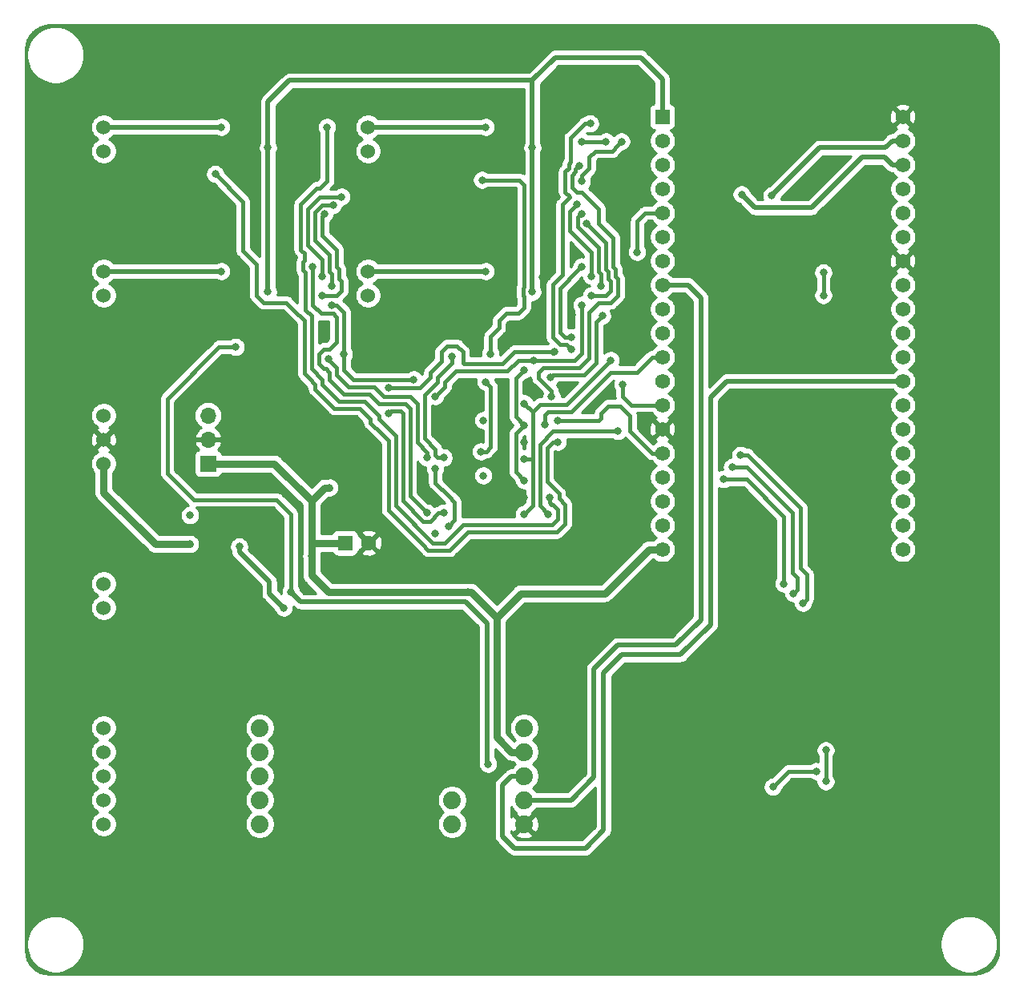
<source format=gbr>
G04 #@! TF.GenerationSoftware,KiCad,Pcbnew,(5.1.4)-1*
G04 #@! TF.CreationDate,2020-12-10T13:14:28-06:00*
G04 #@! TF.ProjectId,InstrumentationBoard2021,496e7374-7275-46d6-956e-746174696f6e,rev?*
G04 #@! TF.SameCoordinates,Original*
G04 #@! TF.FileFunction,Copper,L2,Bot*
G04 #@! TF.FilePolarity,Positive*
%FSLAX46Y46*%
G04 Gerber Fmt 4.6, Leading zero omitted, Abs format (unit mm)*
G04 Created by KiCad (PCBNEW (5.1.4)-1) date 2020-12-10 13:14:28*
%MOMM*%
%LPD*%
G04 APERTURE LIST*
%ADD10C,1.560000*%
%ADD11R,1.560000X1.560000*%
%ADD12C,1.879600*%
%ADD13O,1.700000X1.700000*%
%ADD14R,1.700000X1.700000*%
%ADD15C,1.524000*%
%ADD16C,1.600000*%
%ADD17R,1.600000X1.600000*%
%ADD18C,0.800000*%
%ADD19C,0.508000*%
%ADD20C,0.381000*%
%ADD21C,0.762000*%
%ADD22C,0.254000*%
G04 APERTURE END LIST*
D10*
X174625000Y-109399000D03*
X174625000Y-106859000D03*
X174625000Y-104319000D03*
X174625000Y-101779000D03*
X174625000Y-99239000D03*
X174625000Y-96699000D03*
X174625000Y-94159000D03*
X174625000Y-91619000D03*
X174625000Y-89079000D03*
X174625000Y-86539000D03*
X174625000Y-83999000D03*
X174625000Y-81459000D03*
X174625000Y-78919000D03*
X174625000Y-76379000D03*
X174625000Y-73839000D03*
X174625000Y-71299000D03*
X174625000Y-68759000D03*
X174625000Y-66219000D03*
X174625000Y-63679000D03*
X149225000Y-106859000D03*
X149225000Y-104319000D03*
X149225000Y-101779000D03*
X149225000Y-99239000D03*
X149225000Y-96699000D03*
X149225000Y-94159000D03*
X149225000Y-91619000D03*
X149225000Y-89079000D03*
X149225000Y-86539000D03*
X149225000Y-83999000D03*
X149225000Y-81459000D03*
X149225000Y-78919000D03*
X149225000Y-76379000D03*
X149225000Y-73839000D03*
X149225000Y-71299000D03*
X149225000Y-68759000D03*
X149225000Y-109399000D03*
X149225000Y-66219000D03*
D11*
X149225000Y-63679000D03*
D12*
X127000000Y-138430000D03*
X127000000Y-135890000D03*
X134620000Y-138430000D03*
X134620000Y-135890000D03*
X134620000Y-133350000D03*
X134620000Y-130810000D03*
X134620000Y-128270000D03*
X106680000Y-128270000D03*
X106680000Y-130810000D03*
X106680000Y-133350000D03*
X106680000Y-135890000D03*
X106680000Y-138430000D03*
D13*
X101219000Y-95250000D03*
X101219000Y-97790000D03*
D14*
X101219000Y-100330000D03*
D15*
X90170000Y-82550000D03*
X90170000Y-80010000D03*
X90170000Y-67310000D03*
X90170000Y-64770000D03*
X118110000Y-82550000D03*
X118110000Y-80010000D03*
X118110000Y-67310000D03*
X118110000Y-64770000D03*
X90170000Y-115570000D03*
X90170000Y-113030000D03*
X90170000Y-100330000D03*
X90170000Y-97790000D03*
X90170000Y-95250000D03*
X90170000Y-138430000D03*
X90170000Y-135890000D03*
X90170000Y-133350000D03*
X90170000Y-130810000D03*
X90170000Y-128270000D03*
D16*
X118197000Y-108712000D03*
D17*
X115697000Y-108712000D03*
D18*
X177546000Y-90424000D03*
X107554000Y-82184000D03*
X135494000Y-66944000D03*
X135494000Y-82184000D03*
X107554000Y-66944000D03*
X165481000Y-132842000D03*
X160909000Y-134493000D03*
X130810000Y-132080000D03*
X109982000Y-113919000D03*
X104140000Y-88011000D03*
X112141000Y-110109000D03*
X114046000Y-102870000D03*
X128651000Y-113919000D03*
X135636000Y-92202000D03*
X122682000Y-66040000D03*
X122682000Y-81280000D03*
X94742000Y-66040000D03*
X94742000Y-81280000D03*
X125222000Y-94869000D03*
X139065000Y-92202000D03*
X134620000Y-98044000D03*
X134620000Y-103886000D03*
X139700000Y-84582000D03*
X139827000Y-78359000D03*
X127000000Y-100838000D03*
X127000000Y-100838000D03*
X104140000Y-86360000D03*
X123825000Y-101473000D03*
X110490000Y-69596000D03*
X138049000Y-72136000D03*
X132715000Y-77216000D03*
X136525000Y-80645000D03*
X130683000Y-85598000D03*
X113538000Y-86233000D03*
X139065000Y-138430000D03*
X151765000Y-77724000D03*
X107569000Y-115697000D03*
X122555000Y-109093000D03*
X154178000Y-64135000D03*
X148463000Y-114935000D03*
X146304000Y-70358000D03*
X145796000Y-63246000D03*
X140208000Y-59690000D03*
X143002000Y-93218000D03*
X143510000Y-87122000D03*
X147320000Y-82804000D03*
X170815000Y-83312000D03*
X144526000Y-104902000D03*
X132334000Y-94361000D03*
X132588000Y-100203000D03*
X144272000Y-100330000D03*
X132461000Y-87884000D03*
X133096000Y-85598000D03*
X163322000Y-88392000D03*
X169926000Y-58293000D03*
X165989000Y-69469000D03*
X98552000Y-107315000D03*
X128651000Y-112522000D03*
X121158000Y-112268000D03*
X135636000Y-115824000D03*
X162687000Y-116332000D03*
X145034000Y-91948000D03*
X99314000Y-108839000D03*
X130556000Y-64770000D03*
X130556000Y-80010000D03*
X102616000Y-64770000D03*
X102616000Y-80010000D03*
X140716000Y-66294000D03*
X143256000Y-66294000D03*
X140716000Y-73914000D03*
X142748000Y-81534000D03*
X114427000Y-73025000D03*
X114300000Y-81534000D03*
X113284000Y-82550000D03*
X144907000Y-66294000D03*
X140716000Y-70485000D03*
X141224000Y-74930000D03*
X141732000Y-82550000D03*
X113538000Y-73914000D03*
X166497000Y-130619500D03*
X113284000Y-80518000D03*
X140208000Y-72898000D03*
X141732000Y-80518000D03*
X115316000Y-72136000D03*
X166497000Y-133921500D03*
X166243000Y-80137000D03*
X166243000Y-82550000D03*
X160782000Y-72009000D03*
X109220000Y-115570000D03*
X104521000Y-109093000D03*
X157607000Y-71882000D03*
X134620000Y-102108000D03*
X134620000Y-90424000D03*
X134620000Y-96266000D03*
X138176000Y-95758000D03*
X134620000Y-93980000D03*
X134620000Y-99822000D03*
X134620000Y-105664000D03*
X143764000Y-89408000D03*
X130302000Y-95758000D03*
X136842500Y-96202500D03*
X130302000Y-101600000D03*
X142875000Y-84709000D03*
X137414000Y-91186000D03*
X140462000Y-68834000D03*
X137525000Y-93234000D03*
X125222000Y-93218000D03*
X140716000Y-83566000D03*
X135636000Y-89408000D03*
X114319000Y-83566000D03*
X122936000Y-91440000D03*
X115570000Y-88773000D03*
X164084000Y-115062000D03*
X157480000Y-99441000D03*
X163068000Y-114046000D03*
X156591000Y-100711000D03*
X99314000Y-105791000D03*
X162052000Y-113030000D03*
X155702000Y-101981000D03*
X125222000Y-100838000D03*
X126619000Y-106934000D03*
X125222000Y-107696000D03*
X146558000Y-77978000D03*
X113792000Y-64770000D03*
X137287000Y-103886000D03*
X138176000Y-98044000D03*
X101981000Y-69723000D03*
X137160000Y-105664000D03*
X141605000Y-64389000D03*
X139573000Y-88265000D03*
X144526000Y-96901000D03*
X130175000Y-70358000D03*
X131064000Y-88773000D03*
X130048000Y-99060000D03*
X130556000Y-91694000D03*
X126119000Y-99703000D03*
X127000000Y-89027000D03*
X124341000Y-99703000D03*
X113919000Y-89281000D03*
X126119000Y-105545000D03*
X140716000Y-79502000D03*
X139573000Y-86995000D03*
X137795000Y-88519000D03*
X120269000Y-92329000D03*
X120269000Y-94996000D03*
X124341000Y-105545000D03*
X112268000Y-79502000D03*
D19*
X107554000Y-82184000D02*
X107554000Y-77358000D01*
X135494000Y-59832000D02*
X137922000Y-57404000D01*
X135494000Y-66944000D02*
X135494000Y-59832000D01*
X109840000Y-59832000D02*
X135494000Y-59832000D01*
X107554000Y-66944000D02*
X107554000Y-62118000D01*
X107554000Y-62118000D02*
X109840000Y-59832000D01*
X135494000Y-67509685D02*
X135494000Y-82184000D01*
X135494000Y-66944000D02*
X135494000Y-67509685D01*
X107554000Y-77358000D02*
X107554000Y-66944000D01*
D20*
X165481000Y-132842000D02*
X164915315Y-132842000D01*
X164915315Y-132842000D02*
X162560000Y-132842000D01*
X162560000Y-132842000D02*
X160909000Y-134493000D01*
X160909000Y-134493000D02*
X160909000Y-134493000D01*
D19*
X130683000Y-131953000D02*
X130810000Y-132080000D01*
X130683000Y-117221000D02*
X130683000Y-131953000D01*
X128397000Y-114935000D02*
X130683000Y-117221000D01*
X109982000Y-113919000D02*
X110998000Y-114935000D01*
X110998000Y-114935000D02*
X128397000Y-114935000D01*
X137922000Y-57404000D02*
X146939000Y-57404000D01*
X149225000Y-59690000D02*
X149225000Y-63679000D01*
X146939000Y-57404000D02*
X149225000Y-59690000D01*
D20*
X102362000Y-88011000D02*
X96901000Y-93472000D01*
X109982000Y-105664000D02*
X109982000Y-113919000D01*
X104140000Y-88011000D02*
X102362000Y-88011000D01*
X96901000Y-93472000D02*
X96901000Y-101346000D01*
X96901000Y-101346000D02*
X99695000Y-104140000D01*
X99695000Y-104140000D02*
X108458000Y-104140000D01*
X108458000Y-104140000D02*
X109982000Y-105664000D01*
D21*
X133290923Y-130810000D02*
X134620000Y-130810000D01*
X131699000Y-116586000D02*
X131699000Y-129218077D01*
X131699000Y-129218077D02*
X133290923Y-130810000D01*
X108204000Y-100330000D02*
X101219000Y-100330000D01*
X112141000Y-104267000D02*
X108204000Y-100330000D01*
X112141000Y-112141000D02*
X112141000Y-110109000D01*
X113919000Y-113919000D02*
X112141000Y-112141000D01*
X131699000Y-116586000D02*
X129032000Y-113919000D01*
X129032000Y-113919000D02*
X128651000Y-113919000D01*
X112141000Y-104267000D02*
X113538000Y-102870000D01*
X113538000Y-102870000D02*
X114046000Y-102870000D01*
X114046000Y-102870000D02*
X114046000Y-102870000D01*
X115697000Y-108712000D02*
X114135000Y-108712000D01*
X114135000Y-108712000D02*
X112141000Y-108712000D01*
X112141000Y-110109000D02*
X112141000Y-108712000D01*
X112141000Y-108712000D02*
X112141000Y-104267000D01*
X129032000Y-113919000D02*
X129032000Y-113919000D01*
X128651000Y-113919000D02*
X113919000Y-113919000D01*
X147776000Y-109399000D02*
X149225000Y-109399000D01*
X143129000Y-114046000D02*
X147776000Y-109399000D01*
X131699000Y-116586000D02*
X134239000Y-114046000D01*
X134239000Y-114046000D02*
X143129000Y-114046000D01*
D22*
X132860999Y-87484001D02*
X132860999Y-86214001D01*
X132461000Y-87884000D02*
X132860999Y-87484001D01*
X132860999Y-86214001D02*
X132860999Y-85833001D01*
X132860999Y-85833001D02*
X133096000Y-85598000D01*
X133096000Y-85598000D02*
X133096000Y-85598000D01*
D21*
X90170000Y-100330000D02*
X90170000Y-101407630D01*
X90170000Y-101407630D02*
X90170000Y-103378000D01*
X90170000Y-103378000D02*
X95631000Y-108839000D01*
X95631000Y-108839000D02*
X99314000Y-108839000D01*
X99314000Y-108839000D02*
X99314000Y-108839000D01*
D19*
X118110000Y-64770000D02*
X130556000Y-64770000D01*
X129990315Y-80010000D02*
X118110000Y-80010000D01*
X130556000Y-80010000D02*
X129990315Y-80010000D01*
X91247630Y-64770000D02*
X102616000Y-64770000D01*
X90170000Y-64770000D02*
X91247630Y-64770000D01*
X102616000Y-80010000D02*
X90170000Y-80010000D01*
D20*
X140716000Y-66294000D02*
X143256000Y-66294000D01*
X140316001Y-74313999D02*
X140716000Y-73914000D01*
X140316001Y-75292001D02*
X140316001Y-74313999D01*
X142494000Y-77470000D02*
X140316001Y-75292001D01*
X142494000Y-80010000D02*
X142494000Y-77470000D01*
X142748000Y-81534000D02*
X142748000Y-80264000D01*
X142748000Y-80264000D02*
X142494000Y-80010000D01*
X114300000Y-80264000D02*
X114300000Y-81534000D01*
X113257058Y-73025000D02*
X112522000Y-73760058D01*
X112522000Y-73760058D02*
X112522000Y-76708000D01*
X112522000Y-76708000D02*
X114046000Y-78232000D01*
X114427000Y-73025000D02*
X113257058Y-73025000D01*
X114046000Y-78232000D02*
X114046000Y-80010000D01*
X114046000Y-80010000D02*
X114300000Y-80264000D01*
X144507001Y-66693999D02*
X144907000Y-66294000D01*
X142240000Y-75946000D02*
X141224000Y-74930000D01*
X143256000Y-76962000D02*
X142240000Y-75946000D01*
X143256000Y-79756000D02*
X143256000Y-76962000D01*
X143256000Y-82550000D02*
X143764000Y-82042000D01*
X143764000Y-82042000D02*
X143764000Y-81026000D01*
X141732000Y-82550000D02*
X143256000Y-82550000D01*
X143764000Y-81026000D02*
X143510000Y-80772000D01*
X143510000Y-80772000D02*
X143510000Y-80010000D01*
X143510000Y-80010000D02*
X143256000Y-79756000D01*
X114808000Y-82550000D02*
X113284000Y-82550000D01*
X115316000Y-81026000D02*
X115316000Y-82042000D01*
X115062000Y-80772000D02*
X115316000Y-81026000D01*
X113538000Y-73914000D02*
X113284000Y-74168000D01*
X115316000Y-82042000D02*
X114808000Y-82550000D01*
X113284000Y-76200000D02*
X114808000Y-77724000D01*
X114808000Y-77724000D02*
X114808000Y-79502000D01*
X114808000Y-79502000D02*
X115062000Y-79756000D01*
X113284000Y-74168000D02*
X113284000Y-76200000D01*
X115062000Y-79756000D02*
X115062000Y-80772000D01*
X140716000Y-69919315D02*
X141478000Y-69157315D01*
X140716000Y-70485000D02*
X140716000Y-69919315D01*
X141478000Y-69157315D02*
X141478000Y-67945000D01*
X141478000Y-67945000D02*
X142113000Y-67310000D01*
X143891000Y-67310000D02*
X144507001Y-66693999D01*
X142113000Y-67310000D02*
X143891000Y-67310000D01*
X140208000Y-72898000D02*
X139446000Y-73660000D01*
X139446000Y-73660000D02*
X139446000Y-75692000D01*
X139446000Y-75692000D02*
X140208000Y-76454000D01*
X140208000Y-76454000D02*
X141478000Y-77724000D01*
X141478000Y-77724000D02*
X141732000Y-77978000D01*
X141732000Y-77978000D02*
X141732000Y-80518000D01*
X141732000Y-80518000D02*
X141732000Y-80518000D01*
X113284000Y-78740000D02*
X113284000Y-80518000D01*
X111760000Y-77216000D02*
X113284000Y-78740000D01*
X111760000Y-73406000D02*
X111760000Y-77216000D01*
X115316000Y-72136000D02*
X113030000Y-72136000D01*
X113030000Y-72136000D02*
X111760000Y-73406000D01*
X166497000Y-130619500D02*
X166497000Y-133921500D01*
X166497000Y-133921500D02*
X166497000Y-133921500D01*
X166243000Y-80137000D02*
X166243000Y-80702685D01*
X166243000Y-80702685D02*
X166243000Y-82550000D01*
X166243000Y-82550000D02*
X166243000Y-82550000D01*
D19*
X165862000Y-66929000D02*
X160782000Y-72009000D01*
X172811914Y-66929000D02*
X165862000Y-66929000D01*
X174625000Y-66219000D02*
X173521914Y-66219000D01*
X173521914Y-66219000D02*
X172811914Y-66929000D01*
X109220000Y-115570000D02*
X108820001Y-115170001D01*
X108820001Y-115170001D02*
X107696000Y-114046000D01*
X107696000Y-112833685D02*
X107696000Y-114046000D01*
X104521000Y-109093000D02*
X104521000Y-109658685D01*
X104521000Y-109658685D02*
X107696000Y-112833685D01*
X173521914Y-68759000D02*
X172707914Y-67945000D01*
X174625000Y-68759000D02*
X173521914Y-68759000D01*
X170307000Y-67945000D02*
X171958000Y-67945000D01*
X164973000Y-73279000D02*
X170307000Y-67945000D01*
X159004000Y-73279000D02*
X164973000Y-73279000D01*
X157607000Y-71882000D02*
X159004000Y-73279000D01*
X172707914Y-67945000D02*
X171958000Y-67945000D01*
X171958000Y-67945000D02*
X171323000Y-67945000D01*
D22*
X134620000Y-90424000D02*
X134220001Y-90823999D01*
X133985000Y-91059000D02*
X134620000Y-90424000D01*
X133731000Y-91313000D02*
X133985000Y-91059000D01*
D20*
X134620000Y-90424000D02*
X133731000Y-91313000D01*
X133731000Y-95377000D02*
X133731000Y-91313000D01*
X134620000Y-96266000D02*
X133731000Y-95377000D01*
X134620000Y-96266000D02*
X133731000Y-97155000D01*
X133731000Y-101219000D02*
X134620000Y-102108000D01*
X139954000Y-95758000D02*
X138176000Y-95758000D01*
X133731000Y-97155000D02*
X133731000Y-101219000D01*
X148121914Y-99239000D02*
X145796000Y-96913086D01*
X149225000Y-99239000D02*
X148121914Y-99239000D01*
X145796000Y-95504000D02*
X145796000Y-95250000D01*
X145796000Y-96913086D02*
X145796000Y-95504000D01*
X145796000Y-95250000D02*
X144780000Y-94234000D01*
X144780000Y-94234000D02*
X143510000Y-94234000D01*
X143510000Y-94234000D02*
X142748000Y-94996000D01*
X142748000Y-94996000D02*
X142748000Y-95504000D01*
X142494000Y-95758000D02*
X139954000Y-95758000D01*
X142748000Y-95504000D02*
X142494000Y-95758000D01*
X134620000Y-93980000D02*
X135509000Y-94869000D01*
X135509000Y-94869000D02*
X135509000Y-98933000D01*
X134620000Y-105664000D02*
X135509000Y-104775000D01*
X135509000Y-104775000D02*
X135509000Y-100711000D01*
X139065000Y-94107000D02*
X139192000Y-93980000D01*
X136271000Y-94107000D02*
X139065000Y-94107000D01*
X135509000Y-94869000D02*
X136271000Y-94107000D01*
X139192000Y-93980000D02*
X143002000Y-90170000D01*
X135185685Y-99822000D02*
X135509000Y-99822000D01*
X134620000Y-99822000D02*
X135185685Y-99822000D01*
X135509000Y-100711000D02*
X135509000Y-99822000D01*
X135509000Y-99822000D02*
X135509000Y-98933000D01*
X143002000Y-90170000D02*
X143764000Y-89408000D01*
X143764000Y-89408000D02*
X143764000Y-89408000D01*
X145034000Y-91948000D02*
X145034000Y-93218000D01*
X145975000Y-94159000D02*
X149225000Y-94159000D01*
X145034000Y-93218000D02*
X145975000Y-94159000D01*
X136842500Y-96202500D02*
X136842500Y-95821500D01*
X149225000Y-89079000D02*
X148121914Y-89079000D01*
X148121914Y-89079000D02*
X146522914Y-90678000D01*
X146522914Y-90678000D02*
X143764000Y-90678000D01*
X143764000Y-90678000D02*
X139573000Y-94869000D01*
X139573000Y-94869000D02*
X137160000Y-94869000D01*
X136842500Y-95186500D02*
X136842500Y-96202500D01*
X137160000Y-94869000D02*
X136842500Y-95186500D01*
X142875000Y-84709000D02*
X142367000Y-85217000D01*
X142367000Y-85217000D02*
X142240000Y-85344000D01*
X142240000Y-85344000D02*
X142240000Y-86106000D01*
X142240000Y-88519000D02*
X142240000Y-89535000D01*
X142240000Y-86106000D02*
X142240000Y-88519000D01*
X137668000Y-90932000D02*
X137414000Y-91186000D01*
X140970000Y-90932000D02*
X137668000Y-90932000D01*
X142240000Y-88519000D02*
X142240000Y-89662000D01*
X142240000Y-89662000D02*
X140970000Y-90932000D01*
X141478000Y-89154000D02*
X140462000Y-90170000D01*
X141478000Y-84328000D02*
X141478000Y-89154000D01*
X142494000Y-83312000D02*
X141478000Y-84328000D01*
X140208000Y-71628000D02*
X140716000Y-71628000D01*
X144018000Y-76454000D02*
X144018000Y-79502000D01*
X144526000Y-80772000D02*
X144526000Y-82550000D01*
X139700000Y-71120000D02*
X140208000Y-71628000D01*
X139700000Y-69850000D02*
X139700000Y-71120000D01*
X140062001Y-69487999D02*
X139700000Y-69850000D01*
X140462000Y-68834000D02*
X140062001Y-69233999D01*
X144272000Y-79756000D02*
X144272000Y-80518000D01*
X140062001Y-69233999D02*
X140062001Y-69487999D01*
X140716000Y-71628000D02*
X142494000Y-73406000D01*
X142494000Y-73406000D02*
X142494000Y-74930000D01*
X142494000Y-74930000D02*
X144018000Y-76454000D01*
X144018000Y-79502000D02*
X144272000Y-79756000D01*
X144526000Y-82550000D02*
X143764000Y-83312000D01*
X143764000Y-83312000D02*
X142494000Y-83312000D01*
X144272000Y-80518000D02*
X144526000Y-80772000D01*
X140462000Y-90170000D02*
X137922000Y-90170000D01*
X136144000Y-90678000D02*
X136144000Y-91313000D01*
X137525000Y-92668315D02*
X137525000Y-93234000D01*
X136144000Y-91313000D02*
X136169685Y-91313000D01*
X136169685Y-91313000D02*
X137525000Y-92668315D01*
X137922000Y-90170000D02*
X136652000Y-90170000D01*
X136652000Y-90170000D02*
X136144000Y-90678000D01*
X127381000Y-90551000D02*
X126238000Y-91694000D01*
X126238000Y-92202000D02*
X125222000Y-93218000D01*
X140716000Y-83566000D02*
X140716000Y-88646000D01*
X140716000Y-88646000D02*
X139954000Y-89408000D01*
X139954000Y-89408000D02*
X135636000Y-89408000D01*
X133985000Y-89408000D02*
X132842000Y-90551000D01*
X126238000Y-92202000D02*
X126238000Y-91694000D01*
X127381000Y-90551000D02*
X132842000Y-90551000D01*
X135636000Y-89408000D02*
X133985000Y-89408000D01*
X114808000Y-83566000D02*
X114319000Y-83566000D01*
X115570000Y-84328000D02*
X114808000Y-83566000D01*
X115570000Y-90424000D02*
X115570000Y-88773000D01*
X122936000Y-91440000D02*
X116586000Y-91440000D01*
X116586000Y-91440000D02*
X115570000Y-90424000D01*
X115570000Y-88773000D02*
X115570000Y-84328000D01*
X158242000Y-99441000D02*
X157480000Y-99441000D01*
X163830000Y-105029000D02*
X158242000Y-99441000D01*
X163830000Y-111379000D02*
X163830000Y-105029000D01*
X164483999Y-112032999D02*
X163830000Y-111379000D01*
X164084000Y-115062000D02*
X164483999Y-114662001D01*
X164483999Y-114662001D02*
X164483999Y-112032999D01*
X158115000Y-100711000D02*
X156591000Y-100711000D01*
X162941000Y-105537000D02*
X158115000Y-100711000D01*
X162941000Y-111887000D02*
X162941000Y-105537000D01*
X163467999Y-112413999D02*
X162941000Y-111887000D01*
X163068000Y-114046000D02*
X163467999Y-113646001D01*
X163467999Y-113646001D02*
X163467999Y-112413999D01*
X162052000Y-113030000D02*
X162052000Y-105918000D01*
X158115000Y-101981000D02*
X155702000Y-101981000D01*
X162052000Y-105918000D02*
X158115000Y-101981000D01*
X125222000Y-100838000D02*
X125222000Y-101403685D01*
X125222000Y-101403685D02*
X125222000Y-102362000D01*
X125222000Y-102362000D02*
X126619000Y-103759000D01*
X127254000Y-104394000D02*
X127254000Y-106299000D01*
X126619000Y-103759000D02*
X127254000Y-104394000D01*
X127254000Y-106299000D02*
X126619000Y-106934000D01*
X126619000Y-106934000D02*
X126619000Y-106934000D01*
X146558000Y-77978000D02*
X146558000Y-74676000D01*
X147395000Y-73839000D02*
X149225000Y-73839000D01*
X146558000Y-74676000D02*
X147395000Y-73839000D01*
D19*
X151130000Y-120523000D02*
X154305000Y-117348000D01*
X144907000Y-120523000D02*
X151130000Y-120523000D01*
X143002000Y-122428000D02*
X144907000Y-120523000D01*
X133290923Y-133350000D02*
X132334000Y-134306923D01*
X134620000Y-133350000D02*
X133290923Y-133350000D01*
X132334000Y-134306923D02*
X132334000Y-139700000D01*
X132334000Y-139700000D02*
X133604000Y-140970000D01*
X133604000Y-140970000D02*
X141097000Y-140970000D01*
X143002000Y-139065000D02*
X143002000Y-122428000D01*
X141097000Y-140970000D02*
X143002000Y-139065000D01*
X154305000Y-117348000D02*
X154305000Y-93345000D01*
X156031000Y-91619000D02*
X174625000Y-91619000D01*
X154305000Y-93345000D02*
X156031000Y-91619000D01*
X151944000Y-81459000D02*
X149225000Y-81459000D01*
X153289000Y-82804000D02*
X151944000Y-81459000D01*
X153289000Y-116840000D02*
X153289000Y-82804000D01*
X134620000Y-135890000D02*
X139573000Y-135890000D01*
X139573000Y-135890000D02*
X141986000Y-133477000D01*
X141986000Y-133477000D02*
X141986000Y-122047000D01*
X141986000Y-122047000D02*
X144526000Y-119507000D01*
X144526000Y-119507000D02*
X150622000Y-119507000D01*
X150622000Y-119507000D02*
X153289000Y-116840000D01*
D20*
X113030000Y-71247000D02*
X113792000Y-70485000D01*
X112649000Y-71247000D02*
X113030000Y-71247000D01*
X113792000Y-70485000D02*
X113792000Y-64770000D01*
X110998000Y-72898000D02*
X112649000Y-71247000D01*
X111379000Y-78105000D02*
X110998000Y-77724000D01*
X111252000Y-79883000D02*
X111252000Y-78994000D01*
X111506000Y-80137000D02*
X111252000Y-79883000D01*
X110998000Y-77724000D02*
X110998000Y-72898000D01*
X112141000Y-90297000D02*
X112141000Y-84709000D01*
X113284000Y-91440000D02*
X112141000Y-90297000D01*
X113284000Y-91948000D02*
X113284000Y-91440000D01*
X138176000Y-106172000D02*
X137541000Y-106807000D01*
X138176000Y-105156000D02*
X138176000Y-106172000D01*
X117729000Y-93726000D02*
X115062000Y-93726000D01*
X137668000Y-104648000D02*
X138176000Y-105156000D01*
X137287000Y-103886000D02*
X137287000Y-104451685D01*
X111506000Y-84074000D02*
X111506000Y-80137000D01*
X137287000Y-104451685D02*
X137483315Y-104648000D01*
X137483315Y-104648000D02*
X137668000Y-104648000D01*
X137541000Y-106807000D02*
X128143000Y-106807000D01*
X128143000Y-106807000D02*
X126238000Y-108712000D01*
X112141000Y-84709000D02*
X111506000Y-84074000D01*
X126238000Y-108712000D02*
X124968000Y-108712000D01*
X111379000Y-78867000D02*
X111379000Y-78105000D01*
X124968000Y-108712000D02*
X121031000Y-104775000D01*
X121031000Y-104775000D02*
X121031000Y-97409000D01*
X121031000Y-97409000D02*
X119253000Y-95631000D01*
X111252000Y-78994000D02*
X111379000Y-78867000D01*
X119253000Y-95631000D02*
X119253000Y-95250000D01*
X119253000Y-95250000D02*
X117729000Y-93726000D01*
X115062000Y-93726000D02*
X113284000Y-91948000D01*
X138176000Y-98044000D02*
X137922000Y-98044000D01*
X137922000Y-98044000D02*
X137668000Y-98044000D01*
X137668000Y-98044000D02*
X137160000Y-98552000D01*
X137160000Y-98552000D02*
X137033000Y-98679000D01*
X137033000Y-98679000D02*
X137033000Y-99441000D01*
X137033000Y-99441000D02*
X137033000Y-102235000D01*
X137033000Y-102235000D02*
X138303000Y-103505000D01*
X138303000Y-103505000D02*
X138303000Y-104013000D01*
X138303000Y-104013000D02*
X138938000Y-104648000D01*
X138938000Y-104648000D02*
X138938000Y-105664000D01*
X138938000Y-105664000D02*
X138938000Y-106680000D01*
X138938000Y-106680000D02*
X138049000Y-107569000D01*
X138049000Y-107569000D02*
X136525000Y-107569000D01*
X136525000Y-107569000D02*
X134366000Y-107569000D01*
X134366000Y-107569000D02*
X128651000Y-107569000D01*
X128651000Y-107569000D02*
X126746000Y-109474000D01*
X126746000Y-109474000D02*
X124841000Y-109474000D01*
X124841000Y-109474000D02*
X124460000Y-109474000D01*
X124460000Y-109474000D02*
X123825000Y-108839000D01*
X123825000Y-108839000D02*
X120269000Y-105283000D01*
X120269000Y-105283000D02*
X120269000Y-104267000D01*
X120269000Y-104267000D02*
X120269000Y-102362000D01*
X120269000Y-102362000D02*
X120269000Y-100584000D01*
X120269000Y-100584000D02*
X120269000Y-97917000D01*
X120269000Y-97917000D02*
X119507000Y-97155000D01*
X119507000Y-97155000D02*
X118364000Y-96012000D01*
X118364000Y-96012000D02*
X118364000Y-95631000D01*
X118364000Y-95631000D02*
X117983000Y-95250000D01*
X117983000Y-95250000D02*
X117221000Y-94488000D01*
X117221000Y-94488000D02*
X116586000Y-94488000D01*
X116586000Y-94488000D02*
X114554000Y-94488000D01*
X114554000Y-94488000D02*
X113538000Y-93472000D01*
X113538000Y-93472000D02*
X112522000Y-92456000D01*
X112522000Y-92456000D02*
X112522000Y-91948000D01*
X112522000Y-91948000D02*
X111887000Y-91313000D01*
X111887000Y-91313000D02*
X111379000Y-90805000D01*
X111379000Y-90805000D02*
X111379000Y-85217000D01*
X111379000Y-85217000D02*
X110236000Y-84074000D01*
X110236000Y-84074000D02*
X109474000Y-83312000D01*
X109474000Y-83312000D02*
X107061000Y-83312000D01*
X107061000Y-83312000D02*
X106299000Y-82550000D01*
X106299000Y-82550000D02*
X106299000Y-79248000D01*
X106299000Y-79248000D02*
X104902000Y-77851000D01*
X104902000Y-77851000D02*
X104902000Y-72644000D01*
X104902000Y-72644000D02*
X101981000Y-69723000D01*
X101981000Y-69723000D02*
X101981000Y-69723000D01*
X141605000Y-64389000D02*
X141039315Y-64389000D01*
X138938000Y-71374000D02*
X138938000Y-71628000D01*
X138938000Y-71628000D02*
X139319000Y-72009000D01*
X139319000Y-72009000D02*
X139446000Y-72136000D01*
X139446000Y-72136000D02*
X138684000Y-72898000D01*
X138684000Y-72898000D02*
X138684000Y-80391000D01*
X138684000Y-80391000D02*
X137668000Y-81407000D01*
X137668000Y-81407000D02*
X137668000Y-86233000D01*
X139544158Y-65884158D02*
X139544158Y-68481842D01*
X141039315Y-64389000D02*
X139544158Y-65884158D01*
X139544158Y-68481842D02*
X139319000Y-68707000D01*
X139319000Y-69088000D02*
X138938000Y-69469000D01*
X139319000Y-68707000D02*
X139319000Y-69088000D01*
X138938000Y-69469000D02*
X138938000Y-71374000D01*
X137668000Y-86233000D02*
X137668000Y-86868000D01*
X137668000Y-86868000D02*
X137668000Y-86995000D01*
X137668000Y-86995000D02*
X137922000Y-87249000D01*
X137922000Y-87249000D02*
X138430000Y-87757000D01*
X138430000Y-87757000D02*
X139065000Y-87757000D01*
X139065000Y-87757000D02*
X139573000Y-88265000D01*
X139573000Y-88265000D02*
X139573000Y-88265000D01*
X136271000Y-104775000D02*
X136271000Y-98298000D01*
X137160000Y-105664000D02*
X136271000Y-104775000D01*
X136271000Y-98298000D02*
X137668000Y-96901000D01*
X137668000Y-96901000D02*
X138684000Y-96901000D01*
X138684000Y-96901000D02*
X144526000Y-96901000D01*
X131064000Y-88773000D02*
X131064000Y-88773000D01*
X131092501Y-92230501D02*
X130556000Y-91694000D01*
X131092501Y-98581184D02*
X131092501Y-92230501D01*
X130048000Y-99060000D02*
X130613685Y-99060000D01*
X130613685Y-99060000D02*
X131092501Y-98581184D01*
X134620000Y-70866000D02*
X134112000Y-70358000D01*
X134493000Y-81788000D02*
X134620000Y-81661000D01*
X134493000Y-82550000D02*
X134493000Y-81788000D01*
X134112000Y-70358000D02*
X130175000Y-70358000D01*
X134620000Y-82677000D02*
X134493000Y-82550000D01*
X134620000Y-81661000D02*
X134620000Y-70866000D01*
X134620000Y-83820000D02*
X134620000Y-82677000D01*
X131064000Y-86868000D02*
X131953000Y-85979000D01*
X131064000Y-88773000D02*
X131064000Y-86868000D01*
X131953000Y-85979000D02*
X131953000Y-85217000D01*
X131953000Y-85217000D02*
X132715000Y-84455000D01*
X132715000Y-84455000D02*
X133985000Y-84455000D01*
X133985000Y-84455000D02*
X134620000Y-83820000D01*
X127000000Y-89662000D02*
X127000000Y-89662000D01*
X125484000Y-99703000D02*
X126119000Y-99703000D01*
X125222000Y-99441000D02*
X125484000Y-99703000D01*
X125222000Y-98806000D02*
X125222000Y-99441000D01*
X127000000Y-89662000D02*
X125476000Y-91186000D01*
X127000000Y-89027000D02*
X127000000Y-89662000D01*
X125476000Y-91186000D02*
X125476000Y-91694000D01*
X124079000Y-93091000D02*
X124079000Y-97663000D01*
X125476000Y-91694000D02*
X124079000Y-93091000D01*
X124079000Y-97663000D02*
X125222000Y-98806000D01*
X114318999Y-89680999D02*
X113919000Y-89281000D01*
X114808000Y-90932000D02*
X114808000Y-90170000D01*
X116078000Y-92202000D02*
X114808000Y-90932000D01*
X114808000Y-90170000D02*
X114318999Y-89680999D01*
X124341000Y-99137315D02*
X124341000Y-99703000D01*
X123317000Y-98113315D02*
X124341000Y-99137315D01*
X118237000Y-92202000D02*
X116078000Y-92202000D01*
X118237000Y-92202000D02*
X118745000Y-92202000D01*
X123317000Y-93980000D02*
X123317000Y-98113315D01*
X118745000Y-92202000D02*
X119761000Y-93218000D01*
X119761000Y-93218000D02*
X122555000Y-93218000D01*
X122555000Y-93218000D02*
X123317000Y-93980000D01*
X139700000Y-86995000D02*
X139700000Y-86995000D01*
X140316001Y-79901999D02*
X140716000Y-79502000D01*
X138430000Y-81788000D02*
X140316001Y-79901999D01*
X138430000Y-86487000D02*
X138430000Y-81788000D01*
X139573000Y-86995000D02*
X138938000Y-86995000D01*
X138938000Y-86995000D02*
X138430000Y-86487000D01*
X120269000Y-92329000D02*
X120269000Y-92329000D01*
X125553315Y-105545000D02*
X124672315Y-106426000D01*
X126119000Y-105545000D02*
X125553315Y-105545000D01*
X124672315Y-106426000D02*
X123952000Y-106426000D01*
X123952000Y-106426000D02*
X121793000Y-104267000D01*
X121793000Y-104267000D02*
X121793000Y-103505000D01*
X121793000Y-103505000D02*
X121793000Y-98679000D01*
X121793000Y-94996000D02*
X121539000Y-94742000D01*
X121793000Y-98679000D02*
X121793000Y-94996000D01*
X120523000Y-94742000D02*
X120269000Y-94996000D01*
X121539000Y-94742000D02*
X120523000Y-94742000D01*
X120269000Y-94996000D02*
X120269000Y-94996000D01*
X137668000Y-88646000D02*
X137795000Y-88519000D01*
X124714000Y-91186000D02*
X123571000Y-92329000D01*
X125857000Y-89535000D02*
X124714000Y-90678000D01*
X125857000Y-88519000D02*
X125857000Y-89535000D01*
X123571000Y-92329000D02*
X120269000Y-92329000D01*
X126492000Y-87884000D02*
X125857000Y-88519000D01*
X124714000Y-90678000D02*
X124714000Y-91186000D01*
X127508000Y-87884000D02*
X126492000Y-87884000D01*
X133604000Y-88519000D02*
X132334000Y-89789000D01*
X132334000Y-89789000D02*
X128270000Y-89789000D01*
X137795000Y-88519000D02*
X133604000Y-88519000D01*
X128270000Y-89789000D02*
X128143000Y-89662000D01*
X128143000Y-89662000D02*
X128143000Y-88519000D01*
X128143000Y-88519000D02*
X127508000Y-87884000D01*
X122555000Y-103759000D02*
X123941001Y-105145001D01*
X122555000Y-94488000D02*
X122555000Y-103759000D01*
X122047000Y-93980000D02*
X122555000Y-94488000D01*
X119253000Y-93980000D02*
X122047000Y-93980000D01*
X114808000Y-87503000D02*
X114046000Y-88265000D01*
X114808000Y-84836000D02*
X114808000Y-87503000D01*
X115570000Y-92964000D02*
X118237000Y-92964000D01*
X114427000Y-84455000D02*
X114808000Y-84836000D01*
X113157000Y-84455000D02*
X114427000Y-84455000D01*
X112268000Y-79502000D02*
X112268000Y-83566000D01*
X113411000Y-90297000D02*
X113665000Y-90297000D01*
X112268000Y-83566000D02*
X113157000Y-84455000D01*
X112903000Y-89789000D02*
X113411000Y-90297000D01*
X118237000Y-92964000D02*
X119253000Y-93980000D01*
X123941001Y-105145001D02*
X124341000Y-105545000D01*
X114046000Y-88265000D02*
X113411000Y-88265000D01*
X113411000Y-88265000D02*
X112903000Y-88773000D01*
X112903000Y-88773000D02*
X112903000Y-89789000D01*
X113665000Y-90297000D02*
X114046000Y-90678000D01*
X114046000Y-90678000D02*
X114046000Y-91440000D01*
X114046000Y-91440000D02*
X115570000Y-92964000D01*
D22*
G36*
X182732884Y-54051002D02*
G01*
X183202188Y-54192694D01*
X183635025Y-54422837D01*
X184014927Y-54732678D01*
X184327403Y-55110397D01*
X184560569Y-55541627D01*
X184705532Y-56009928D01*
X184760000Y-56528153D01*
X184760001Y-151732712D01*
X184708998Y-152252883D01*
X184567307Y-152722186D01*
X184337161Y-153155028D01*
X184027323Y-153534927D01*
X183649600Y-153847406D01*
X183218373Y-154080569D01*
X182750073Y-154225532D01*
X182231847Y-154280000D01*
X84487278Y-154280000D01*
X83967117Y-154228998D01*
X83497814Y-154087307D01*
X83064972Y-153857161D01*
X82685073Y-153547323D01*
X82372594Y-153169600D01*
X82139431Y-152738373D01*
X81994468Y-152270073D01*
X81940000Y-151751847D01*
X81940000Y-150829945D01*
X82043491Y-150829945D01*
X82043491Y-151430055D01*
X82160566Y-152018634D01*
X82390219Y-152573063D01*
X82723622Y-153072036D01*
X83147964Y-153496378D01*
X83646937Y-153829781D01*
X84201366Y-154059434D01*
X84789945Y-154176509D01*
X85390055Y-154176509D01*
X85978634Y-154059434D01*
X86533063Y-153829781D01*
X87032036Y-153496378D01*
X87456378Y-153072036D01*
X87789781Y-152573063D01*
X88019434Y-152018634D01*
X88136509Y-151430055D01*
X88136509Y-150829945D01*
X178563491Y-150829945D01*
X178563491Y-151430055D01*
X178680566Y-152018634D01*
X178910219Y-152573063D01*
X179243622Y-153072036D01*
X179667964Y-153496378D01*
X180166937Y-153829781D01*
X180721366Y-154059434D01*
X181309945Y-154176509D01*
X181910055Y-154176509D01*
X182498634Y-154059434D01*
X183053063Y-153829781D01*
X183552036Y-153496378D01*
X183976378Y-153072036D01*
X184309781Y-152573063D01*
X184539434Y-152018634D01*
X184656509Y-151430055D01*
X184656509Y-150829945D01*
X184539434Y-150241366D01*
X184309781Y-149686937D01*
X183976378Y-149187964D01*
X183552036Y-148763622D01*
X183053063Y-148430219D01*
X182498634Y-148200566D01*
X181910055Y-148083491D01*
X181309945Y-148083491D01*
X180721366Y-148200566D01*
X180166937Y-148430219D01*
X179667964Y-148763622D01*
X179243622Y-149187964D01*
X178910219Y-149686937D01*
X178680566Y-150241366D01*
X178563491Y-150829945D01*
X88136509Y-150829945D01*
X88019434Y-150241366D01*
X87789781Y-149686937D01*
X87456378Y-149187964D01*
X87032036Y-148763622D01*
X86533063Y-148430219D01*
X85978634Y-148200566D01*
X85390055Y-148083491D01*
X84789945Y-148083491D01*
X84201366Y-148200566D01*
X83646937Y-148430219D01*
X83147964Y-148763622D01*
X82723622Y-149187964D01*
X82390219Y-149686937D01*
X82160566Y-150241366D01*
X82043491Y-150829945D01*
X81940000Y-150829945D01*
X81940000Y-128132408D01*
X88773000Y-128132408D01*
X88773000Y-128407592D01*
X88826686Y-128677490D01*
X88931995Y-128931727D01*
X89084880Y-129160535D01*
X89279465Y-129355120D01*
X89508273Y-129508005D01*
X89585515Y-129540000D01*
X89508273Y-129571995D01*
X89279465Y-129724880D01*
X89084880Y-129919465D01*
X88931995Y-130148273D01*
X88826686Y-130402510D01*
X88773000Y-130672408D01*
X88773000Y-130947592D01*
X88826686Y-131217490D01*
X88931995Y-131471727D01*
X89084880Y-131700535D01*
X89279465Y-131895120D01*
X89508273Y-132048005D01*
X89585515Y-132080000D01*
X89508273Y-132111995D01*
X89279465Y-132264880D01*
X89084880Y-132459465D01*
X88931995Y-132688273D01*
X88826686Y-132942510D01*
X88773000Y-133212408D01*
X88773000Y-133487592D01*
X88826686Y-133757490D01*
X88931995Y-134011727D01*
X89084880Y-134240535D01*
X89279465Y-134435120D01*
X89508273Y-134588005D01*
X89585515Y-134620000D01*
X89508273Y-134651995D01*
X89279465Y-134804880D01*
X89084880Y-134999465D01*
X88931995Y-135228273D01*
X88826686Y-135482510D01*
X88773000Y-135752408D01*
X88773000Y-136027592D01*
X88826686Y-136297490D01*
X88931995Y-136551727D01*
X89084880Y-136780535D01*
X89279465Y-136975120D01*
X89508273Y-137128005D01*
X89585515Y-137160000D01*
X89508273Y-137191995D01*
X89279465Y-137344880D01*
X89084880Y-137539465D01*
X88931995Y-137768273D01*
X88826686Y-138022510D01*
X88773000Y-138292408D01*
X88773000Y-138567592D01*
X88826686Y-138837490D01*
X88931995Y-139091727D01*
X89084880Y-139320535D01*
X89279465Y-139515120D01*
X89508273Y-139668005D01*
X89762510Y-139773314D01*
X90032408Y-139827000D01*
X90307592Y-139827000D01*
X90577490Y-139773314D01*
X90831727Y-139668005D01*
X91060535Y-139515120D01*
X91255120Y-139320535D01*
X91408005Y-139091727D01*
X91513314Y-138837490D01*
X91567000Y-138567592D01*
X91567000Y-138292408D01*
X91513314Y-138022510D01*
X91408005Y-137768273D01*
X91255120Y-137539465D01*
X91060535Y-137344880D01*
X90831727Y-137191995D01*
X90754485Y-137160000D01*
X90831727Y-137128005D01*
X91060535Y-136975120D01*
X91255120Y-136780535D01*
X91408005Y-136551727D01*
X91513314Y-136297490D01*
X91567000Y-136027592D01*
X91567000Y-135752408D01*
X91513314Y-135482510D01*
X91408005Y-135228273D01*
X91255120Y-134999465D01*
X91060535Y-134804880D01*
X90831727Y-134651995D01*
X90754485Y-134620000D01*
X90831727Y-134588005D01*
X91060535Y-134435120D01*
X91255120Y-134240535D01*
X91408005Y-134011727D01*
X91513314Y-133757490D01*
X91567000Y-133487592D01*
X91567000Y-133212408D01*
X91513314Y-132942510D01*
X91408005Y-132688273D01*
X91255120Y-132459465D01*
X91060535Y-132264880D01*
X90831727Y-132111995D01*
X90754485Y-132080000D01*
X90831727Y-132048005D01*
X91060535Y-131895120D01*
X91255120Y-131700535D01*
X91408005Y-131471727D01*
X91513314Y-131217490D01*
X91567000Y-130947592D01*
X91567000Y-130672408D01*
X91513314Y-130402510D01*
X91408005Y-130148273D01*
X91255120Y-129919465D01*
X91060535Y-129724880D01*
X90831727Y-129571995D01*
X90754485Y-129540000D01*
X90831727Y-129508005D01*
X91060535Y-129355120D01*
X91255120Y-129160535D01*
X91408005Y-128931727D01*
X91513314Y-128677490D01*
X91567000Y-128407592D01*
X91567000Y-128132408D01*
X91563517Y-128114896D01*
X105105200Y-128114896D01*
X105105200Y-128425104D01*
X105165718Y-128729352D01*
X105284430Y-129015948D01*
X105456773Y-129273877D01*
X105676123Y-129493227D01*
X105746124Y-129540000D01*
X105676123Y-129586773D01*
X105456773Y-129806123D01*
X105284430Y-130064052D01*
X105165718Y-130350648D01*
X105105200Y-130654896D01*
X105105200Y-130965104D01*
X105165718Y-131269352D01*
X105284430Y-131555948D01*
X105456773Y-131813877D01*
X105676123Y-132033227D01*
X105746124Y-132080000D01*
X105676123Y-132126773D01*
X105456773Y-132346123D01*
X105284430Y-132604052D01*
X105165718Y-132890648D01*
X105105200Y-133194896D01*
X105105200Y-133505104D01*
X105165718Y-133809352D01*
X105284430Y-134095948D01*
X105456773Y-134353877D01*
X105676123Y-134573227D01*
X105746124Y-134620000D01*
X105676123Y-134666773D01*
X105456773Y-134886123D01*
X105284430Y-135144052D01*
X105165718Y-135430648D01*
X105105200Y-135734896D01*
X105105200Y-136045104D01*
X105165718Y-136349352D01*
X105284430Y-136635948D01*
X105456773Y-136893877D01*
X105676123Y-137113227D01*
X105746124Y-137160000D01*
X105676123Y-137206773D01*
X105456773Y-137426123D01*
X105284430Y-137684052D01*
X105165718Y-137970648D01*
X105105200Y-138274896D01*
X105105200Y-138585104D01*
X105165718Y-138889352D01*
X105284430Y-139175948D01*
X105456773Y-139433877D01*
X105676123Y-139653227D01*
X105934052Y-139825570D01*
X106220648Y-139944282D01*
X106524896Y-140004800D01*
X106835104Y-140004800D01*
X107139352Y-139944282D01*
X107425948Y-139825570D01*
X107683877Y-139653227D01*
X107903227Y-139433877D01*
X108075570Y-139175948D01*
X108194282Y-138889352D01*
X108254800Y-138585104D01*
X108254800Y-138274896D01*
X108194282Y-137970648D01*
X108075570Y-137684052D01*
X107903227Y-137426123D01*
X107683877Y-137206773D01*
X107613876Y-137160000D01*
X107683877Y-137113227D01*
X107903227Y-136893877D01*
X108075570Y-136635948D01*
X108194282Y-136349352D01*
X108254800Y-136045104D01*
X108254800Y-135734896D01*
X125425200Y-135734896D01*
X125425200Y-136045104D01*
X125485718Y-136349352D01*
X125604430Y-136635948D01*
X125776773Y-136893877D01*
X125996123Y-137113227D01*
X126066124Y-137160000D01*
X125996123Y-137206773D01*
X125776773Y-137426123D01*
X125604430Y-137684052D01*
X125485718Y-137970648D01*
X125425200Y-138274896D01*
X125425200Y-138585104D01*
X125485718Y-138889352D01*
X125604430Y-139175948D01*
X125776773Y-139433877D01*
X125996123Y-139653227D01*
X126254052Y-139825570D01*
X126540648Y-139944282D01*
X126844896Y-140004800D01*
X127155104Y-140004800D01*
X127459352Y-139944282D01*
X127745948Y-139825570D01*
X128003877Y-139653227D01*
X128223227Y-139433877D01*
X128395570Y-139175948D01*
X128514282Y-138889352D01*
X128574800Y-138585104D01*
X128574800Y-138274896D01*
X128514282Y-137970648D01*
X128395570Y-137684052D01*
X128223227Y-137426123D01*
X128003877Y-137206773D01*
X127933876Y-137160000D01*
X128003877Y-137113227D01*
X128223227Y-136893877D01*
X128395570Y-136635948D01*
X128514282Y-136349352D01*
X128574800Y-136045104D01*
X128574800Y-135734896D01*
X128514282Y-135430648D01*
X128395570Y-135144052D01*
X128223227Y-134886123D01*
X128003877Y-134666773D01*
X127745948Y-134494430D01*
X127459352Y-134375718D01*
X127155104Y-134315200D01*
X126844896Y-134315200D01*
X126540648Y-134375718D01*
X126254052Y-134494430D01*
X125996123Y-134666773D01*
X125776773Y-134886123D01*
X125604430Y-135144052D01*
X125485718Y-135430648D01*
X125425200Y-135734896D01*
X108254800Y-135734896D01*
X108194282Y-135430648D01*
X108075570Y-135144052D01*
X107903227Y-134886123D01*
X107683877Y-134666773D01*
X107613876Y-134620000D01*
X107683877Y-134573227D01*
X107903227Y-134353877D01*
X108075570Y-134095948D01*
X108194282Y-133809352D01*
X108254800Y-133505104D01*
X108254800Y-133194896D01*
X108194282Y-132890648D01*
X108075570Y-132604052D01*
X107903227Y-132346123D01*
X107683877Y-132126773D01*
X107613876Y-132080000D01*
X107683877Y-132033227D01*
X107903227Y-131813877D01*
X108075570Y-131555948D01*
X108194282Y-131269352D01*
X108254800Y-130965104D01*
X108254800Y-130654896D01*
X108194282Y-130350648D01*
X108075570Y-130064052D01*
X107903227Y-129806123D01*
X107683877Y-129586773D01*
X107613876Y-129540000D01*
X107683877Y-129493227D01*
X107903227Y-129273877D01*
X108075570Y-129015948D01*
X108194282Y-128729352D01*
X108254800Y-128425104D01*
X108254800Y-128114896D01*
X108194282Y-127810648D01*
X108075570Y-127524052D01*
X107903227Y-127266123D01*
X107683877Y-127046773D01*
X107425948Y-126874430D01*
X107139352Y-126755718D01*
X106835104Y-126695200D01*
X106524896Y-126695200D01*
X106220648Y-126755718D01*
X105934052Y-126874430D01*
X105676123Y-127046773D01*
X105456773Y-127266123D01*
X105284430Y-127524052D01*
X105165718Y-127810648D01*
X105105200Y-128114896D01*
X91563517Y-128114896D01*
X91513314Y-127862510D01*
X91408005Y-127608273D01*
X91255120Y-127379465D01*
X91060535Y-127184880D01*
X90831727Y-127031995D01*
X90577490Y-126926686D01*
X90307592Y-126873000D01*
X90032408Y-126873000D01*
X89762510Y-126926686D01*
X89508273Y-127031995D01*
X89279465Y-127184880D01*
X89084880Y-127379465D01*
X88931995Y-127608273D01*
X88826686Y-127862510D01*
X88773000Y-128132408D01*
X81940000Y-128132408D01*
X81940000Y-112892408D01*
X88773000Y-112892408D01*
X88773000Y-113167592D01*
X88826686Y-113437490D01*
X88931995Y-113691727D01*
X89084880Y-113920535D01*
X89279465Y-114115120D01*
X89508273Y-114268005D01*
X89585515Y-114300000D01*
X89508273Y-114331995D01*
X89279465Y-114484880D01*
X89084880Y-114679465D01*
X88931995Y-114908273D01*
X88826686Y-115162510D01*
X88773000Y-115432408D01*
X88773000Y-115707592D01*
X88826686Y-115977490D01*
X88931995Y-116231727D01*
X89084880Y-116460535D01*
X89279465Y-116655120D01*
X89508273Y-116808005D01*
X89762510Y-116913314D01*
X90032408Y-116967000D01*
X90307592Y-116967000D01*
X90577490Y-116913314D01*
X90831727Y-116808005D01*
X91060535Y-116655120D01*
X91255120Y-116460535D01*
X91408005Y-116231727D01*
X91513314Y-115977490D01*
X91567000Y-115707592D01*
X91567000Y-115432408D01*
X91513314Y-115162510D01*
X91408005Y-114908273D01*
X91255120Y-114679465D01*
X91060535Y-114484880D01*
X90831727Y-114331995D01*
X90754485Y-114300000D01*
X90831727Y-114268005D01*
X91060535Y-114115120D01*
X91255120Y-113920535D01*
X91408005Y-113691727D01*
X91513314Y-113437490D01*
X91567000Y-113167592D01*
X91567000Y-112892408D01*
X91513314Y-112622510D01*
X91408005Y-112368273D01*
X91255120Y-112139465D01*
X91060535Y-111944880D01*
X90831727Y-111791995D01*
X90577490Y-111686686D01*
X90307592Y-111633000D01*
X90032408Y-111633000D01*
X89762510Y-111686686D01*
X89508273Y-111791995D01*
X89279465Y-111944880D01*
X89084880Y-112139465D01*
X88931995Y-112368273D01*
X88826686Y-112622510D01*
X88773000Y-112892408D01*
X81940000Y-112892408D01*
X81940000Y-100192408D01*
X88773000Y-100192408D01*
X88773000Y-100467592D01*
X88826686Y-100737490D01*
X88931995Y-100991727D01*
X89084880Y-101220535D01*
X89154001Y-101289656D01*
X89154001Y-101357720D01*
X89154000Y-101357729D01*
X89154001Y-103328089D01*
X89149085Y-103378000D01*
X89168702Y-103577170D01*
X89211684Y-103718860D01*
X89226799Y-103768687D01*
X89321141Y-103945190D01*
X89448105Y-104099896D01*
X89486868Y-104131708D01*
X94877292Y-109522133D01*
X94909104Y-109560896D01*
X95063810Y-109687860D01*
X95240313Y-109782202D01*
X95431829Y-109840298D01*
X95581098Y-109855000D01*
X95581105Y-109855000D01*
X95630999Y-109859914D01*
X95680893Y-109855000D01*
X99116541Y-109855000D01*
X99212061Y-109874000D01*
X99415939Y-109874000D01*
X99615898Y-109834226D01*
X99804256Y-109756205D01*
X99973774Y-109642937D01*
X100117937Y-109498774D01*
X100231205Y-109329256D01*
X100309226Y-109140898D01*
X100349000Y-108940939D01*
X100349000Y-108737061D01*
X100309226Y-108537102D01*
X100231205Y-108348744D01*
X100117937Y-108179226D01*
X99973774Y-108035063D01*
X99804256Y-107921795D01*
X99615898Y-107843774D01*
X99415939Y-107804000D01*
X99212061Y-107804000D01*
X99116541Y-107823000D01*
X96051841Y-107823000D01*
X91186000Y-102957160D01*
X91186000Y-101289655D01*
X91255120Y-101220535D01*
X91408005Y-100991727D01*
X91513314Y-100737490D01*
X91567000Y-100467592D01*
X91567000Y-100192408D01*
X91513314Y-99922510D01*
X91408005Y-99668273D01*
X91255120Y-99439465D01*
X91060535Y-99244880D01*
X90831727Y-99091995D01*
X90760057Y-99062308D01*
X90773023Y-99057636D01*
X90888980Y-98995656D01*
X90955960Y-98755565D01*
X90170000Y-97969605D01*
X89384040Y-98755565D01*
X89451020Y-98995656D01*
X89586760Y-99059485D01*
X89508273Y-99091995D01*
X89279465Y-99244880D01*
X89084880Y-99439465D01*
X88931995Y-99668273D01*
X88826686Y-99922510D01*
X88773000Y-100192408D01*
X81940000Y-100192408D01*
X81940000Y-97862017D01*
X88768090Y-97862017D01*
X88809078Y-98134133D01*
X88902364Y-98393023D01*
X88964344Y-98508980D01*
X89204435Y-98575960D01*
X89990395Y-97790000D01*
X90349605Y-97790000D01*
X91135565Y-98575960D01*
X91375656Y-98508980D01*
X91492756Y-98259952D01*
X91559023Y-97992865D01*
X91571910Y-97717983D01*
X91530922Y-97445867D01*
X91437636Y-97186977D01*
X91375656Y-97071020D01*
X91135565Y-97004040D01*
X90349605Y-97790000D01*
X89990395Y-97790000D01*
X89204435Y-97004040D01*
X88964344Y-97071020D01*
X88847244Y-97320048D01*
X88780977Y-97587135D01*
X88768090Y-97862017D01*
X81940000Y-97862017D01*
X81940000Y-95112408D01*
X88773000Y-95112408D01*
X88773000Y-95387592D01*
X88826686Y-95657490D01*
X88931995Y-95911727D01*
X89084880Y-96140535D01*
X89279465Y-96335120D01*
X89508273Y-96488005D01*
X89579943Y-96517692D01*
X89566977Y-96522364D01*
X89451020Y-96584344D01*
X89384040Y-96824435D01*
X90170000Y-97610395D01*
X90955960Y-96824435D01*
X90888980Y-96584344D01*
X90753240Y-96520515D01*
X90831727Y-96488005D01*
X91060535Y-96335120D01*
X91255120Y-96140535D01*
X91408005Y-95911727D01*
X91513314Y-95657490D01*
X91567000Y-95387592D01*
X91567000Y-95112408D01*
X91513314Y-94842510D01*
X91408005Y-94588273D01*
X91255120Y-94359465D01*
X91060535Y-94164880D01*
X90831727Y-94011995D01*
X90577490Y-93906686D01*
X90307592Y-93853000D01*
X90032408Y-93853000D01*
X89762510Y-93906686D01*
X89508273Y-94011995D01*
X89279465Y-94164880D01*
X89084880Y-94359465D01*
X88931995Y-94588273D01*
X88826686Y-94842510D01*
X88773000Y-95112408D01*
X81940000Y-95112408D01*
X81940000Y-93472000D01*
X96071506Y-93472000D01*
X96075500Y-93512551D01*
X96075501Y-101305440D01*
X96071506Y-101346000D01*
X96087445Y-101507826D01*
X96134647Y-101663433D01*
X96211301Y-101806842D01*
X96262069Y-101868702D01*
X96314460Y-101932541D01*
X96345961Y-101958393D01*
X99082611Y-104695045D01*
X99108459Y-104726541D01*
X99139955Y-104752389D01*
X99139958Y-104752392D01*
X99157563Y-104766840D01*
X99012102Y-104795774D01*
X98823744Y-104873795D01*
X98654226Y-104987063D01*
X98510063Y-105131226D01*
X98396795Y-105300744D01*
X98318774Y-105489102D01*
X98279000Y-105689061D01*
X98279000Y-105892939D01*
X98318774Y-106092898D01*
X98396795Y-106281256D01*
X98510063Y-106450774D01*
X98654226Y-106594937D01*
X98823744Y-106708205D01*
X99012102Y-106786226D01*
X99212061Y-106826000D01*
X99415939Y-106826000D01*
X99615898Y-106786226D01*
X99804256Y-106708205D01*
X99973774Y-106594937D01*
X100117937Y-106450774D01*
X100231205Y-106281256D01*
X100309226Y-106092898D01*
X100349000Y-105892939D01*
X100349000Y-105689061D01*
X100309226Y-105489102D01*
X100231205Y-105300744D01*
X100117937Y-105131226D01*
X99973774Y-104987063D01*
X99941503Y-104965500D01*
X108116068Y-104965500D01*
X109156500Y-106005933D01*
X109156501Y-113291496D01*
X109064795Y-113428744D01*
X108986774Y-113617102D01*
X108947000Y-113817061D01*
X108947000Y-114020939D01*
X108951674Y-114044439D01*
X108585000Y-113677765D01*
X108585000Y-112877344D01*
X108589300Y-112833684D01*
X108585000Y-112790024D01*
X108585000Y-112790018D01*
X108572136Y-112659411D01*
X108570299Y-112653353D01*
X108533392Y-112531686D01*
X108521303Y-112491834D01*
X108438753Y-112337394D01*
X108327659Y-112202026D01*
X108293743Y-112174192D01*
X105515705Y-109396155D01*
X105516226Y-109394898D01*
X105556000Y-109194939D01*
X105556000Y-108991061D01*
X105516226Y-108791102D01*
X105438205Y-108602744D01*
X105324937Y-108433226D01*
X105180774Y-108289063D01*
X105011256Y-108175795D01*
X104822898Y-108097774D01*
X104622939Y-108058000D01*
X104419061Y-108058000D01*
X104219102Y-108097774D01*
X104030744Y-108175795D01*
X103861226Y-108289063D01*
X103717063Y-108433226D01*
X103603795Y-108602744D01*
X103525774Y-108791102D01*
X103486000Y-108991061D01*
X103486000Y-109194939D01*
X103525774Y-109394898D01*
X103603795Y-109583256D01*
X103631104Y-109624126D01*
X103627700Y-109658685D01*
X103632000Y-109702345D01*
X103632000Y-109702352D01*
X103644864Y-109832959D01*
X103695697Y-110000536D01*
X103778248Y-110154976D01*
X103889342Y-110290344D01*
X103923259Y-110318179D01*
X106807000Y-113201921D01*
X106807001Y-114002331D01*
X106802700Y-114046000D01*
X106819864Y-114220274D01*
X106870698Y-114387852D01*
X106953248Y-114542291D01*
X107027314Y-114632540D01*
X107064342Y-114677659D01*
X107098259Y-114705494D01*
X108214870Y-115822106D01*
X108224774Y-115871898D01*
X108302795Y-116060256D01*
X108416063Y-116229774D01*
X108560226Y-116373937D01*
X108729744Y-116487205D01*
X108918102Y-116565226D01*
X109118061Y-116605000D01*
X109321939Y-116605000D01*
X109521898Y-116565226D01*
X109710256Y-116487205D01*
X109879774Y-116373937D01*
X110023937Y-116229774D01*
X110137205Y-116060256D01*
X110215226Y-115871898D01*
X110255000Y-115671939D01*
X110255000Y-115468061D01*
X110250326Y-115444562D01*
X110338504Y-115532740D01*
X110366341Y-115566659D01*
X110501709Y-115677753D01*
X110656149Y-115760303D01*
X110750758Y-115789002D01*
X110823725Y-115811136D01*
X110840325Y-115812771D01*
X110954333Y-115824000D01*
X110954340Y-115824000D01*
X110998000Y-115828300D01*
X111041660Y-115824000D01*
X128028765Y-115824000D01*
X129794000Y-117589236D01*
X129794001Y-131882536D01*
X129775000Y-131978061D01*
X129775000Y-132181939D01*
X129814774Y-132381898D01*
X129892795Y-132570256D01*
X130006063Y-132739774D01*
X130150226Y-132883937D01*
X130319744Y-132997205D01*
X130508102Y-133075226D01*
X130708061Y-133115000D01*
X130911939Y-133115000D01*
X131111898Y-133075226D01*
X131300256Y-132997205D01*
X131469774Y-132883937D01*
X131613937Y-132739774D01*
X131727205Y-132570256D01*
X131805226Y-132381898D01*
X131845000Y-132181939D01*
X131845000Y-131978061D01*
X131805226Y-131778102D01*
X131727205Y-131589744D01*
X131613937Y-131420226D01*
X131572000Y-131378289D01*
X131572000Y-130527917D01*
X132537215Y-131493133D01*
X132569027Y-131531896D01*
X132723733Y-131658860D01*
X132900236Y-131753202D01*
X133091752Y-131811298D01*
X133290922Y-131830915D01*
X133340824Y-131826000D01*
X133408896Y-131826000D01*
X133616123Y-132033227D01*
X133686124Y-132080000D01*
X133616123Y-132126773D01*
X133396773Y-132346123D01*
X133320914Y-132459654D01*
X133290922Y-132456700D01*
X133247262Y-132461000D01*
X133247256Y-132461000D01*
X133149847Y-132470594D01*
X133116647Y-132473864D01*
X133014981Y-132504704D01*
X132949072Y-132524697D01*
X132794632Y-132607247D01*
X132659264Y-132718341D01*
X132631428Y-132752259D01*
X131736264Y-133647424D01*
X131702341Y-133675264D01*
X131591247Y-133810633D01*
X131508697Y-133965073D01*
X131457864Y-134132650D01*
X131445000Y-134263257D01*
X131445000Y-134263263D01*
X131440700Y-134306923D01*
X131445000Y-134350583D01*
X131445001Y-139656330D01*
X131440700Y-139700000D01*
X131457864Y-139874274D01*
X131508698Y-140041852D01*
X131563670Y-140144697D01*
X131591248Y-140196291D01*
X131702342Y-140331659D01*
X131736259Y-140359494D01*
X132944506Y-141567741D01*
X132972341Y-141601659D01*
X133107709Y-141712753D01*
X133262149Y-141795303D01*
X133328058Y-141815296D01*
X133429724Y-141846136D01*
X133462924Y-141849406D01*
X133560333Y-141859000D01*
X133560339Y-141859000D01*
X133603999Y-141863300D01*
X133647659Y-141859000D01*
X141053340Y-141859000D01*
X141097000Y-141863300D01*
X141140660Y-141859000D01*
X141140667Y-141859000D01*
X141271274Y-141846136D01*
X141438851Y-141795303D01*
X141593291Y-141712753D01*
X141728659Y-141601659D01*
X141756499Y-141567736D01*
X143599743Y-139724493D01*
X143633659Y-139696659D01*
X143744753Y-139561291D01*
X143827303Y-139406851D01*
X143878136Y-139239274D01*
X143891000Y-139108667D01*
X143891000Y-139108660D01*
X143895300Y-139065000D01*
X143891000Y-139021340D01*
X143891000Y-134391061D01*
X159874000Y-134391061D01*
X159874000Y-134594939D01*
X159913774Y-134794898D01*
X159991795Y-134983256D01*
X160105063Y-135152774D01*
X160249226Y-135296937D01*
X160418744Y-135410205D01*
X160607102Y-135488226D01*
X160807061Y-135528000D01*
X161010939Y-135528000D01*
X161210898Y-135488226D01*
X161399256Y-135410205D01*
X161568774Y-135296937D01*
X161712937Y-135152774D01*
X161826205Y-134983256D01*
X161904226Y-134794898D01*
X161936428Y-134633004D01*
X162901934Y-133667500D01*
X164853497Y-133667500D01*
X164990744Y-133759205D01*
X165179102Y-133837226D01*
X165379061Y-133877000D01*
X165462000Y-133877000D01*
X165462000Y-134023439D01*
X165501774Y-134223398D01*
X165579795Y-134411756D01*
X165693063Y-134581274D01*
X165837226Y-134725437D01*
X166006744Y-134838705D01*
X166195102Y-134916726D01*
X166395061Y-134956500D01*
X166598939Y-134956500D01*
X166798898Y-134916726D01*
X166987256Y-134838705D01*
X167156774Y-134725437D01*
X167300937Y-134581274D01*
X167414205Y-134411756D01*
X167492226Y-134223398D01*
X167532000Y-134023439D01*
X167532000Y-133819561D01*
X167492226Y-133619602D01*
X167414205Y-133431244D01*
X167322500Y-133293997D01*
X167322500Y-131247003D01*
X167414205Y-131109756D01*
X167492226Y-130921398D01*
X167532000Y-130721439D01*
X167532000Y-130517561D01*
X167492226Y-130317602D01*
X167414205Y-130129244D01*
X167300937Y-129959726D01*
X167156774Y-129815563D01*
X166987256Y-129702295D01*
X166798898Y-129624274D01*
X166598939Y-129584500D01*
X166395061Y-129584500D01*
X166195102Y-129624274D01*
X166006744Y-129702295D01*
X165837226Y-129815563D01*
X165693063Y-129959726D01*
X165579795Y-130129244D01*
X165501774Y-130317602D01*
X165462000Y-130517561D01*
X165462000Y-130721439D01*
X165501774Y-130921398D01*
X165579795Y-131109756D01*
X165671500Y-131247003D01*
X165671500Y-131824616D01*
X165582939Y-131807000D01*
X165379061Y-131807000D01*
X165179102Y-131846774D01*
X164990744Y-131924795D01*
X164853497Y-132016500D01*
X162600550Y-132016500D01*
X162560000Y-132012506D01*
X162519449Y-132016500D01*
X162519447Y-132016500D01*
X162398174Y-132028444D01*
X162242566Y-132075647D01*
X162099157Y-132152301D01*
X162004958Y-132229608D01*
X162004955Y-132229611D01*
X161973459Y-132255459D01*
X161947611Y-132286955D01*
X160768996Y-133465572D01*
X160607102Y-133497774D01*
X160418744Y-133575795D01*
X160249226Y-133689063D01*
X160105063Y-133833226D01*
X159991795Y-134002744D01*
X159913774Y-134191102D01*
X159874000Y-134391061D01*
X143891000Y-134391061D01*
X143891000Y-122796235D01*
X145275236Y-121412000D01*
X151086340Y-121412000D01*
X151130000Y-121416300D01*
X151173660Y-121412000D01*
X151173667Y-121412000D01*
X151304274Y-121399136D01*
X151471851Y-121348303D01*
X151626291Y-121265753D01*
X151761659Y-121154659D01*
X151789499Y-121120736D01*
X154902743Y-118007493D01*
X154936659Y-117979659D01*
X155047753Y-117844291D01*
X155130303Y-117689851D01*
X155168827Y-117562852D01*
X155181136Y-117522275D01*
X155189462Y-117437741D01*
X155194000Y-117391667D01*
X155194000Y-117391661D01*
X155198300Y-117348001D01*
X155194000Y-117304341D01*
X155194000Y-102886349D01*
X155211744Y-102898205D01*
X155400102Y-102976226D01*
X155600061Y-103016000D01*
X155803939Y-103016000D01*
X156003898Y-102976226D01*
X156192256Y-102898205D01*
X156329503Y-102806500D01*
X157773068Y-102806500D01*
X161226501Y-106259935D01*
X161226500Y-112402497D01*
X161134795Y-112539744D01*
X161056774Y-112728102D01*
X161017000Y-112928061D01*
X161017000Y-113131939D01*
X161056774Y-113331898D01*
X161134795Y-113520256D01*
X161248063Y-113689774D01*
X161392226Y-113833937D01*
X161561744Y-113947205D01*
X161750102Y-114025226D01*
X161950061Y-114065000D01*
X162033000Y-114065000D01*
X162033000Y-114147939D01*
X162072774Y-114347898D01*
X162150795Y-114536256D01*
X162264063Y-114705774D01*
X162408226Y-114849937D01*
X162577744Y-114963205D01*
X162766102Y-115041226D01*
X162966061Y-115081000D01*
X163049000Y-115081000D01*
X163049000Y-115163939D01*
X163088774Y-115363898D01*
X163166795Y-115552256D01*
X163280063Y-115721774D01*
X163424226Y-115865937D01*
X163593744Y-115979205D01*
X163782102Y-116057226D01*
X163982061Y-116097000D01*
X164185939Y-116097000D01*
X164385898Y-116057226D01*
X164574256Y-115979205D01*
X164743774Y-115865937D01*
X164887937Y-115721774D01*
X165001205Y-115552256D01*
X165079226Y-115363898D01*
X165112291Y-115197668D01*
X165173698Y-115122843D01*
X165250352Y-114979435D01*
X165297555Y-114823827D01*
X165309499Y-114702554D01*
X165309499Y-114702552D01*
X165313493Y-114662002D01*
X165309499Y-114621451D01*
X165309499Y-112073549D01*
X165313493Y-112032998D01*
X165304814Y-111944880D01*
X165297555Y-111871173D01*
X165250352Y-111715565D01*
X165200398Y-111622110D01*
X165173698Y-111572156D01*
X165096390Y-111477957D01*
X165070540Y-111446458D01*
X165039038Y-111420605D01*
X164655500Y-111037068D01*
X164655500Y-105069542D01*
X164659493Y-105028999D01*
X164655500Y-104988456D01*
X164655500Y-104988447D01*
X164643556Y-104867174D01*
X164596353Y-104711566D01*
X164519699Y-104568158D01*
X164416541Y-104442459D01*
X164385040Y-104416607D01*
X158854398Y-98885966D01*
X158828541Y-98854459D01*
X158702842Y-98751301D01*
X158559434Y-98674647D01*
X158403826Y-98627444D01*
X158282553Y-98615500D01*
X158282550Y-98615500D01*
X158242000Y-98611506D01*
X158201450Y-98615500D01*
X158107503Y-98615500D01*
X157970256Y-98523795D01*
X157781898Y-98445774D01*
X157581939Y-98406000D01*
X157378061Y-98406000D01*
X157178102Y-98445774D01*
X156989744Y-98523795D01*
X156820226Y-98637063D01*
X156676063Y-98781226D01*
X156562795Y-98950744D01*
X156484774Y-99139102D01*
X156445000Y-99339061D01*
X156445000Y-99542939D01*
X156472137Y-99679366D01*
X156289102Y-99715774D01*
X156100744Y-99793795D01*
X155931226Y-99907063D01*
X155787063Y-100051226D01*
X155673795Y-100220744D01*
X155595774Y-100409102D01*
X155556000Y-100609061D01*
X155556000Y-100812939D01*
X155583137Y-100949366D01*
X155400102Y-100985774D01*
X155211744Y-101063795D01*
X155194000Y-101075651D01*
X155194000Y-93713235D01*
X156399236Y-92508000D01*
X173517204Y-92508000D01*
X173525897Y-92521010D01*
X173722990Y-92718103D01*
X173954746Y-92872957D01*
X173993477Y-92889000D01*
X173954746Y-92905043D01*
X173722990Y-93059897D01*
X173525897Y-93256990D01*
X173371043Y-93488746D01*
X173264377Y-93746260D01*
X173210000Y-94019635D01*
X173210000Y-94298365D01*
X173264377Y-94571740D01*
X173371043Y-94829254D01*
X173525897Y-95061010D01*
X173722990Y-95258103D01*
X173954746Y-95412957D01*
X173993477Y-95429000D01*
X173954746Y-95445043D01*
X173722990Y-95599897D01*
X173525897Y-95796990D01*
X173371043Y-96028746D01*
X173264377Y-96286260D01*
X173210000Y-96559635D01*
X173210000Y-96838365D01*
X173264377Y-97111740D01*
X173371043Y-97369254D01*
X173525897Y-97601010D01*
X173722990Y-97798103D01*
X173954746Y-97952957D01*
X173993477Y-97969000D01*
X173954746Y-97985043D01*
X173722990Y-98139897D01*
X173525897Y-98336990D01*
X173371043Y-98568746D01*
X173264377Y-98826260D01*
X173210000Y-99099635D01*
X173210000Y-99378365D01*
X173264377Y-99651740D01*
X173371043Y-99909254D01*
X173525897Y-100141010D01*
X173722990Y-100338103D01*
X173954746Y-100492957D01*
X173993477Y-100509000D01*
X173954746Y-100525043D01*
X173722990Y-100679897D01*
X173525897Y-100876990D01*
X173371043Y-101108746D01*
X173264377Y-101366260D01*
X173210000Y-101639635D01*
X173210000Y-101918365D01*
X173264377Y-102191740D01*
X173371043Y-102449254D01*
X173525897Y-102681010D01*
X173722990Y-102878103D01*
X173954746Y-103032957D01*
X173993477Y-103049000D01*
X173954746Y-103065043D01*
X173722990Y-103219897D01*
X173525897Y-103416990D01*
X173371043Y-103648746D01*
X173264377Y-103906260D01*
X173210000Y-104179635D01*
X173210000Y-104458365D01*
X173264377Y-104731740D01*
X173371043Y-104989254D01*
X173525897Y-105221010D01*
X173722990Y-105418103D01*
X173954746Y-105572957D01*
X173993477Y-105589000D01*
X173954746Y-105605043D01*
X173722990Y-105759897D01*
X173525897Y-105956990D01*
X173371043Y-106188746D01*
X173264377Y-106446260D01*
X173210000Y-106719635D01*
X173210000Y-106998365D01*
X173264377Y-107271740D01*
X173371043Y-107529254D01*
X173525897Y-107761010D01*
X173722990Y-107958103D01*
X173954746Y-108112957D01*
X173993477Y-108129000D01*
X173954746Y-108145043D01*
X173722990Y-108299897D01*
X173525897Y-108496990D01*
X173371043Y-108728746D01*
X173264377Y-108986260D01*
X173210000Y-109259635D01*
X173210000Y-109538365D01*
X173264377Y-109811740D01*
X173371043Y-110069254D01*
X173525897Y-110301010D01*
X173722990Y-110498103D01*
X173954746Y-110652957D01*
X174212260Y-110759623D01*
X174485635Y-110814000D01*
X174764365Y-110814000D01*
X175037740Y-110759623D01*
X175295254Y-110652957D01*
X175527010Y-110498103D01*
X175724103Y-110301010D01*
X175878957Y-110069254D01*
X175985623Y-109811740D01*
X176040000Y-109538365D01*
X176040000Y-109259635D01*
X175985623Y-108986260D01*
X175878957Y-108728746D01*
X175724103Y-108496990D01*
X175527010Y-108299897D01*
X175295254Y-108145043D01*
X175256523Y-108129000D01*
X175295254Y-108112957D01*
X175527010Y-107958103D01*
X175724103Y-107761010D01*
X175878957Y-107529254D01*
X175985623Y-107271740D01*
X176040000Y-106998365D01*
X176040000Y-106719635D01*
X175985623Y-106446260D01*
X175878957Y-106188746D01*
X175724103Y-105956990D01*
X175527010Y-105759897D01*
X175295254Y-105605043D01*
X175256523Y-105589000D01*
X175295254Y-105572957D01*
X175527010Y-105418103D01*
X175724103Y-105221010D01*
X175878957Y-104989254D01*
X175985623Y-104731740D01*
X176040000Y-104458365D01*
X176040000Y-104179635D01*
X175985623Y-103906260D01*
X175878957Y-103648746D01*
X175724103Y-103416990D01*
X175527010Y-103219897D01*
X175295254Y-103065043D01*
X175256523Y-103049000D01*
X175295254Y-103032957D01*
X175527010Y-102878103D01*
X175724103Y-102681010D01*
X175878957Y-102449254D01*
X175985623Y-102191740D01*
X176040000Y-101918365D01*
X176040000Y-101639635D01*
X175985623Y-101366260D01*
X175878957Y-101108746D01*
X175724103Y-100876990D01*
X175527010Y-100679897D01*
X175295254Y-100525043D01*
X175256523Y-100509000D01*
X175295254Y-100492957D01*
X175527010Y-100338103D01*
X175724103Y-100141010D01*
X175878957Y-99909254D01*
X175985623Y-99651740D01*
X176040000Y-99378365D01*
X176040000Y-99099635D01*
X175985623Y-98826260D01*
X175878957Y-98568746D01*
X175724103Y-98336990D01*
X175527010Y-98139897D01*
X175295254Y-97985043D01*
X175256523Y-97969000D01*
X175295254Y-97952957D01*
X175527010Y-97798103D01*
X175724103Y-97601010D01*
X175878957Y-97369254D01*
X175985623Y-97111740D01*
X176040000Y-96838365D01*
X176040000Y-96559635D01*
X175985623Y-96286260D01*
X175878957Y-96028746D01*
X175724103Y-95796990D01*
X175527010Y-95599897D01*
X175295254Y-95445043D01*
X175256523Y-95429000D01*
X175295254Y-95412957D01*
X175527010Y-95258103D01*
X175724103Y-95061010D01*
X175878957Y-94829254D01*
X175985623Y-94571740D01*
X176040000Y-94298365D01*
X176040000Y-94019635D01*
X175985623Y-93746260D01*
X175878957Y-93488746D01*
X175724103Y-93256990D01*
X175527010Y-93059897D01*
X175295254Y-92905043D01*
X175256523Y-92889000D01*
X175295254Y-92872957D01*
X175527010Y-92718103D01*
X175724103Y-92521010D01*
X175878957Y-92289254D01*
X175985623Y-92031740D01*
X176040000Y-91758365D01*
X176040000Y-91479635D01*
X175985623Y-91206260D01*
X175878957Y-90948746D01*
X175724103Y-90716990D01*
X175527010Y-90519897D01*
X175295254Y-90365043D01*
X175256523Y-90349000D01*
X175295254Y-90332957D01*
X175527010Y-90178103D01*
X175724103Y-89981010D01*
X175878957Y-89749254D01*
X175985623Y-89491740D01*
X176040000Y-89218365D01*
X176040000Y-88939635D01*
X175985623Y-88666260D01*
X175878957Y-88408746D01*
X175724103Y-88176990D01*
X175527010Y-87979897D01*
X175295254Y-87825043D01*
X175256523Y-87809000D01*
X175295254Y-87792957D01*
X175527010Y-87638103D01*
X175724103Y-87441010D01*
X175878957Y-87209254D01*
X175985623Y-86951740D01*
X176040000Y-86678365D01*
X176040000Y-86399635D01*
X175985623Y-86126260D01*
X175878957Y-85868746D01*
X175724103Y-85636990D01*
X175527010Y-85439897D01*
X175295254Y-85285043D01*
X175256523Y-85269000D01*
X175295254Y-85252957D01*
X175527010Y-85098103D01*
X175724103Y-84901010D01*
X175878957Y-84669254D01*
X175985623Y-84411740D01*
X176040000Y-84138365D01*
X176040000Y-83859635D01*
X175985623Y-83586260D01*
X175878957Y-83328746D01*
X175724103Y-83096990D01*
X175527010Y-82899897D01*
X175295254Y-82745043D01*
X175256523Y-82729000D01*
X175295254Y-82712957D01*
X175527010Y-82558103D01*
X175724103Y-82361010D01*
X175878957Y-82129254D01*
X175985623Y-81871740D01*
X176040000Y-81598365D01*
X176040000Y-81319635D01*
X175985623Y-81046260D01*
X175878957Y-80788746D01*
X175724103Y-80556990D01*
X175527010Y-80359897D01*
X175295254Y-80205043D01*
X175259475Y-80190223D01*
X175354655Y-80139349D01*
X175423816Y-79897421D01*
X174625000Y-79098605D01*
X173826184Y-79897421D01*
X173895345Y-80139349D01*
X173997279Y-80187425D01*
X173954746Y-80205043D01*
X173722990Y-80359897D01*
X173525897Y-80556990D01*
X173371043Y-80788746D01*
X173264377Y-81046260D01*
X173210000Y-81319635D01*
X173210000Y-81598365D01*
X173264377Y-81871740D01*
X173371043Y-82129254D01*
X173525897Y-82361010D01*
X173722990Y-82558103D01*
X173954746Y-82712957D01*
X173993477Y-82729000D01*
X173954746Y-82745043D01*
X173722990Y-82899897D01*
X173525897Y-83096990D01*
X173371043Y-83328746D01*
X173264377Y-83586260D01*
X173210000Y-83859635D01*
X173210000Y-84138365D01*
X173264377Y-84411740D01*
X173371043Y-84669254D01*
X173525897Y-84901010D01*
X173722990Y-85098103D01*
X173954746Y-85252957D01*
X173993477Y-85269000D01*
X173954746Y-85285043D01*
X173722990Y-85439897D01*
X173525897Y-85636990D01*
X173371043Y-85868746D01*
X173264377Y-86126260D01*
X173210000Y-86399635D01*
X173210000Y-86678365D01*
X173264377Y-86951740D01*
X173371043Y-87209254D01*
X173525897Y-87441010D01*
X173722990Y-87638103D01*
X173954746Y-87792957D01*
X173993477Y-87809000D01*
X173954746Y-87825043D01*
X173722990Y-87979897D01*
X173525897Y-88176990D01*
X173371043Y-88408746D01*
X173264377Y-88666260D01*
X173210000Y-88939635D01*
X173210000Y-89218365D01*
X173264377Y-89491740D01*
X173371043Y-89749254D01*
X173525897Y-89981010D01*
X173722990Y-90178103D01*
X173954746Y-90332957D01*
X173993477Y-90349000D01*
X173954746Y-90365043D01*
X173722990Y-90519897D01*
X173525897Y-90716990D01*
X173517204Y-90730000D01*
X156074668Y-90730000D01*
X156031000Y-90725699D01*
X155856725Y-90742864D01*
X155832209Y-90750301D01*
X155689149Y-90793697D01*
X155534709Y-90876247D01*
X155399341Y-90987341D01*
X155371506Y-91021258D01*
X154178000Y-92214765D01*
X154178000Y-82847659D01*
X154182300Y-82803999D01*
X154178000Y-82760339D01*
X154178000Y-82760333D01*
X154165136Y-82629726D01*
X154165136Y-82629724D01*
X154126647Y-82502842D01*
X154114303Y-82462149D01*
X154031753Y-82307709D01*
X153920659Y-82172341D01*
X153886736Y-82144501D01*
X152603499Y-80861264D01*
X152575659Y-80827341D01*
X152440291Y-80716247D01*
X152285851Y-80633697D01*
X152118274Y-80582864D01*
X151987667Y-80570000D01*
X151987660Y-80570000D01*
X151944000Y-80565700D01*
X151900340Y-80570000D01*
X150332796Y-80570000D01*
X150324103Y-80556990D01*
X150127010Y-80359897D01*
X149895254Y-80205043D01*
X149856523Y-80189000D01*
X149895254Y-80172957D01*
X150101630Y-80035061D01*
X165208000Y-80035061D01*
X165208000Y-80238939D01*
X165247774Y-80438898D01*
X165325795Y-80627256D01*
X165417500Y-80764503D01*
X165417501Y-81922496D01*
X165325795Y-82059744D01*
X165247774Y-82248102D01*
X165208000Y-82448061D01*
X165208000Y-82651939D01*
X165247774Y-82851898D01*
X165325795Y-83040256D01*
X165439063Y-83209774D01*
X165583226Y-83353937D01*
X165752744Y-83467205D01*
X165941102Y-83545226D01*
X166141061Y-83585000D01*
X166344939Y-83585000D01*
X166544898Y-83545226D01*
X166733256Y-83467205D01*
X166902774Y-83353937D01*
X167046937Y-83209774D01*
X167160205Y-83040256D01*
X167238226Y-82851898D01*
X167278000Y-82651939D01*
X167278000Y-82448061D01*
X167238226Y-82248102D01*
X167160205Y-82059744D01*
X167068500Y-81922497D01*
X167068500Y-80764503D01*
X167160205Y-80627256D01*
X167238226Y-80438898D01*
X167278000Y-80238939D01*
X167278000Y-80035061D01*
X167238226Y-79835102D01*
X167160205Y-79646744D01*
X167046937Y-79477226D01*
X166902774Y-79333063D01*
X166733256Y-79219795D01*
X166544898Y-79141774D01*
X166344939Y-79102000D01*
X166141061Y-79102000D01*
X165941102Y-79141774D01*
X165752744Y-79219795D01*
X165583226Y-79333063D01*
X165439063Y-79477226D01*
X165325795Y-79646744D01*
X165247774Y-79835102D01*
X165208000Y-80035061D01*
X150101630Y-80035061D01*
X150127010Y-80018103D01*
X150324103Y-79821010D01*
X150478957Y-79589254D01*
X150585623Y-79331740D01*
X150640000Y-79058365D01*
X150640000Y-78990303D01*
X173204943Y-78990303D01*
X173246140Y-79265972D01*
X173340325Y-79528308D01*
X173404651Y-79648655D01*
X173646579Y-79717816D01*
X174445395Y-78919000D01*
X174804605Y-78919000D01*
X175603421Y-79717816D01*
X175845349Y-79648655D01*
X175964248Y-79396557D01*
X176031681Y-79126106D01*
X176045057Y-78847697D01*
X176003860Y-78572028D01*
X175909675Y-78309692D01*
X175845349Y-78189345D01*
X175603421Y-78120184D01*
X174804605Y-78919000D01*
X174445395Y-78919000D01*
X173646579Y-78120184D01*
X173404651Y-78189345D01*
X173285752Y-78441443D01*
X173218319Y-78711894D01*
X173204943Y-78990303D01*
X150640000Y-78990303D01*
X150640000Y-78779635D01*
X150585623Y-78506260D01*
X150478957Y-78248746D01*
X150324103Y-78016990D01*
X150127010Y-77819897D01*
X149895254Y-77665043D01*
X149856523Y-77649000D01*
X149895254Y-77632957D01*
X150127010Y-77478103D01*
X150324103Y-77281010D01*
X150478957Y-77049254D01*
X150585623Y-76791740D01*
X150640000Y-76518365D01*
X150640000Y-76239635D01*
X150585623Y-75966260D01*
X150478957Y-75708746D01*
X150324103Y-75476990D01*
X150127010Y-75279897D01*
X149895254Y-75125043D01*
X149856523Y-75109000D01*
X149895254Y-75092957D01*
X150127010Y-74938103D01*
X150324103Y-74741010D01*
X150478957Y-74509254D01*
X150585623Y-74251740D01*
X150640000Y-73978365D01*
X150640000Y-73699635D01*
X150585623Y-73426260D01*
X150478957Y-73168746D01*
X150324103Y-72936990D01*
X150127010Y-72739897D01*
X149895254Y-72585043D01*
X149856523Y-72569000D01*
X149895254Y-72552957D01*
X150127010Y-72398103D01*
X150324103Y-72201010D01*
X150478957Y-71969254D01*
X150557323Y-71780061D01*
X156572000Y-71780061D01*
X156572000Y-71983939D01*
X156611774Y-72183898D01*
X156689795Y-72372256D01*
X156803063Y-72541774D01*
X156947226Y-72685937D01*
X157116744Y-72799205D01*
X157305102Y-72877226D01*
X157354895Y-72887130D01*
X158344501Y-73876736D01*
X158372341Y-73910659D01*
X158507709Y-74021753D01*
X158662149Y-74104303D01*
X158728058Y-74124296D01*
X158829724Y-74155136D01*
X158862924Y-74158406D01*
X158960333Y-74168000D01*
X158960339Y-74168000D01*
X159003999Y-74172300D01*
X159047659Y-74168000D01*
X164929340Y-74168000D01*
X164973000Y-74172300D01*
X165016660Y-74168000D01*
X165016667Y-74168000D01*
X165147274Y-74155136D01*
X165314851Y-74104303D01*
X165469291Y-74021753D01*
X165604659Y-73910659D01*
X165632499Y-73876736D01*
X170675236Y-68834000D01*
X172339679Y-68834000D01*
X172862419Y-69356741D01*
X172890255Y-69390659D01*
X173025623Y-69501753D01*
X173180063Y-69584303D01*
X173274672Y-69613002D01*
X173347639Y-69635136D01*
X173364239Y-69636771D01*
X173478247Y-69648000D01*
X173478254Y-69648000D01*
X173519948Y-69652106D01*
X173525897Y-69661010D01*
X173722990Y-69858103D01*
X173954746Y-70012957D01*
X173993477Y-70029000D01*
X173954746Y-70045043D01*
X173722990Y-70199897D01*
X173525897Y-70396990D01*
X173371043Y-70628746D01*
X173264377Y-70886260D01*
X173210000Y-71159635D01*
X173210000Y-71438365D01*
X173264377Y-71711740D01*
X173371043Y-71969254D01*
X173525897Y-72201010D01*
X173722990Y-72398103D01*
X173954746Y-72552957D01*
X173993477Y-72569000D01*
X173954746Y-72585043D01*
X173722990Y-72739897D01*
X173525897Y-72936990D01*
X173371043Y-73168746D01*
X173264377Y-73426260D01*
X173210000Y-73699635D01*
X173210000Y-73978365D01*
X173264377Y-74251740D01*
X173371043Y-74509254D01*
X173525897Y-74741010D01*
X173722990Y-74938103D01*
X173954746Y-75092957D01*
X173993477Y-75109000D01*
X173954746Y-75125043D01*
X173722990Y-75279897D01*
X173525897Y-75476990D01*
X173371043Y-75708746D01*
X173264377Y-75966260D01*
X173210000Y-76239635D01*
X173210000Y-76518365D01*
X173264377Y-76791740D01*
X173371043Y-77049254D01*
X173525897Y-77281010D01*
X173722990Y-77478103D01*
X173954746Y-77632957D01*
X173990525Y-77647777D01*
X173895345Y-77698651D01*
X173826184Y-77940579D01*
X174625000Y-78739395D01*
X175423816Y-77940579D01*
X175354655Y-77698651D01*
X175252721Y-77650575D01*
X175295254Y-77632957D01*
X175527010Y-77478103D01*
X175724103Y-77281010D01*
X175878957Y-77049254D01*
X175985623Y-76791740D01*
X176040000Y-76518365D01*
X176040000Y-76239635D01*
X175985623Y-75966260D01*
X175878957Y-75708746D01*
X175724103Y-75476990D01*
X175527010Y-75279897D01*
X175295254Y-75125043D01*
X175256523Y-75109000D01*
X175295254Y-75092957D01*
X175527010Y-74938103D01*
X175724103Y-74741010D01*
X175878957Y-74509254D01*
X175985623Y-74251740D01*
X176040000Y-73978365D01*
X176040000Y-73699635D01*
X175985623Y-73426260D01*
X175878957Y-73168746D01*
X175724103Y-72936990D01*
X175527010Y-72739897D01*
X175295254Y-72585043D01*
X175256523Y-72569000D01*
X175295254Y-72552957D01*
X175527010Y-72398103D01*
X175724103Y-72201010D01*
X175878957Y-71969254D01*
X175985623Y-71711740D01*
X176040000Y-71438365D01*
X176040000Y-71159635D01*
X175985623Y-70886260D01*
X175878957Y-70628746D01*
X175724103Y-70396990D01*
X175527010Y-70199897D01*
X175295254Y-70045043D01*
X175256523Y-70029000D01*
X175295254Y-70012957D01*
X175527010Y-69858103D01*
X175724103Y-69661010D01*
X175878957Y-69429254D01*
X175985623Y-69171740D01*
X176040000Y-68898365D01*
X176040000Y-68619635D01*
X175985623Y-68346260D01*
X175878957Y-68088746D01*
X175724103Y-67856990D01*
X175527010Y-67659897D01*
X175295254Y-67505043D01*
X175256523Y-67489000D01*
X175295254Y-67472957D01*
X175527010Y-67318103D01*
X175724103Y-67121010D01*
X175878957Y-66889254D01*
X175985623Y-66631740D01*
X176040000Y-66358365D01*
X176040000Y-66079635D01*
X175985623Y-65806260D01*
X175878957Y-65548746D01*
X175724103Y-65316990D01*
X175527010Y-65119897D01*
X175295254Y-64965043D01*
X175259475Y-64950223D01*
X175354655Y-64899349D01*
X175423816Y-64657421D01*
X174625000Y-63858605D01*
X173826184Y-64657421D01*
X173895345Y-64899349D01*
X173997279Y-64947425D01*
X173954746Y-64965043D01*
X173722990Y-65119897D01*
X173525897Y-65316990D01*
X173519948Y-65325894D01*
X173478254Y-65330000D01*
X173478247Y-65330000D01*
X173364239Y-65341229D01*
X173347639Y-65342864D01*
X173296806Y-65358284D01*
X173180063Y-65393697D01*
X173025623Y-65476247D01*
X172890255Y-65587341D01*
X172862419Y-65621259D01*
X172443679Y-66040000D01*
X165905660Y-66040000D01*
X165862000Y-66035700D01*
X165818340Y-66040000D01*
X165818333Y-66040000D01*
X165709707Y-66050699D01*
X165687725Y-66052864D01*
X165624658Y-66071995D01*
X165520149Y-66103697D01*
X165365709Y-66186247D01*
X165230341Y-66297341D01*
X165202506Y-66331258D01*
X160529895Y-71003870D01*
X160480102Y-71013774D01*
X160291744Y-71091795D01*
X160122226Y-71205063D01*
X159978063Y-71349226D01*
X159864795Y-71518744D01*
X159786774Y-71707102D01*
X159747000Y-71907061D01*
X159747000Y-72110939D01*
X159786774Y-72310898D01*
X159819539Y-72390000D01*
X159372235Y-72390000D01*
X158612130Y-71629895D01*
X158602226Y-71580102D01*
X158524205Y-71391744D01*
X158410937Y-71222226D01*
X158266774Y-71078063D01*
X158097256Y-70964795D01*
X157908898Y-70886774D01*
X157708939Y-70847000D01*
X157505061Y-70847000D01*
X157305102Y-70886774D01*
X157116744Y-70964795D01*
X156947226Y-71078063D01*
X156803063Y-71222226D01*
X156689795Y-71391744D01*
X156611774Y-71580102D01*
X156572000Y-71780061D01*
X150557323Y-71780061D01*
X150585623Y-71711740D01*
X150640000Y-71438365D01*
X150640000Y-71159635D01*
X150585623Y-70886260D01*
X150478957Y-70628746D01*
X150324103Y-70396990D01*
X150127010Y-70199897D01*
X149895254Y-70045043D01*
X149856523Y-70029000D01*
X149895254Y-70012957D01*
X150127010Y-69858103D01*
X150324103Y-69661010D01*
X150478957Y-69429254D01*
X150585623Y-69171740D01*
X150640000Y-68898365D01*
X150640000Y-68619635D01*
X150585623Y-68346260D01*
X150478957Y-68088746D01*
X150324103Y-67856990D01*
X150127010Y-67659897D01*
X149895254Y-67505043D01*
X149856523Y-67489000D01*
X149895254Y-67472957D01*
X150127010Y-67318103D01*
X150324103Y-67121010D01*
X150478957Y-66889254D01*
X150585623Y-66631740D01*
X150640000Y-66358365D01*
X150640000Y-66079635D01*
X150585623Y-65806260D01*
X150478957Y-65548746D01*
X150324103Y-65316990D01*
X150127010Y-65119897D01*
X150081564Y-65089531D01*
X150129482Y-65084812D01*
X150249180Y-65048502D01*
X150359494Y-64989537D01*
X150456185Y-64910185D01*
X150535537Y-64813494D01*
X150594502Y-64703180D01*
X150630812Y-64583482D01*
X150643072Y-64459000D01*
X150643072Y-63750303D01*
X173204943Y-63750303D01*
X173246140Y-64025972D01*
X173340325Y-64288308D01*
X173404651Y-64408655D01*
X173646579Y-64477816D01*
X174445395Y-63679000D01*
X174804605Y-63679000D01*
X175603421Y-64477816D01*
X175845349Y-64408655D01*
X175964248Y-64156557D01*
X176031681Y-63886106D01*
X176045057Y-63607697D01*
X176003860Y-63332028D01*
X175909675Y-63069692D01*
X175845349Y-62949345D01*
X175603421Y-62880184D01*
X174804605Y-63679000D01*
X174445395Y-63679000D01*
X173646579Y-62880184D01*
X173404651Y-62949345D01*
X173285752Y-63201443D01*
X173218319Y-63471894D01*
X173204943Y-63750303D01*
X150643072Y-63750303D01*
X150643072Y-62899000D01*
X150630812Y-62774518D01*
X150608383Y-62700579D01*
X173826184Y-62700579D01*
X174625000Y-63499395D01*
X175423816Y-62700579D01*
X175354655Y-62458651D01*
X175102557Y-62339752D01*
X174832106Y-62272319D01*
X174553697Y-62258943D01*
X174278028Y-62300140D01*
X174015692Y-62394325D01*
X173895345Y-62458651D01*
X173826184Y-62700579D01*
X150608383Y-62700579D01*
X150594502Y-62654820D01*
X150535537Y-62544506D01*
X150456185Y-62447815D01*
X150359494Y-62368463D01*
X150249180Y-62309498D01*
X150129482Y-62273188D01*
X150114000Y-62271663D01*
X150114000Y-59733659D01*
X150118300Y-59689999D01*
X150114000Y-59646334D01*
X150114000Y-59646333D01*
X150101136Y-59515726D01*
X150101136Y-59515724D01*
X150050302Y-59348147D01*
X150043654Y-59335709D01*
X149967753Y-59193709D01*
X149856659Y-59058341D01*
X149822743Y-59030507D01*
X147598499Y-56806264D01*
X147570659Y-56772341D01*
X147435291Y-56661247D01*
X147280851Y-56578697D01*
X147113274Y-56527864D01*
X146982667Y-56515000D01*
X146982660Y-56515000D01*
X146939000Y-56510700D01*
X146895340Y-56515000D01*
X137965668Y-56515000D01*
X137922000Y-56510699D01*
X137747725Y-56527864D01*
X137735894Y-56531453D01*
X137580149Y-56578697D01*
X137425709Y-56661247D01*
X137290341Y-56772341D01*
X137262506Y-56806258D01*
X135125765Y-58943000D01*
X109883659Y-58943000D01*
X109839999Y-58938700D01*
X109796339Y-58943000D01*
X109796333Y-58943000D01*
X109698924Y-58952594D01*
X109665724Y-58955864D01*
X109564058Y-58986704D01*
X109498149Y-59006697D01*
X109343709Y-59089247D01*
X109208341Y-59200341D01*
X109180506Y-59234258D01*
X106956259Y-61458506D01*
X106922342Y-61486341D01*
X106894507Y-61520258D01*
X106894505Y-61520260D01*
X106811248Y-61621709D01*
X106728698Y-61776148D01*
X106677864Y-61943726D01*
X106660700Y-62118000D01*
X106665001Y-62161670D01*
X106665000Y-66411532D01*
X106636795Y-66453744D01*
X106558774Y-66642102D01*
X106519000Y-66842061D01*
X106519000Y-67045939D01*
X106558774Y-67245898D01*
X106636795Y-67434256D01*
X106665001Y-67476469D01*
X106665000Y-77401666D01*
X106665001Y-77401676D01*
X106665001Y-78446568D01*
X105727500Y-77509068D01*
X105727500Y-72684550D01*
X105731494Y-72644000D01*
X105727500Y-72603447D01*
X105715556Y-72482174D01*
X105668353Y-72326566D01*
X105621134Y-72238226D01*
X105591699Y-72183157D01*
X105514392Y-72088958D01*
X105514389Y-72088955D01*
X105488541Y-72057459D01*
X105457045Y-72031611D01*
X103008428Y-69582996D01*
X102976226Y-69421102D01*
X102898205Y-69232744D01*
X102784937Y-69063226D01*
X102640774Y-68919063D01*
X102471256Y-68805795D01*
X102282898Y-68727774D01*
X102082939Y-68688000D01*
X101879061Y-68688000D01*
X101679102Y-68727774D01*
X101490744Y-68805795D01*
X101321226Y-68919063D01*
X101177063Y-69063226D01*
X101063795Y-69232744D01*
X100985774Y-69421102D01*
X100946000Y-69621061D01*
X100946000Y-69824939D01*
X100985774Y-70024898D01*
X101063795Y-70213256D01*
X101177063Y-70382774D01*
X101321226Y-70526937D01*
X101490744Y-70640205D01*
X101679102Y-70718226D01*
X101840996Y-70750428D01*
X104076501Y-72985935D01*
X104076500Y-77810449D01*
X104072506Y-77851000D01*
X104076500Y-77891550D01*
X104076500Y-77891552D01*
X104088444Y-78012825D01*
X104115117Y-78100753D01*
X104135647Y-78168433D01*
X104212301Y-78311842D01*
X104232448Y-78336391D01*
X104315459Y-78437541D01*
X104346966Y-78463398D01*
X105473501Y-79589934D01*
X105473500Y-82509449D01*
X105469506Y-82550000D01*
X105473500Y-82590550D01*
X105473500Y-82590552D01*
X105485444Y-82711825D01*
X105516942Y-82815659D01*
X105532647Y-82867433D01*
X105609301Y-83010842D01*
X105633441Y-83040256D01*
X105712459Y-83136541D01*
X105743965Y-83162397D01*
X106448611Y-83867044D01*
X106474459Y-83898541D01*
X106505955Y-83924389D01*
X106505958Y-83924392D01*
X106600157Y-84001699D01*
X106702226Y-84056256D01*
X106743566Y-84078353D01*
X106899174Y-84125556D01*
X107020447Y-84137500D01*
X107020449Y-84137500D01*
X107061000Y-84141494D01*
X107101550Y-84137500D01*
X109132067Y-84137500D01*
X109680958Y-84686392D01*
X109680969Y-84686401D01*
X110553501Y-85558934D01*
X110553500Y-90764449D01*
X110549506Y-90805000D01*
X110553500Y-90845550D01*
X110553500Y-90845552D01*
X110565444Y-90966825D01*
X110607675Y-91106042D01*
X110612647Y-91122433D01*
X110689301Y-91265842D01*
X110709448Y-91290391D01*
X110792459Y-91391541D01*
X110823966Y-91417398D01*
X111274609Y-91868041D01*
X111696500Y-92289933D01*
X111696500Y-92415450D01*
X111692506Y-92456000D01*
X111696500Y-92496550D01*
X111696500Y-92496552D01*
X111708444Y-92617825D01*
X111746641Y-92743744D01*
X111755647Y-92773433D01*
X111832301Y-92916842D01*
X111842422Y-92929174D01*
X111935459Y-93042541D01*
X111966966Y-93068398D01*
X112982958Y-94084391D01*
X112982963Y-94084395D01*
X113941606Y-95043039D01*
X113967459Y-95074541D01*
X114031596Y-95127177D01*
X114093157Y-95177699D01*
X114163268Y-95215174D01*
X114236566Y-95254353D01*
X114392174Y-95301556D01*
X114513447Y-95313500D01*
X114513449Y-95313500D01*
X114554000Y-95317494D01*
X114594550Y-95313500D01*
X116879067Y-95313500D01*
X117427958Y-95862392D01*
X117427969Y-95862401D01*
X117538367Y-95972799D01*
X117534506Y-96012000D01*
X117538500Y-96052550D01*
X117538500Y-96052552D01*
X117550444Y-96173825D01*
X117590065Y-96304439D01*
X117597647Y-96329433D01*
X117674301Y-96472842D01*
X117688962Y-96490706D01*
X117777459Y-96598541D01*
X117808966Y-96624398D01*
X118951958Y-97767391D01*
X118951963Y-97767395D01*
X119443501Y-98258934D01*
X119443500Y-100624552D01*
X119443501Y-100624562D01*
X119443500Y-102402552D01*
X119443501Y-102402562D01*
X119443500Y-104307552D01*
X119443501Y-104307561D01*
X119443500Y-105242449D01*
X119439506Y-105283000D01*
X119443500Y-105323550D01*
X119443500Y-105323552D01*
X119455444Y-105444825D01*
X119485832Y-105545000D01*
X119502647Y-105600433D01*
X119579301Y-105743842D01*
X119597436Y-105765939D01*
X119682459Y-105869541D01*
X119713966Y-105895398D01*
X123269958Y-109451391D01*
X123269963Y-109451395D01*
X123847610Y-110029044D01*
X123873459Y-110060541D01*
X123904955Y-110086389D01*
X123904958Y-110086392D01*
X123999157Y-110163699D01*
X124142566Y-110240353D01*
X124298174Y-110287556D01*
X124419447Y-110299500D01*
X124419449Y-110299500D01*
X124460000Y-110303494D01*
X124500550Y-110299500D01*
X126705450Y-110299500D01*
X126746000Y-110303494D01*
X126786550Y-110299500D01*
X126786553Y-110299500D01*
X126907826Y-110287556D01*
X127063434Y-110240353D01*
X127206842Y-110163699D01*
X127332541Y-110060541D01*
X127358398Y-110029034D01*
X128992934Y-108394500D01*
X138008450Y-108394500D01*
X138049000Y-108398494D01*
X138089550Y-108394500D01*
X138089553Y-108394500D01*
X138210826Y-108382556D01*
X138366434Y-108335353D01*
X138509842Y-108258699D01*
X138635541Y-108155541D01*
X138661397Y-108124035D01*
X139493044Y-107292389D01*
X139524541Y-107266541D01*
X139550389Y-107235045D01*
X139550392Y-107235042D01*
X139627699Y-107140843D01*
X139704353Y-106997434D01*
X139723595Y-106934000D01*
X139751556Y-106841826D01*
X139763500Y-106720553D01*
X139763500Y-106720551D01*
X139767494Y-106680000D01*
X139763500Y-106639450D01*
X139763500Y-104688550D01*
X139767494Y-104648000D01*
X139762721Y-104599541D01*
X139751556Y-104486174D01*
X139704353Y-104330566D01*
X139688991Y-104301826D01*
X139627699Y-104187157D01*
X139550392Y-104092958D01*
X139550389Y-104092955D01*
X139524541Y-104061459D01*
X139493045Y-104035612D01*
X139128500Y-103671067D01*
X139128500Y-103545550D01*
X139132494Y-103504999D01*
X139127107Y-103450301D01*
X139116556Y-103343174D01*
X139069353Y-103187566D01*
X139012960Y-103082063D01*
X138992699Y-103044157D01*
X138930850Y-102968795D01*
X138889541Y-102918459D01*
X138858040Y-102892608D01*
X137858500Y-101893068D01*
X137858500Y-99032763D01*
X137874102Y-99039226D01*
X138074061Y-99079000D01*
X138277939Y-99079000D01*
X138477898Y-99039226D01*
X138666256Y-98961205D01*
X138835774Y-98847937D01*
X138979937Y-98703774D01*
X139093205Y-98534256D01*
X139171226Y-98345898D01*
X139211000Y-98145939D01*
X139211000Y-97942061D01*
X139171226Y-97742102D01*
X139164763Y-97726500D01*
X143898497Y-97726500D01*
X144035744Y-97818205D01*
X144224102Y-97896226D01*
X144424061Y-97936000D01*
X144627939Y-97936000D01*
X144827898Y-97896226D01*
X145016256Y-97818205D01*
X145185774Y-97704937D01*
X145303096Y-97587615D01*
X147509520Y-99794039D01*
X147535373Y-99825541D01*
X147582159Y-99863937D01*
X147661071Y-99928699D01*
X147803629Y-100004898D01*
X147804480Y-100005353D01*
X147960088Y-100052556D01*
X148074311Y-100063806D01*
X148125897Y-100141010D01*
X148322990Y-100338103D01*
X148554746Y-100492957D01*
X148593477Y-100509000D01*
X148554746Y-100525043D01*
X148322990Y-100679897D01*
X148125897Y-100876990D01*
X147971043Y-101108746D01*
X147864377Y-101366260D01*
X147810000Y-101639635D01*
X147810000Y-101918365D01*
X147864377Y-102191740D01*
X147971043Y-102449254D01*
X148125897Y-102681010D01*
X148322990Y-102878103D01*
X148554746Y-103032957D01*
X148593477Y-103049000D01*
X148554746Y-103065043D01*
X148322990Y-103219897D01*
X148125897Y-103416990D01*
X147971043Y-103648746D01*
X147864377Y-103906260D01*
X147810000Y-104179635D01*
X147810000Y-104458365D01*
X147864377Y-104731740D01*
X147971043Y-104989254D01*
X148125897Y-105221010D01*
X148322990Y-105418103D01*
X148554746Y-105572957D01*
X148593477Y-105589000D01*
X148554746Y-105605043D01*
X148322990Y-105759897D01*
X148125897Y-105956990D01*
X147971043Y-106188746D01*
X147864377Y-106446260D01*
X147810000Y-106719635D01*
X147810000Y-106998365D01*
X147864377Y-107271740D01*
X147971043Y-107529254D01*
X148125897Y-107761010D01*
X148322990Y-107958103D01*
X148554746Y-108112957D01*
X148593477Y-108129000D01*
X148554746Y-108145043D01*
X148322990Y-108299897D01*
X148239887Y-108383000D01*
X147825893Y-108383000D01*
X147775999Y-108378086D01*
X147726105Y-108383000D01*
X147726098Y-108383000D01*
X147609339Y-108394500D01*
X147576828Y-108397702D01*
X147518732Y-108415326D01*
X147385313Y-108455798D01*
X147208810Y-108550140D01*
X147054104Y-108677104D01*
X147022292Y-108715867D01*
X142708160Y-113030000D01*
X134288893Y-113030000D01*
X134238999Y-113025086D01*
X134189105Y-113030000D01*
X134189098Y-113030000D01*
X134059177Y-113042796D01*
X134039828Y-113044702D01*
X134019812Y-113050774D01*
X133848313Y-113102798D01*
X133671810Y-113197140D01*
X133517104Y-113324104D01*
X133485293Y-113362866D01*
X131699000Y-115149159D01*
X129785712Y-113235872D01*
X129753896Y-113197104D01*
X129599190Y-113070140D01*
X129422687Y-112975798D01*
X129231171Y-112917702D01*
X129081902Y-112903000D01*
X129032000Y-112898085D01*
X128982098Y-112903000D01*
X128848459Y-112903000D01*
X128752939Y-112884000D01*
X128549061Y-112884000D01*
X128453541Y-112903000D01*
X114339841Y-112903000D01*
X113157000Y-111720160D01*
X113157000Y-110306459D01*
X113176000Y-110210939D01*
X113176000Y-110007061D01*
X113157000Y-109911541D01*
X113157000Y-109728000D01*
X114298950Y-109728000D01*
X114307498Y-109756180D01*
X114366463Y-109866494D01*
X114445815Y-109963185D01*
X114542506Y-110042537D01*
X114652820Y-110101502D01*
X114772518Y-110137812D01*
X114897000Y-110150072D01*
X116497000Y-110150072D01*
X116621482Y-110137812D01*
X116741180Y-110101502D01*
X116851494Y-110042537D01*
X116948185Y-109963185D01*
X117027537Y-109866494D01*
X117086502Y-109756180D01*
X117102117Y-109704702D01*
X117383903Y-109704702D01*
X117455486Y-109948671D01*
X117710996Y-110069571D01*
X117985184Y-110138300D01*
X118267512Y-110152217D01*
X118547130Y-110110787D01*
X118813292Y-110015603D01*
X118938514Y-109948671D01*
X119010097Y-109704702D01*
X118197000Y-108891605D01*
X117383903Y-109704702D01*
X117102117Y-109704702D01*
X117122812Y-109636482D01*
X117135072Y-109512000D01*
X117135072Y-109504785D01*
X117204298Y-109525097D01*
X118017395Y-108712000D01*
X118376605Y-108712000D01*
X119189702Y-109525097D01*
X119433671Y-109453514D01*
X119554571Y-109198004D01*
X119623300Y-108923816D01*
X119637217Y-108641488D01*
X119595787Y-108361870D01*
X119500603Y-108095708D01*
X119433671Y-107970486D01*
X119189702Y-107898903D01*
X118376605Y-108712000D01*
X118017395Y-108712000D01*
X117204298Y-107898903D01*
X117135072Y-107919215D01*
X117135072Y-107912000D01*
X117122812Y-107787518D01*
X117102118Y-107719298D01*
X117383903Y-107719298D01*
X118197000Y-108532395D01*
X119010097Y-107719298D01*
X118938514Y-107475329D01*
X118683004Y-107354429D01*
X118408816Y-107285700D01*
X118126488Y-107271783D01*
X117846870Y-107313213D01*
X117580708Y-107408397D01*
X117455486Y-107475329D01*
X117383903Y-107719298D01*
X117102118Y-107719298D01*
X117086502Y-107667820D01*
X117027537Y-107557506D01*
X116948185Y-107460815D01*
X116851494Y-107381463D01*
X116741180Y-107322498D01*
X116621482Y-107286188D01*
X116497000Y-107273928D01*
X114897000Y-107273928D01*
X114772518Y-107286188D01*
X114652820Y-107322498D01*
X114542506Y-107381463D01*
X114445815Y-107460815D01*
X114366463Y-107557506D01*
X114307498Y-107667820D01*
X114298950Y-107696000D01*
X113157000Y-107696000D01*
X113157000Y-104687840D01*
X113940541Y-103904300D01*
X113944061Y-103905000D01*
X114147939Y-103905000D01*
X114347898Y-103865226D01*
X114536256Y-103787205D01*
X114705774Y-103673937D01*
X114849937Y-103529774D01*
X114963205Y-103360256D01*
X115041226Y-103171898D01*
X115081000Y-102971939D01*
X115081000Y-102768061D01*
X115041226Y-102568102D01*
X114963205Y-102379744D01*
X114849937Y-102210226D01*
X114705774Y-102066063D01*
X114536256Y-101952795D01*
X114347898Y-101874774D01*
X114147939Y-101835000D01*
X113944061Y-101835000D01*
X113848541Y-101854000D01*
X113587893Y-101854000D01*
X113537999Y-101849086D01*
X113488105Y-101854000D01*
X113488098Y-101854000D01*
X113358177Y-101866796D01*
X113338828Y-101868702D01*
X113324660Y-101873000D01*
X113147313Y-101926798D01*
X112970810Y-102021140D01*
X112816104Y-102148104D01*
X112784292Y-102186867D01*
X112141000Y-102830159D01*
X108957712Y-99646872D01*
X108925896Y-99608104D01*
X108771190Y-99481140D01*
X108594687Y-99386798D01*
X108403171Y-99328702D01*
X108253902Y-99314000D01*
X108204000Y-99309085D01*
X108154098Y-99314000D01*
X102682218Y-99314000D01*
X102658502Y-99235820D01*
X102599537Y-99125506D01*
X102520185Y-99028815D01*
X102423494Y-98949463D01*
X102313180Y-98890498D01*
X102232534Y-98866034D01*
X102316588Y-98790269D01*
X102490641Y-98556920D01*
X102615825Y-98294099D01*
X102660476Y-98146890D01*
X102539155Y-97917000D01*
X101346000Y-97917000D01*
X101346000Y-97937000D01*
X101092000Y-97937000D01*
X101092000Y-97917000D01*
X99898845Y-97917000D01*
X99777524Y-98146890D01*
X99822175Y-98294099D01*
X99947359Y-98556920D01*
X100121412Y-98790269D01*
X100205466Y-98866034D01*
X100124820Y-98890498D01*
X100014506Y-98949463D01*
X99917815Y-99028815D01*
X99838463Y-99125506D01*
X99779498Y-99235820D01*
X99743188Y-99355518D01*
X99730928Y-99480000D01*
X99730928Y-101180000D01*
X99743188Y-101304482D01*
X99779498Y-101424180D01*
X99838463Y-101534494D01*
X99917815Y-101631185D01*
X100014506Y-101710537D01*
X100124820Y-101769502D01*
X100244518Y-101805812D01*
X100369000Y-101818072D01*
X102069000Y-101818072D01*
X102193482Y-101805812D01*
X102313180Y-101769502D01*
X102423494Y-101710537D01*
X102520185Y-101631185D01*
X102599537Y-101534494D01*
X102658502Y-101424180D01*
X102682218Y-101346000D01*
X107783160Y-101346000D01*
X111125001Y-104687842D01*
X111125000Y-108662098D01*
X111120085Y-108712000D01*
X111125001Y-108761911D01*
X111125000Y-109911540D01*
X111106000Y-110007061D01*
X111106000Y-110210939D01*
X111125001Y-110306464D01*
X111125000Y-112091098D01*
X111120085Y-112141000D01*
X111125000Y-112190901D01*
X111139702Y-112340170D01*
X111197798Y-112531686D01*
X111292140Y-112708190D01*
X111419104Y-112862896D01*
X111457872Y-112894712D01*
X112609159Y-114046000D01*
X111366236Y-114046000D01*
X110987130Y-113666895D01*
X110977226Y-113617102D01*
X110899205Y-113428744D01*
X110807500Y-113291497D01*
X110807500Y-105704542D01*
X110811493Y-105663999D01*
X110807500Y-105623456D01*
X110807500Y-105623447D01*
X110795556Y-105502174D01*
X110748353Y-105346566D01*
X110671699Y-105203158D01*
X110671698Y-105203156D01*
X110600055Y-105115859D01*
X110568541Y-105077459D01*
X110537041Y-105051608D01*
X109070398Y-103584966D01*
X109044541Y-103553459D01*
X108918842Y-103450301D01*
X108775434Y-103373647D01*
X108619826Y-103326444D01*
X108498553Y-103314500D01*
X108498550Y-103314500D01*
X108458000Y-103310506D01*
X108417450Y-103314500D01*
X100036934Y-103314500D01*
X97726500Y-101004068D01*
X97726500Y-95250000D01*
X99726815Y-95250000D01*
X99755487Y-95541111D01*
X99840401Y-95821034D01*
X99978294Y-96079014D01*
X100163866Y-96305134D01*
X100389986Y-96490706D01*
X100454523Y-96525201D01*
X100337645Y-96594822D01*
X100121412Y-96789731D01*
X99947359Y-97023080D01*
X99822175Y-97285901D01*
X99777524Y-97433110D01*
X99898845Y-97663000D01*
X101092000Y-97663000D01*
X101092000Y-97643000D01*
X101346000Y-97643000D01*
X101346000Y-97663000D01*
X102539155Y-97663000D01*
X102660476Y-97433110D01*
X102615825Y-97285901D01*
X102490641Y-97023080D01*
X102316588Y-96789731D01*
X102100355Y-96594822D01*
X101983477Y-96525201D01*
X102048014Y-96490706D01*
X102274134Y-96305134D01*
X102459706Y-96079014D01*
X102597599Y-95821034D01*
X102682513Y-95541111D01*
X102711185Y-95250000D01*
X102682513Y-94958889D01*
X102597599Y-94678966D01*
X102459706Y-94420986D01*
X102274134Y-94194866D01*
X102048014Y-94009294D01*
X101790034Y-93871401D01*
X101510111Y-93786487D01*
X101291950Y-93765000D01*
X101146050Y-93765000D01*
X100927889Y-93786487D01*
X100647966Y-93871401D01*
X100389986Y-94009294D01*
X100163866Y-94194866D01*
X99978294Y-94420986D01*
X99840401Y-94678966D01*
X99755487Y-94958889D01*
X99726815Y-95250000D01*
X97726500Y-95250000D01*
X97726500Y-93813932D01*
X102703933Y-88836500D01*
X103512497Y-88836500D01*
X103649744Y-88928205D01*
X103838102Y-89006226D01*
X104038061Y-89046000D01*
X104241939Y-89046000D01*
X104441898Y-89006226D01*
X104630256Y-88928205D01*
X104799774Y-88814937D01*
X104943937Y-88670774D01*
X105057205Y-88501256D01*
X105135226Y-88312898D01*
X105175000Y-88112939D01*
X105175000Y-87909061D01*
X105135226Y-87709102D01*
X105057205Y-87520744D01*
X104943937Y-87351226D01*
X104799774Y-87207063D01*
X104630256Y-87093795D01*
X104441898Y-87015774D01*
X104241939Y-86976000D01*
X104038061Y-86976000D01*
X103838102Y-87015774D01*
X103649744Y-87093795D01*
X103512497Y-87185500D01*
X102402550Y-87185500D01*
X102361999Y-87181506D01*
X102321449Y-87185500D01*
X102321447Y-87185500D01*
X102200174Y-87197444D01*
X102044566Y-87244647D01*
X101951111Y-87294601D01*
X101901157Y-87321301D01*
X101864694Y-87351226D01*
X101775459Y-87424459D01*
X101749607Y-87455960D01*
X96345966Y-92859602D01*
X96314459Y-92885459D01*
X96265596Y-92945000D01*
X96211301Y-93011158D01*
X96148229Y-93129157D01*
X96134647Y-93154567D01*
X96087444Y-93310175D01*
X96076584Y-93420444D01*
X96071506Y-93472000D01*
X81940000Y-93472000D01*
X81940000Y-79872408D01*
X88773000Y-79872408D01*
X88773000Y-80147592D01*
X88826686Y-80417490D01*
X88931995Y-80671727D01*
X89084880Y-80900535D01*
X89279465Y-81095120D01*
X89508273Y-81248005D01*
X89585515Y-81280000D01*
X89508273Y-81311995D01*
X89279465Y-81464880D01*
X89084880Y-81659465D01*
X88931995Y-81888273D01*
X88826686Y-82142510D01*
X88773000Y-82412408D01*
X88773000Y-82687592D01*
X88826686Y-82957490D01*
X88931995Y-83211727D01*
X89084880Y-83440535D01*
X89279465Y-83635120D01*
X89508273Y-83788005D01*
X89762510Y-83893314D01*
X90032408Y-83947000D01*
X90307592Y-83947000D01*
X90577490Y-83893314D01*
X90831727Y-83788005D01*
X91060535Y-83635120D01*
X91255120Y-83440535D01*
X91408005Y-83211727D01*
X91513314Y-82957490D01*
X91567000Y-82687592D01*
X91567000Y-82412408D01*
X91513314Y-82142510D01*
X91408005Y-81888273D01*
X91255120Y-81659465D01*
X91060535Y-81464880D01*
X90831727Y-81311995D01*
X90754485Y-81280000D01*
X90831727Y-81248005D01*
X91060535Y-81095120D01*
X91255120Y-80900535D01*
X91256146Y-80899000D01*
X102083532Y-80899000D01*
X102125744Y-80927205D01*
X102314102Y-81005226D01*
X102514061Y-81045000D01*
X102717939Y-81045000D01*
X102917898Y-81005226D01*
X103106256Y-80927205D01*
X103275774Y-80813937D01*
X103419937Y-80669774D01*
X103533205Y-80500256D01*
X103611226Y-80311898D01*
X103651000Y-80111939D01*
X103651000Y-79908061D01*
X103611226Y-79708102D01*
X103533205Y-79519744D01*
X103419937Y-79350226D01*
X103275774Y-79206063D01*
X103106256Y-79092795D01*
X102917898Y-79014774D01*
X102717939Y-78975000D01*
X102514061Y-78975000D01*
X102314102Y-79014774D01*
X102125744Y-79092795D01*
X102083532Y-79121000D01*
X91256146Y-79121000D01*
X91255120Y-79119465D01*
X91060535Y-78924880D01*
X90831727Y-78771995D01*
X90577490Y-78666686D01*
X90307592Y-78613000D01*
X90032408Y-78613000D01*
X89762510Y-78666686D01*
X89508273Y-78771995D01*
X89279465Y-78924880D01*
X89084880Y-79119465D01*
X88931995Y-79348273D01*
X88826686Y-79602510D01*
X88773000Y-79872408D01*
X81940000Y-79872408D01*
X81940000Y-64632408D01*
X88773000Y-64632408D01*
X88773000Y-64907592D01*
X88826686Y-65177490D01*
X88931995Y-65431727D01*
X89084880Y-65660535D01*
X89279465Y-65855120D01*
X89508273Y-66008005D01*
X89585515Y-66040000D01*
X89508273Y-66071995D01*
X89279465Y-66224880D01*
X89084880Y-66419465D01*
X88931995Y-66648273D01*
X88826686Y-66902510D01*
X88773000Y-67172408D01*
X88773000Y-67447592D01*
X88826686Y-67717490D01*
X88931995Y-67971727D01*
X89084880Y-68200535D01*
X89279465Y-68395120D01*
X89508273Y-68548005D01*
X89762510Y-68653314D01*
X90032408Y-68707000D01*
X90307592Y-68707000D01*
X90577490Y-68653314D01*
X90831727Y-68548005D01*
X91060535Y-68395120D01*
X91255120Y-68200535D01*
X91408005Y-67971727D01*
X91513314Y-67717490D01*
X91567000Y-67447592D01*
X91567000Y-67172408D01*
X91513314Y-66902510D01*
X91408005Y-66648273D01*
X91255120Y-66419465D01*
X91060535Y-66224880D01*
X90831727Y-66071995D01*
X90754485Y-66040000D01*
X90831727Y-66008005D01*
X91060535Y-65855120D01*
X91255120Y-65660535D01*
X91256146Y-65659000D01*
X102083532Y-65659000D01*
X102125744Y-65687205D01*
X102314102Y-65765226D01*
X102514061Y-65805000D01*
X102717939Y-65805000D01*
X102917898Y-65765226D01*
X103106256Y-65687205D01*
X103275774Y-65573937D01*
X103419937Y-65429774D01*
X103533205Y-65260256D01*
X103611226Y-65071898D01*
X103651000Y-64871939D01*
X103651000Y-64668061D01*
X103611226Y-64468102D01*
X103533205Y-64279744D01*
X103419937Y-64110226D01*
X103275774Y-63966063D01*
X103106256Y-63852795D01*
X102917898Y-63774774D01*
X102717939Y-63735000D01*
X102514061Y-63735000D01*
X102314102Y-63774774D01*
X102125744Y-63852795D01*
X102083532Y-63881000D01*
X91256146Y-63881000D01*
X91255120Y-63879465D01*
X91060535Y-63684880D01*
X90831727Y-63531995D01*
X90577490Y-63426686D01*
X90307592Y-63373000D01*
X90032408Y-63373000D01*
X89762510Y-63426686D01*
X89508273Y-63531995D01*
X89279465Y-63684880D01*
X89084880Y-63879465D01*
X88931995Y-64108273D01*
X88826686Y-64362510D01*
X88773000Y-64632408D01*
X81940000Y-64632408D01*
X81940000Y-56849945D01*
X82043491Y-56849945D01*
X82043491Y-57450055D01*
X82160566Y-58038634D01*
X82390219Y-58593063D01*
X82723622Y-59092036D01*
X83147964Y-59516378D01*
X83646937Y-59849781D01*
X84201366Y-60079434D01*
X84789945Y-60196509D01*
X85390055Y-60196509D01*
X85978634Y-60079434D01*
X86533063Y-59849781D01*
X87032036Y-59516378D01*
X87456378Y-59092036D01*
X87789781Y-58593063D01*
X88019434Y-58038634D01*
X88136509Y-57450055D01*
X88136509Y-56849945D01*
X88019434Y-56261366D01*
X87789781Y-55706937D01*
X87456378Y-55207964D01*
X87032036Y-54783622D01*
X86533063Y-54450219D01*
X85978634Y-54220566D01*
X85390055Y-54103491D01*
X84789945Y-54103491D01*
X84201366Y-54220566D01*
X83646937Y-54450219D01*
X83147964Y-54783622D01*
X82723622Y-55207964D01*
X82390219Y-55706937D01*
X82160566Y-56261366D01*
X82043491Y-56849945D01*
X81940000Y-56849945D01*
X81940000Y-56547278D01*
X81991002Y-56027116D01*
X82132694Y-55557812D01*
X82362837Y-55124975D01*
X82672678Y-54745073D01*
X83050397Y-54432597D01*
X83481627Y-54199431D01*
X83949928Y-54054468D01*
X84468153Y-54000000D01*
X182212722Y-54000000D01*
X182732884Y-54051002D01*
X182732884Y-54051002D01*
G37*
X182732884Y-54051002D02*
X183202188Y-54192694D01*
X183635025Y-54422837D01*
X184014927Y-54732678D01*
X184327403Y-55110397D01*
X184560569Y-55541627D01*
X184705532Y-56009928D01*
X184760000Y-56528153D01*
X184760001Y-151732712D01*
X184708998Y-152252883D01*
X184567307Y-152722186D01*
X184337161Y-153155028D01*
X184027323Y-153534927D01*
X183649600Y-153847406D01*
X183218373Y-154080569D01*
X182750073Y-154225532D01*
X182231847Y-154280000D01*
X84487278Y-154280000D01*
X83967117Y-154228998D01*
X83497814Y-154087307D01*
X83064972Y-153857161D01*
X82685073Y-153547323D01*
X82372594Y-153169600D01*
X82139431Y-152738373D01*
X81994468Y-152270073D01*
X81940000Y-151751847D01*
X81940000Y-150829945D01*
X82043491Y-150829945D01*
X82043491Y-151430055D01*
X82160566Y-152018634D01*
X82390219Y-152573063D01*
X82723622Y-153072036D01*
X83147964Y-153496378D01*
X83646937Y-153829781D01*
X84201366Y-154059434D01*
X84789945Y-154176509D01*
X85390055Y-154176509D01*
X85978634Y-154059434D01*
X86533063Y-153829781D01*
X87032036Y-153496378D01*
X87456378Y-153072036D01*
X87789781Y-152573063D01*
X88019434Y-152018634D01*
X88136509Y-151430055D01*
X88136509Y-150829945D01*
X178563491Y-150829945D01*
X178563491Y-151430055D01*
X178680566Y-152018634D01*
X178910219Y-152573063D01*
X179243622Y-153072036D01*
X179667964Y-153496378D01*
X180166937Y-153829781D01*
X180721366Y-154059434D01*
X181309945Y-154176509D01*
X181910055Y-154176509D01*
X182498634Y-154059434D01*
X183053063Y-153829781D01*
X183552036Y-153496378D01*
X183976378Y-153072036D01*
X184309781Y-152573063D01*
X184539434Y-152018634D01*
X184656509Y-151430055D01*
X184656509Y-150829945D01*
X184539434Y-150241366D01*
X184309781Y-149686937D01*
X183976378Y-149187964D01*
X183552036Y-148763622D01*
X183053063Y-148430219D01*
X182498634Y-148200566D01*
X181910055Y-148083491D01*
X181309945Y-148083491D01*
X180721366Y-148200566D01*
X180166937Y-148430219D01*
X179667964Y-148763622D01*
X179243622Y-149187964D01*
X178910219Y-149686937D01*
X178680566Y-150241366D01*
X178563491Y-150829945D01*
X88136509Y-150829945D01*
X88019434Y-150241366D01*
X87789781Y-149686937D01*
X87456378Y-149187964D01*
X87032036Y-148763622D01*
X86533063Y-148430219D01*
X85978634Y-148200566D01*
X85390055Y-148083491D01*
X84789945Y-148083491D01*
X84201366Y-148200566D01*
X83646937Y-148430219D01*
X83147964Y-148763622D01*
X82723622Y-149187964D01*
X82390219Y-149686937D01*
X82160566Y-150241366D01*
X82043491Y-150829945D01*
X81940000Y-150829945D01*
X81940000Y-128132408D01*
X88773000Y-128132408D01*
X88773000Y-128407592D01*
X88826686Y-128677490D01*
X88931995Y-128931727D01*
X89084880Y-129160535D01*
X89279465Y-129355120D01*
X89508273Y-129508005D01*
X89585515Y-129540000D01*
X89508273Y-129571995D01*
X89279465Y-129724880D01*
X89084880Y-129919465D01*
X88931995Y-130148273D01*
X88826686Y-130402510D01*
X88773000Y-130672408D01*
X88773000Y-130947592D01*
X88826686Y-131217490D01*
X88931995Y-131471727D01*
X89084880Y-131700535D01*
X89279465Y-131895120D01*
X89508273Y-132048005D01*
X89585515Y-132080000D01*
X89508273Y-132111995D01*
X89279465Y-132264880D01*
X89084880Y-132459465D01*
X88931995Y-132688273D01*
X88826686Y-132942510D01*
X88773000Y-133212408D01*
X88773000Y-133487592D01*
X88826686Y-133757490D01*
X88931995Y-134011727D01*
X89084880Y-134240535D01*
X89279465Y-134435120D01*
X89508273Y-134588005D01*
X89585515Y-134620000D01*
X89508273Y-134651995D01*
X89279465Y-134804880D01*
X89084880Y-134999465D01*
X88931995Y-135228273D01*
X88826686Y-135482510D01*
X88773000Y-135752408D01*
X88773000Y-136027592D01*
X88826686Y-136297490D01*
X88931995Y-136551727D01*
X89084880Y-136780535D01*
X89279465Y-136975120D01*
X89508273Y-137128005D01*
X89585515Y-137160000D01*
X89508273Y-137191995D01*
X89279465Y-137344880D01*
X89084880Y-137539465D01*
X88931995Y-137768273D01*
X88826686Y-138022510D01*
X88773000Y-138292408D01*
X88773000Y-138567592D01*
X88826686Y-138837490D01*
X88931995Y-139091727D01*
X89084880Y-139320535D01*
X89279465Y-139515120D01*
X89508273Y-139668005D01*
X89762510Y-139773314D01*
X90032408Y-139827000D01*
X90307592Y-139827000D01*
X90577490Y-139773314D01*
X90831727Y-139668005D01*
X91060535Y-139515120D01*
X91255120Y-139320535D01*
X91408005Y-139091727D01*
X91513314Y-138837490D01*
X91567000Y-138567592D01*
X91567000Y-138292408D01*
X91513314Y-138022510D01*
X91408005Y-137768273D01*
X91255120Y-137539465D01*
X91060535Y-137344880D01*
X90831727Y-137191995D01*
X90754485Y-137160000D01*
X90831727Y-137128005D01*
X91060535Y-136975120D01*
X91255120Y-136780535D01*
X91408005Y-136551727D01*
X91513314Y-136297490D01*
X91567000Y-136027592D01*
X91567000Y-135752408D01*
X91513314Y-135482510D01*
X91408005Y-135228273D01*
X91255120Y-134999465D01*
X91060535Y-134804880D01*
X90831727Y-134651995D01*
X90754485Y-134620000D01*
X90831727Y-134588005D01*
X91060535Y-134435120D01*
X91255120Y-134240535D01*
X91408005Y-134011727D01*
X91513314Y-133757490D01*
X91567000Y-133487592D01*
X91567000Y-133212408D01*
X91513314Y-132942510D01*
X91408005Y-132688273D01*
X91255120Y-132459465D01*
X91060535Y-132264880D01*
X90831727Y-132111995D01*
X90754485Y-132080000D01*
X90831727Y-132048005D01*
X91060535Y-131895120D01*
X91255120Y-131700535D01*
X91408005Y-131471727D01*
X91513314Y-131217490D01*
X91567000Y-130947592D01*
X91567000Y-130672408D01*
X91513314Y-130402510D01*
X91408005Y-130148273D01*
X91255120Y-129919465D01*
X91060535Y-129724880D01*
X90831727Y-129571995D01*
X90754485Y-129540000D01*
X90831727Y-129508005D01*
X91060535Y-129355120D01*
X91255120Y-129160535D01*
X91408005Y-128931727D01*
X91513314Y-128677490D01*
X91567000Y-128407592D01*
X91567000Y-128132408D01*
X91563517Y-128114896D01*
X105105200Y-128114896D01*
X105105200Y-128425104D01*
X105165718Y-128729352D01*
X105284430Y-129015948D01*
X105456773Y-129273877D01*
X105676123Y-129493227D01*
X105746124Y-129540000D01*
X105676123Y-129586773D01*
X105456773Y-129806123D01*
X105284430Y-130064052D01*
X105165718Y-130350648D01*
X105105200Y-130654896D01*
X105105200Y-130965104D01*
X105165718Y-131269352D01*
X105284430Y-131555948D01*
X105456773Y-131813877D01*
X105676123Y-132033227D01*
X105746124Y-132080000D01*
X105676123Y-132126773D01*
X105456773Y-132346123D01*
X105284430Y-132604052D01*
X105165718Y-132890648D01*
X105105200Y-133194896D01*
X105105200Y-133505104D01*
X105165718Y-133809352D01*
X105284430Y-134095948D01*
X105456773Y-134353877D01*
X105676123Y-134573227D01*
X105746124Y-134620000D01*
X105676123Y-134666773D01*
X105456773Y-134886123D01*
X105284430Y-135144052D01*
X105165718Y-135430648D01*
X105105200Y-135734896D01*
X105105200Y-136045104D01*
X105165718Y-136349352D01*
X105284430Y-136635948D01*
X105456773Y-136893877D01*
X105676123Y-137113227D01*
X105746124Y-137160000D01*
X105676123Y-137206773D01*
X105456773Y-137426123D01*
X105284430Y-137684052D01*
X105165718Y-137970648D01*
X105105200Y-138274896D01*
X105105200Y-138585104D01*
X105165718Y-138889352D01*
X105284430Y-139175948D01*
X105456773Y-139433877D01*
X105676123Y-139653227D01*
X105934052Y-139825570D01*
X106220648Y-139944282D01*
X106524896Y-140004800D01*
X106835104Y-140004800D01*
X107139352Y-139944282D01*
X107425948Y-139825570D01*
X107683877Y-139653227D01*
X107903227Y-139433877D01*
X108075570Y-139175948D01*
X108194282Y-138889352D01*
X108254800Y-138585104D01*
X108254800Y-138274896D01*
X108194282Y-137970648D01*
X108075570Y-137684052D01*
X107903227Y-137426123D01*
X107683877Y-137206773D01*
X107613876Y-137160000D01*
X107683877Y-137113227D01*
X107903227Y-136893877D01*
X108075570Y-136635948D01*
X108194282Y-136349352D01*
X108254800Y-136045104D01*
X108254800Y-135734896D01*
X125425200Y-135734896D01*
X125425200Y-136045104D01*
X125485718Y-136349352D01*
X125604430Y-136635948D01*
X125776773Y-136893877D01*
X125996123Y-137113227D01*
X126066124Y-137160000D01*
X125996123Y-137206773D01*
X125776773Y-137426123D01*
X125604430Y-137684052D01*
X125485718Y-137970648D01*
X125425200Y-138274896D01*
X125425200Y-138585104D01*
X125485718Y-138889352D01*
X125604430Y-139175948D01*
X125776773Y-139433877D01*
X125996123Y-139653227D01*
X126254052Y-139825570D01*
X126540648Y-139944282D01*
X126844896Y-140004800D01*
X127155104Y-140004800D01*
X127459352Y-139944282D01*
X127745948Y-139825570D01*
X128003877Y-139653227D01*
X128223227Y-139433877D01*
X128395570Y-139175948D01*
X128514282Y-138889352D01*
X128574800Y-138585104D01*
X128574800Y-138274896D01*
X128514282Y-137970648D01*
X128395570Y-137684052D01*
X128223227Y-137426123D01*
X128003877Y-137206773D01*
X127933876Y-137160000D01*
X128003877Y-137113227D01*
X128223227Y-136893877D01*
X128395570Y-136635948D01*
X128514282Y-136349352D01*
X128574800Y-136045104D01*
X128574800Y-135734896D01*
X128514282Y-135430648D01*
X128395570Y-135144052D01*
X128223227Y-134886123D01*
X128003877Y-134666773D01*
X127745948Y-134494430D01*
X127459352Y-134375718D01*
X127155104Y-134315200D01*
X126844896Y-134315200D01*
X126540648Y-134375718D01*
X126254052Y-134494430D01*
X125996123Y-134666773D01*
X125776773Y-134886123D01*
X125604430Y-135144052D01*
X125485718Y-135430648D01*
X125425200Y-135734896D01*
X108254800Y-135734896D01*
X108194282Y-135430648D01*
X108075570Y-135144052D01*
X107903227Y-134886123D01*
X107683877Y-134666773D01*
X107613876Y-134620000D01*
X107683877Y-134573227D01*
X107903227Y-134353877D01*
X108075570Y-134095948D01*
X108194282Y-133809352D01*
X108254800Y-133505104D01*
X108254800Y-133194896D01*
X108194282Y-132890648D01*
X108075570Y-132604052D01*
X107903227Y-132346123D01*
X107683877Y-132126773D01*
X107613876Y-132080000D01*
X107683877Y-132033227D01*
X107903227Y-131813877D01*
X108075570Y-131555948D01*
X108194282Y-131269352D01*
X108254800Y-130965104D01*
X108254800Y-130654896D01*
X108194282Y-130350648D01*
X108075570Y-130064052D01*
X107903227Y-129806123D01*
X107683877Y-129586773D01*
X107613876Y-129540000D01*
X107683877Y-129493227D01*
X107903227Y-129273877D01*
X108075570Y-129015948D01*
X108194282Y-128729352D01*
X108254800Y-128425104D01*
X108254800Y-128114896D01*
X108194282Y-127810648D01*
X108075570Y-127524052D01*
X107903227Y-127266123D01*
X107683877Y-127046773D01*
X107425948Y-126874430D01*
X107139352Y-126755718D01*
X106835104Y-126695200D01*
X106524896Y-126695200D01*
X106220648Y-126755718D01*
X105934052Y-126874430D01*
X105676123Y-127046773D01*
X105456773Y-127266123D01*
X105284430Y-127524052D01*
X105165718Y-127810648D01*
X105105200Y-128114896D01*
X91563517Y-128114896D01*
X91513314Y-127862510D01*
X91408005Y-127608273D01*
X91255120Y-127379465D01*
X91060535Y-127184880D01*
X90831727Y-127031995D01*
X90577490Y-126926686D01*
X90307592Y-126873000D01*
X90032408Y-126873000D01*
X89762510Y-126926686D01*
X89508273Y-127031995D01*
X89279465Y-127184880D01*
X89084880Y-127379465D01*
X88931995Y-127608273D01*
X88826686Y-127862510D01*
X88773000Y-128132408D01*
X81940000Y-128132408D01*
X81940000Y-112892408D01*
X88773000Y-112892408D01*
X88773000Y-113167592D01*
X88826686Y-113437490D01*
X88931995Y-113691727D01*
X89084880Y-113920535D01*
X89279465Y-114115120D01*
X89508273Y-114268005D01*
X89585515Y-114300000D01*
X89508273Y-114331995D01*
X89279465Y-114484880D01*
X89084880Y-114679465D01*
X88931995Y-114908273D01*
X88826686Y-115162510D01*
X88773000Y-115432408D01*
X88773000Y-115707592D01*
X88826686Y-115977490D01*
X88931995Y-116231727D01*
X89084880Y-116460535D01*
X89279465Y-116655120D01*
X89508273Y-116808005D01*
X89762510Y-116913314D01*
X90032408Y-116967000D01*
X90307592Y-116967000D01*
X90577490Y-116913314D01*
X90831727Y-116808005D01*
X91060535Y-116655120D01*
X91255120Y-116460535D01*
X91408005Y-116231727D01*
X91513314Y-115977490D01*
X91567000Y-115707592D01*
X91567000Y-115432408D01*
X91513314Y-115162510D01*
X91408005Y-114908273D01*
X91255120Y-114679465D01*
X91060535Y-114484880D01*
X90831727Y-114331995D01*
X90754485Y-114300000D01*
X90831727Y-114268005D01*
X91060535Y-114115120D01*
X91255120Y-113920535D01*
X91408005Y-113691727D01*
X91513314Y-113437490D01*
X91567000Y-113167592D01*
X91567000Y-112892408D01*
X91513314Y-112622510D01*
X91408005Y-112368273D01*
X91255120Y-112139465D01*
X91060535Y-111944880D01*
X90831727Y-111791995D01*
X90577490Y-111686686D01*
X90307592Y-111633000D01*
X90032408Y-111633000D01*
X89762510Y-111686686D01*
X89508273Y-111791995D01*
X89279465Y-111944880D01*
X89084880Y-112139465D01*
X88931995Y-112368273D01*
X88826686Y-112622510D01*
X88773000Y-112892408D01*
X81940000Y-112892408D01*
X81940000Y-100192408D01*
X88773000Y-100192408D01*
X88773000Y-100467592D01*
X88826686Y-100737490D01*
X88931995Y-100991727D01*
X89084880Y-101220535D01*
X89154001Y-101289656D01*
X89154001Y-101357720D01*
X89154000Y-101357729D01*
X89154001Y-103328089D01*
X89149085Y-103378000D01*
X89168702Y-103577170D01*
X89211684Y-103718860D01*
X89226799Y-103768687D01*
X89321141Y-103945190D01*
X89448105Y-104099896D01*
X89486868Y-104131708D01*
X94877292Y-109522133D01*
X94909104Y-109560896D01*
X95063810Y-109687860D01*
X95240313Y-109782202D01*
X95431829Y-109840298D01*
X95581098Y-109855000D01*
X95581105Y-109855000D01*
X95630999Y-109859914D01*
X95680893Y-109855000D01*
X99116541Y-109855000D01*
X99212061Y-109874000D01*
X99415939Y-109874000D01*
X99615898Y-109834226D01*
X99804256Y-109756205D01*
X99973774Y-109642937D01*
X100117937Y-109498774D01*
X100231205Y-109329256D01*
X100309226Y-109140898D01*
X100349000Y-108940939D01*
X100349000Y-108737061D01*
X100309226Y-108537102D01*
X100231205Y-108348744D01*
X100117937Y-108179226D01*
X99973774Y-108035063D01*
X99804256Y-107921795D01*
X99615898Y-107843774D01*
X99415939Y-107804000D01*
X99212061Y-107804000D01*
X99116541Y-107823000D01*
X96051841Y-107823000D01*
X91186000Y-102957160D01*
X91186000Y-101289655D01*
X91255120Y-101220535D01*
X91408005Y-100991727D01*
X91513314Y-100737490D01*
X91567000Y-100467592D01*
X91567000Y-100192408D01*
X91513314Y-99922510D01*
X91408005Y-99668273D01*
X91255120Y-99439465D01*
X91060535Y-99244880D01*
X90831727Y-99091995D01*
X90760057Y-99062308D01*
X90773023Y-99057636D01*
X90888980Y-98995656D01*
X90955960Y-98755565D01*
X90170000Y-97969605D01*
X89384040Y-98755565D01*
X89451020Y-98995656D01*
X89586760Y-99059485D01*
X89508273Y-99091995D01*
X89279465Y-99244880D01*
X89084880Y-99439465D01*
X88931995Y-99668273D01*
X88826686Y-99922510D01*
X88773000Y-100192408D01*
X81940000Y-100192408D01*
X81940000Y-97862017D01*
X88768090Y-97862017D01*
X88809078Y-98134133D01*
X88902364Y-98393023D01*
X88964344Y-98508980D01*
X89204435Y-98575960D01*
X89990395Y-97790000D01*
X90349605Y-97790000D01*
X91135565Y-98575960D01*
X91375656Y-98508980D01*
X91492756Y-98259952D01*
X91559023Y-97992865D01*
X91571910Y-97717983D01*
X91530922Y-97445867D01*
X91437636Y-97186977D01*
X91375656Y-97071020D01*
X91135565Y-97004040D01*
X90349605Y-97790000D01*
X89990395Y-97790000D01*
X89204435Y-97004040D01*
X88964344Y-97071020D01*
X88847244Y-97320048D01*
X88780977Y-97587135D01*
X88768090Y-97862017D01*
X81940000Y-97862017D01*
X81940000Y-95112408D01*
X88773000Y-95112408D01*
X88773000Y-95387592D01*
X88826686Y-95657490D01*
X88931995Y-95911727D01*
X89084880Y-96140535D01*
X89279465Y-96335120D01*
X89508273Y-96488005D01*
X89579943Y-96517692D01*
X89566977Y-96522364D01*
X89451020Y-96584344D01*
X89384040Y-96824435D01*
X90170000Y-97610395D01*
X90955960Y-96824435D01*
X90888980Y-96584344D01*
X90753240Y-96520515D01*
X90831727Y-96488005D01*
X91060535Y-96335120D01*
X91255120Y-96140535D01*
X91408005Y-95911727D01*
X91513314Y-95657490D01*
X91567000Y-95387592D01*
X91567000Y-95112408D01*
X91513314Y-94842510D01*
X91408005Y-94588273D01*
X91255120Y-94359465D01*
X91060535Y-94164880D01*
X90831727Y-94011995D01*
X90577490Y-93906686D01*
X90307592Y-93853000D01*
X90032408Y-93853000D01*
X89762510Y-93906686D01*
X89508273Y-94011995D01*
X89279465Y-94164880D01*
X89084880Y-94359465D01*
X88931995Y-94588273D01*
X88826686Y-94842510D01*
X88773000Y-95112408D01*
X81940000Y-95112408D01*
X81940000Y-93472000D01*
X96071506Y-93472000D01*
X96075500Y-93512551D01*
X96075501Y-101305440D01*
X96071506Y-101346000D01*
X96087445Y-101507826D01*
X96134647Y-101663433D01*
X96211301Y-101806842D01*
X96262069Y-101868702D01*
X96314460Y-101932541D01*
X96345961Y-101958393D01*
X99082611Y-104695045D01*
X99108459Y-104726541D01*
X99139955Y-104752389D01*
X99139958Y-104752392D01*
X99157563Y-104766840D01*
X99012102Y-104795774D01*
X98823744Y-104873795D01*
X98654226Y-104987063D01*
X98510063Y-105131226D01*
X98396795Y-105300744D01*
X98318774Y-105489102D01*
X98279000Y-105689061D01*
X98279000Y-105892939D01*
X98318774Y-106092898D01*
X98396795Y-106281256D01*
X98510063Y-106450774D01*
X98654226Y-106594937D01*
X98823744Y-106708205D01*
X99012102Y-106786226D01*
X99212061Y-106826000D01*
X99415939Y-106826000D01*
X99615898Y-106786226D01*
X99804256Y-106708205D01*
X99973774Y-106594937D01*
X100117937Y-106450774D01*
X100231205Y-106281256D01*
X100309226Y-106092898D01*
X100349000Y-105892939D01*
X100349000Y-105689061D01*
X100309226Y-105489102D01*
X100231205Y-105300744D01*
X100117937Y-105131226D01*
X99973774Y-104987063D01*
X99941503Y-104965500D01*
X108116068Y-104965500D01*
X109156500Y-106005933D01*
X109156501Y-113291496D01*
X109064795Y-113428744D01*
X108986774Y-113617102D01*
X108947000Y-113817061D01*
X108947000Y-114020939D01*
X108951674Y-114044439D01*
X108585000Y-113677765D01*
X108585000Y-112877344D01*
X108589300Y-112833684D01*
X108585000Y-112790024D01*
X108585000Y-112790018D01*
X108572136Y-112659411D01*
X108570299Y-112653353D01*
X108533392Y-112531686D01*
X108521303Y-112491834D01*
X108438753Y-112337394D01*
X108327659Y-112202026D01*
X108293743Y-112174192D01*
X105515705Y-109396155D01*
X105516226Y-109394898D01*
X105556000Y-109194939D01*
X105556000Y-108991061D01*
X105516226Y-108791102D01*
X105438205Y-108602744D01*
X105324937Y-108433226D01*
X105180774Y-108289063D01*
X105011256Y-108175795D01*
X104822898Y-108097774D01*
X104622939Y-108058000D01*
X104419061Y-108058000D01*
X104219102Y-108097774D01*
X104030744Y-108175795D01*
X103861226Y-108289063D01*
X103717063Y-108433226D01*
X103603795Y-108602744D01*
X103525774Y-108791102D01*
X103486000Y-108991061D01*
X103486000Y-109194939D01*
X103525774Y-109394898D01*
X103603795Y-109583256D01*
X103631104Y-109624126D01*
X103627700Y-109658685D01*
X103632000Y-109702345D01*
X103632000Y-109702352D01*
X103644864Y-109832959D01*
X103695697Y-110000536D01*
X103778248Y-110154976D01*
X103889342Y-110290344D01*
X103923259Y-110318179D01*
X106807000Y-113201921D01*
X106807001Y-114002331D01*
X106802700Y-114046000D01*
X106819864Y-114220274D01*
X106870698Y-114387852D01*
X106953248Y-114542291D01*
X107027314Y-114632540D01*
X107064342Y-114677659D01*
X107098259Y-114705494D01*
X108214870Y-115822106D01*
X108224774Y-115871898D01*
X108302795Y-116060256D01*
X108416063Y-116229774D01*
X108560226Y-116373937D01*
X108729744Y-116487205D01*
X108918102Y-116565226D01*
X109118061Y-116605000D01*
X109321939Y-116605000D01*
X109521898Y-116565226D01*
X109710256Y-116487205D01*
X109879774Y-116373937D01*
X110023937Y-116229774D01*
X110137205Y-116060256D01*
X110215226Y-115871898D01*
X110255000Y-115671939D01*
X110255000Y-115468061D01*
X110250326Y-115444562D01*
X110338504Y-115532740D01*
X110366341Y-115566659D01*
X110501709Y-115677753D01*
X110656149Y-115760303D01*
X110750758Y-115789002D01*
X110823725Y-115811136D01*
X110840325Y-115812771D01*
X110954333Y-115824000D01*
X110954340Y-115824000D01*
X110998000Y-115828300D01*
X111041660Y-115824000D01*
X128028765Y-115824000D01*
X129794000Y-117589236D01*
X129794001Y-131882536D01*
X129775000Y-131978061D01*
X129775000Y-132181939D01*
X129814774Y-132381898D01*
X129892795Y-132570256D01*
X130006063Y-132739774D01*
X130150226Y-132883937D01*
X130319744Y-132997205D01*
X130508102Y-133075226D01*
X130708061Y-133115000D01*
X130911939Y-133115000D01*
X131111898Y-133075226D01*
X131300256Y-132997205D01*
X131469774Y-132883937D01*
X131613937Y-132739774D01*
X131727205Y-132570256D01*
X131805226Y-132381898D01*
X131845000Y-132181939D01*
X131845000Y-131978061D01*
X131805226Y-131778102D01*
X131727205Y-131589744D01*
X131613937Y-131420226D01*
X131572000Y-131378289D01*
X131572000Y-130527917D01*
X132537215Y-131493133D01*
X132569027Y-131531896D01*
X132723733Y-131658860D01*
X132900236Y-131753202D01*
X133091752Y-131811298D01*
X133290922Y-131830915D01*
X133340824Y-131826000D01*
X133408896Y-131826000D01*
X133616123Y-132033227D01*
X133686124Y-132080000D01*
X133616123Y-132126773D01*
X133396773Y-132346123D01*
X133320914Y-132459654D01*
X133290922Y-132456700D01*
X133247262Y-132461000D01*
X133247256Y-132461000D01*
X133149847Y-132470594D01*
X133116647Y-132473864D01*
X133014981Y-132504704D01*
X132949072Y-132524697D01*
X132794632Y-132607247D01*
X132659264Y-132718341D01*
X132631428Y-132752259D01*
X131736264Y-133647424D01*
X131702341Y-133675264D01*
X131591247Y-133810633D01*
X131508697Y-133965073D01*
X131457864Y-134132650D01*
X131445000Y-134263257D01*
X131445000Y-134263263D01*
X131440700Y-134306923D01*
X131445000Y-134350583D01*
X131445001Y-139656330D01*
X131440700Y-139700000D01*
X131457864Y-139874274D01*
X131508698Y-140041852D01*
X131563670Y-140144697D01*
X131591248Y-140196291D01*
X131702342Y-140331659D01*
X131736259Y-140359494D01*
X132944506Y-141567741D01*
X132972341Y-141601659D01*
X133107709Y-141712753D01*
X133262149Y-141795303D01*
X133328058Y-141815296D01*
X133429724Y-141846136D01*
X133462924Y-141849406D01*
X133560333Y-141859000D01*
X133560339Y-141859000D01*
X133603999Y-141863300D01*
X133647659Y-141859000D01*
X141053340Y-141859000D01*
X141097000Y-141863300D01*
X141140660Y-141859000D01*
X141140667Y-141859000D01*
X141271274Y-141846136D01*
X141438851Y-141795303D01*
X141593291Y-141712753D01*
X141728659Y-141601659D01*
X141756499Y-141567736D01*
X143599743Y-139724493D01*
X143633659Y-139696659D01*
X143744753Y-139561291D01*
X143827303Y-139406851D01*
X143878136Y-139239274D01*
X143891000Y-139108667D01*
X143891000Y-139108660D01*
X143895300Y-139065000D01*
X143891000Y-139021340D01*
X143891000Y-134391061D01*
X159874000Y-134391061D01*
X159874000Y-134594939D01*
X159913774Y-134794898D01*
X159991795Y-134983256D01*
X160105063Y-135152774D01*
X160249226Y-135296937D01*
X160418744Y-135410205D01*
X160607102Y-135488226D01*
X160807061Y-135528000D01*
X161010939Y-135528000D01*
X161210898Y-135488226D01*
X161399256Y-135410205D01*
X161568774Y-135296937D01*
X161712937Y-135152774D01*
X161826205Y-134983256D01*
X161904226Y-134794898D01*
X161936428Y-134633004D01*
X162901934Y-133667500D01*
X164853497Y-133667500D01*
X164990744Y-133759205D01*
X165179102Y-133837226D01*
X165379061Y-133877000D01*
X165462000Y-133877000D01*
X165462000Y-134023439D01*
X165501774Y-134223398D01*
X165579795Y-134411756D01*
X165693063Y-134581274D01*
X165837226Y-134725437D01*
X166006744Y-134838705D01*
X166195102Y-134916726D01*
X166395061Y-134956500D01*
X166598939Y-134956500D01*
X166798898Y-134916726D01*
X166987256Y-134838705D01*
X167156774Y-134725437D01*
X167300937Y-134581274D01*
X167414205Y-134411756D01*
X167492226Y-134223398D01*
X167532000Y-134023439D01*
X167532000Y-133819561D01*
X167492226Y-133619602D01*
X167414205Y-133431244D01*
X167322500Y-133293997D01*
X167322500Y-131247003D01*
X167414205Y-131109756D01*
X167492226Y-130921398D01*
X167532000Y-130721439D01*
X167532000Y-130517561D01*
X167492226Y-130317602D01*
X167414205Y-130129244D01*
X167300937Y-129959726D01*
X167156774Y-129815563D01*
X166987256Y-129702295D01*
X166798898Y-129624274D01*
X166598939Y-129584500D01*
X166395061Y-129584500D01*
X166195102Y-129624274D01*
X166006744Y-129702295D01*
X165837226Y-129815563D01*
X165693063Y-129959726D01*
X165579795Y-130129244D01*
X165501774Y-130317602D01*
X165462000Y-130517561D01*
X165462000Y-130721439D01*
X165501774Y-130921398D01*
X165579795Y-131109756D01*
X165671500Y-131247003D01*
X165671500Y-131824616D01*
X165582939Y-131807000D01*
X165379061Y-131807000D01*
X165179102Y-131846774D01*
X164990744Y-131924795D01*
X164853497Y-132016500D01*
X162600550Y-132016500D01*
X162560000Y-132012506D01*
X162519449Y-132016500D01*
X162519447Y-132016500D01*
X162398174Y-132028444D01*
X162242566Y-132075647D01*
X162099157Y-132152301D01*
X162004958Y-132229608D01*
X162004955Y-132229611D01*
X161973459Y-132255459D01*
X161947611Y-132286955D01*
X160768996Y-133465572D01*
X160607102Y-133497774D01*
X160418744Y-133575795D01*
X160249226Y-133689063D01*
X160105063Y-133833226D01*
X159991795Y-134002744D01*
X159913774Y-134191102D01*
X159874000Y-134391061D01*
X143891000Y-134391061D01*
X143891000Y-122796235D01*
X145275236Y-121412000D01*
X151086340Y-121412000D01*
X151130000Y-121416300D01*
X151173660Y-121412000D01*
X151173667Y-121412000D01*
X151304274Y-121399136D01*
X151471851Y-121348303D01*
X151626291Y-121265753D01*
X151761659Y-121154659D01*
X151789499Y-121120736D01*
X154902743Y-118007493D01*
X154936659Y-117979659D01*
X155047753Y-117844291D01*
X155130303Y-117689851D01*
X155168827Y-117562852D01*
X155181136Y-117522275D01*
X155189462Y-117437741D01*
X155194000Y-117391667D01*
X155194000Y-117391661D01*
X155198300Y-117348001D01*
X155194000Y-117304341D01*
X155194000Y-102886349D01*
X155211744Y-102898205D01*
X155400102Y-102976226D01*
X155600061Y-103016000D01*
X155803939Y-103016000D01*
X156003898Y-102976226D01*
X156192256Y-102898205D01*
X156329503Y-102806500D01*
X157773068Y-102806500D01*
X161226501Y-106259935D01*
X161226500Y-112402497D01*
X161134795Y-112539744D01*
X161056774Y-112728102D01*
X161017000Y-112928061D01*
X161017000Y-113131939D01*
X161056774Y-113331898D01*
X161134795Y-113520256D01*
X161248063Y-113689774D01*
X161392226Y-113833937D01*
X161561744Y-113947205D01*
X161750102Y-114025226D01*
X161950061Y-114065000D01*
X162033000Y-114065000D01*
X162033000Y-114147939D01*
X162072774Y-114347898D01*
X162150795Y-114536256D01*
X162264063Y-114705774D01*
X162408226Y-114849937D01*
X162577744Y-114963205D01*
X162766102Y-115041226D01*
X162966061Y-115081000D01*
X163049000Y-115081000D01*
X163049000Y-115163939D01*
X163088774Y-115363898D01*
X163166795Y-115552256D01*
X163280063Y-115721774D01*
X163424226Y-115865937D01*
X163593744Y-115979205D01*
X163782102Y-116057226D01*
X163982061Y-116097000D01*
X164185939Y-116097000D01*
X164385898Y-116057226D01*
X164574256Y-115979205D01*
X164743774Y-115865937D01*
X164887937Y-115721774D01*
X165001205Y-115552256D01*
X165079226Y-115363898D01*
X165112291Y-115197668D01*
X165173698Y-115122843D01*
X165250352Y-114979435D01*
X165297555Y-114823827D01*
X165309499Y-114702554D01*
X165309499Y-114702552D01*
X165313493Y-114662002D01*
X165309499Y-114621451D01*
X165309499Y-112073549D01*
X165313493Y-112032998D01*
X165304814Y-111944880D01*
X165297555Y-111871173D01*
X165250352Y-111715565D01*
X165200398Y-111622110D01*
X165173698Y-111572156D01*
X165096390Y-111477957D01*
X165070540Y-111446458D01*
X165039038Y-111420605D01*
X164655500Y-111037068D01*
X164655500Y-105069542D01*
X164659493Y-105028999D01*
X164655500Y-104988456D01*
X164655500Y-104988447D01*
X164643556Y-104867174D01*
X164596353Y-104711566D01*
X164519699Y-104568158D01*
X164416541Y-104442459D01*
X164385040Y-104416607D01*
X158854398Y-98885966D01*
X158828541Y-98854459D01*
X158702842Y-98751301D01*
X158559434Y-98674647D01*
X158403826Y-98627444D01*
X158282553Y-98615500D01*
X158282550Y-98615500D01*
X158242000Y-98611506D01*
X158201450Y-98615500D01*
X158107503Y-98615500D01*
X157970256Y-98523795D01*
X157781898Y-98445774D01*
X157581939Y-98406000D01*
X157378061Y-98406000D01*
X157178102Y-98445774D01*
X156989744Y-98523795D01*
X156820226Y-98637063D01*
X156676063Y-98781226D01*
X156562795Y-98950744D01*
X156484774Y-99139102D01*
X156445000Y-99339061D01*
X156445000Y-99542939D01*
X156472137Y-99679366D01*
X156289102Y-99715774D01*
X156100744Y-99793795D01*
X155931226Y-99907063D01*
X155787063Y-100051226D01*
X155673795Y-100220744D01*
X155595774Y-100409102D01*
X155556000Y-100609061D01*
X155556000Y-100812939D01*
X155583137Y-100949366D01*
X155400102Y-100985774D01*
X155211744Y-101063795D01*
X155194000Y-101075651D01*
X155194000Y-93713235D01*
X156399236Y-92508000D01*
X173517204Y-92508000D01*
X173525897Y-92521010D01*
X173722990Y-92718103D01*
X173954746Y-92872957D01*
X173993477Y-92889000D01*
X173954746Y-92905043D01*
X173722990Y-93059897D01*
X173525897Y-93256990D01*
X173371043Y-93488746D01*
X173264377Y-93746260D01*
X173210000Y-94019635D01*
X173210000Y-94298365D01*
X173264377Y-94571740D01*
X173371043Y-94829254D01*
X173525897Y-95061010D01*
X173722990Y-95258103D01*
X173954746Y-95412957D01*
X173993477Y-95429000D01*
X173954746Y-95445043D01*
X173722990Y-95599897D01*
X173525897Y-95796990D01*
X173371043Y-96028746D01*
X173264377Y-96286260D01*
X173210000Y-96559635D01*
X173210000Y-96838365D01*
X173264377Y-97111740D01*
X173371043Y-97369254D01*
X173525897Y-97601010D01*
X173722990Y-97798103D01*
X173954746Y-97952957D01*
X173993477Y-97969000D01*
X173954746Y-97985043D01*
X173722990Y-98139897D01*
X173525897Y-98336990D01*
X173371043Y-98568746D01*
X173264377Y-98826260D01*
X173210000Y-99099635D01*
X173210000Y-99378365D01*
X173264377Y-99651740D01*
X173371043Y-99909254D01*
X173525897Y-100141010D01*
X173722990Y-100338103D01*
X173954746Y-100492957D01*
X173993477Y-100509000D01*
X173954746Y-100525043D01*
X173722990Y-100679897D01*
X173525897Y-100876990D01*
X173371043Y-101108746D01*
X173264377Y-101366260D01*
X173210000Y-101639635D01*
X173210000Y-101918365D01*
X173264377Y-102191740D01*
X173371043Y-102449254D01*
X173525897Y-102681010D01*
X173722990Y-102878103D01*
X173954746Y-103032957D01*
X173993477Y-103049000D01*
X173954746Y-103065043D01*
X173722990Y-103219897D01*
X173525897Y-103416990D01*
X173371043Y-103648746D01*
X173264377Y-103906260D01*
X173210000Y-104179635D01*
X173210000Y-104458365D01*
X173264377Y-104731740D01*
X173371043Y-104989254D01*
X173525897Y-105221010D01*
X173722990Y-105418103D01*
X173954746Y-105572957D01*
X173993477Y-105589000D01*
X173954746Y-105605043D01*
X173722990Y-105759897D01*
X173525897Y-105956990D01*
X173371043Y-106188746D01*
X173264377Y-106446260D01*
X173210000Y-106719635D01*
X173210000Y-106998365D01*
X173264377Y-107271740D01*
X173371043Y-107529254D01*
X173525897Y-107761010D01*
X173722990Y-107958103D01*
X173954746Y-108112957D01*
X173993477Y-108129000D01*
X173954746Y-108145043D01*
X173722990Y-108299897D01*
X173525897Y-108496990D01*
X173371043Y-108728746D01*
X173264377Y-108986260D01*
X173210000Y-109259635D01*
X173210000Y-109538365D01*
X173264377Y-109811740D01*
X173371043Y-110069254D01*
X173525897Y-110301010D01*
X173722990Y-110498103D01*
X173954746Y-110652957D01*
X174212260Y-110759623D01*
X174485635Y-110814000D01*
X174764365Y-110814000D01*
X175037740Y-110759623D01*
X175295254Y-110652957D01*
X175527010Y-110498103D01*
X175724103Y-110301010D01*
X175878957Y-110069254D01*
X175985623Y-109811740D01*
X176040000Y-109538365D01*
X176040000Y-109259635D01*
X175985623Y-108986260D01*
X175878957Y-108728746D01*
X175724103Y-108496990D01*
X175527010Y-108299897D01*
X175295254Y-108145043D01*
X175256523Y-108129000D01*
X175295254Y-108112957D01*
X175527010Y-107958103D01*
X175724103Y-107761010D01*
X175878957Y-107529254D01*
X175985623Y-107271740D01*
X176040000Y-106998365D01*
X176040000Y-106719635D01*
X175985623Y-106446260D01*
X175878957Y-106188746D01*
X175724103Y-105956990D01*
X175527010Y-105759897D01*
X175295254Y-105605043D01*
X175256523Y-105589000D01*
X175295254Y-105572957D01*
X175527010Y-105418103D01*
X175724103Y-105221010D01*
X175878957Y-104989254D01*
X175985623Y-104731740D01*
X176040000Y-104458365D01*
X176040000Y-104179635D01*
X175985623Y-103906260D01*
X175878957Y-103648746D01*
X175724103Y-103416990D01*
X175527010Y-103219897D01*
X175295254Y-103065043D01*
X175256523Y-103049000D01*
X175295254Y-103032957D01*
X175527010Y-102878103D01*
X175724103Y-102681010D01*
X175878957Y-102449254D01*
X175985623Y-102191740D01*
X176040000Y-101918365D01*
X176040000Y-101639635D01*
X175985623Y-101366260D01*
X175878957Y-101108746D01*
X175724103Y-100876990D01*
X175527010Y-100679897D01*
X175295254Y-100525043D01*
X175256523Y-100509000D01*
X175295254Y-100492957D01*
X175527010Y-100338103D01*
X175724103Y-100141010D01*
X175878957Y-99909254D01*
X175985623Y-99651740D01*
X176040000Y-99378365D01*
X176040000Y-99099635D01*
X175985623Y-98826260D01*
X175878957Y-98568746D01*
X175724103Y-98336990D01*
X175527010Y-98139897D01*
X175295254Y-97985043D01*
X175256523Y-97969000D01*
X175295254Y-97952957D01*
X175527010Y-97798103D01*
X175724103Y-97601010D01*
X175878957Y-97369254D01*
X175985623Y-97111740D01*
X176040000Y-96838365D01*
X176040000Y-96559635D01*
X175985623Y-96286260D01*
X175878957Y-96028746D01*
X175724103Y-95796990D01*
X175527010Y-95599897D01*
X175295254Y-95445043D01*
X175256523Y-95429000D01*
X175295254Y-95412957D01*
X175527010Y-95258103D01*
X175724103Y-95061010D01*
X175878957Y-94829254D01*
X175985623Y-94571740D01*
X176040000Y-94298365D01*
X176040000Y-94019635D01*
X175985623Y-93746260D01*
X175878957Y-93488746D01*
X175724103Y-93256990D01*
X175527010Y-93059897D01*
X175295254Y-92905043D01*
X175256523Y-92889000D01*
X175295254Y-92872957D01*
X175527010Y-92718103D01*
X175724103Y-92521010D01*
X175878957Y-92289254D01*
X175985623Y-92031740D01*
X176040000Y-91758365D01*
X176040000Y-91479635D01*
X175985623Y-91206260D01*
X175878957Y-90948746D01*
X175724103Y-90716990D01*
X175527010Y-90519897D01*
X175295254Y-90365043D01*
X175256523Y-90349000D01*
X175295254Y-90332957D01*
X175527010Y-90178103D01*
X175724103Y-89981010D01*
X175878957Y-89749254D01*
X175985623Y-89491740D01*
X176040000Y-89218365D01*
X176040000Y-88939635D01*
X175985623Y-88666260D01*
X175878957Y-88408746D01*
X175724103Y-88176990D01*
X175527010Y-87979897D01*
X175295254Y-87825043D01*
X175256523Y-87809000D01*
X175295254Y-87792957D01*
X175527010Y-87638103D01*
X175724103Y-87441010D01*
X175878957Y-87209254D01*
X175985623Y-86951740D01*
X176040000Y-86678365D01*
X176040000Y-86399635D01*
X175985623Y-86126260D01*
X175878957Y-85868746D01*
X175724103Y-85636990D01*
X175527010Y-85439897D01*
X175295254Y-85285043D01*
X175256523Y-85269000D01*
X175295254Y-85252957D01*
X175527010Y-85098103D01*
X175724103Y-84901010D01*
X175878957Y-84669254D01*
X175985623Y-84411740D01*
X176040000Y-84138365D01*
X176040000Y-83859635D01*
X175985623Y-83586260D01*
X175878957Y-83328746D01*
X175724103Y-83096990D01*
X175527010Y-82899897D01*
X175295254Y-82745043D01*
X175256523Y-82729000D01*
X175295254Y-82712957D01*
X175527010Y-82558103D01*
X175724103Y-82361010D01*
X175878957Y-82129254D01*
X175985623Y-81871740D01*
X176040000Y-81598365D01*
X176040000Y-81319635D01*
X175985623Y-81046260D01*
X175878957Y-80788746D01*
X175724103Y-80556990D01*
X175527010Y-80359897D01*
X175295254Y-80205043D01*
X175259475Y-80190223D01*
X175354655Y-80139349D01*
X175423816Y-79897421D01*
X174625000Y-79098605D01*
X173826184Y-79897421D01*
X173895345Y-80139349D01*
X173997279Y-80187425D01*
X173954746Y-80205043D01*
X173722990Y-80359897D01*
X173525897Y-80556990D01*
X173371043Y-80788746D01*
X173264377Y-81046260D01*
X173210000Y-81319635D01*
X173210000Y-81598365D01*
X173264377Y-81871740D01*
X173371043Y-82129254D01*
X173525897Y-82361010D01*
X173722990Y-82558103D01*
X173954746Y-82712957D01*
X173993477Y-82729000D01*
X173954746Y-82745043D01*
X173722990Y-82899897D01*
X173525897Y-83096990D01*
X173371043Y-83328746D01*
X173264377Y-83586260D01*
X173210000Y-83859635D01*
X173210000Y-84138365D01*
X173264377Y-84411740D01*
X173371043Y-84669254D01*
X173525897Y-84901010D01*
X173722990Y-85098103D01*
X173954746Y-85252957D01*
X173993477Y-85269000D01*
X173954746Y-85285043D01*
X173722990Y-85439897D01*
X173525897Y-85636990D01*
X173371043Y-85868746D01*
X173264377Y-86126260D01*
X173210000Y-86399635D01*
X173210000Y-86678365D01*
X173264377Y-86951740D01*
X173371043Y-87209254D01*
X173525897Y-87441010D01*
X173722990Y-87638103D01*
X173954746Y-87792957D01*
X173993477Y-87809000D01*
X173954746Y-87825043D01*
X173722990Y-87979897D01*
X173525897Y-88176990D01*
X173371043Y-88408746D01*
X173264377Y-88666260D01*
X173210000Y-88939635D01*
X173210000Y-89218365D01*
X173264377Y-89491740D01*
X173371043Y-89749254D01*
X173525897Y-89981010D01*
X173722990Y-90178103D01*
X173954746Y-90332957D01*
X173993477Y-90349000D01*
X173954746Y-90365043D01*
X173722990Y-90519897D01*
X173525897Y-90716990D01*
X173517204Y-90730000D01*
X156074668Y-90730000D01*
X156031000Y-90725699D01*
X155856725Y-90742864D01*
X155832209Y-90750301D01*
X155689149Y-90793697D01*
X155534709Y-90876247D01*
X155399341Y-90987341D01*
X155371506Y-91021258D01*
X154178000Y-92214765D01*
X154178000Y-82847659D01*
X154182300Y-82803999D01*
X154178000Y-82760339D01*
X154178000Y-82760333D01*
X154165136Y-82629726D01*
X154165136Y-82629724D01*
X154126647Y-82502842D01*
X154114303Y-82462149D01*
X154031753Y-82307709D01*
X153920659Y-82172341D01*
X153886736Y-82144501D01*
X152603499Y-80861264D01*
X152575659Y-80827341D01*
X152440291Y-80716247D01*
X152285851Y-80633697D01*
X152118274Y-80582864D01*
X151987667Y-80570000D01*
X151987660Y-80570000D01*
X151944000Y-80565700D01*
X151900340Y-80570000D01*
X150332796Y-80570000D01*
X150324103Y-80556990D01*
X150127010Y-80359897D01*
X149895254Y-80205043D01*
X149856523Y-80189000D01*
X149895254Y-80172957D01*
X150101630Y-80035061D01*
X165208000Y-80035061D01*
X165208000Y-80238939D01*
X165247774Y-80438898D01*
X165325795Y-80627256D01*
X165417500Y-80764503D01*
X165417501Y-81922496D01*
X165325795Y-82059744D01*
X165247774Y-82248102D01*
X165208000Y-82448061D01*
X165208000Y-82651939D01*
X165247774Y-82851898D01*
X165325795Y-83040256D01*
X165439063Y-83209774D01*
X165583226Y-83353937D01*
X165752744Y-83467205D01*
X165941102Y-83545226D01*
X166141061Y-83585000D01*
X166344939Y-83585000D01*
X166544898Y-83545226D01*
X166733256Y-83467205D01*
X166902774Y-83353937D01*
X167046937Y-83209774D01*
X167160205Y-83040256D01*
X167238226Y-82851898D01*
X167278000Y-82651939D01*
X167278000Y-82448061D01*
X167238226Y-82248102D01*
X167160205Y-82059744D01*
X167068500Y-81922497D01*
X167068500Y-80764503D01*
X167160205Y-80627256D01*
X167238226Y-80438898D01*
X167278000Y-80238939D01*
X167278000Y-80035061D01*
X167238226Y-79835102D01*
X167160205Y-79646744D01*
X167046937Y-79477226D01*
X166902774Y-79333063D01*
X166733256Y-79219795D01*
X166544898Y-79141774D01*
X166344939Y-79102000D01*
X166141061Y-79102000D01*
X165941102Y-79141774D01*
X165752744Y-79219795D01*
X165583226Y-79333063D01*
X165439063Y-79477226D01*
X165325795Y-79646744D01*
X165247774Y-79835102D01*
X165208000Y-80035061D01*
X150101630Y-80035061D01*
X150127010Y-80018103D01*
X150324103Y-79821010D01*
X150478957Y-79589254D01*
X150585623Y-79331740D01*
X150640000Y-79058365D01*
X150640000Y-78990303D01*
X173204943Y-78990303D01*
X173246140Y-79265972D01*
X173340325Y-79528308D01*
X173404651Y-79648655D01*
X173646579Y-79717816D01*
X174445395Y-78919000D01*
X174804605Y-78919000D01*
X175603421Y-79717816D01*
X175845349Y-79648655D01*
X175964248Y-79396557D01*
X176031681Y-79126106D01*
X176045057Y-78847697D01*
X176003860Y-78572028D01*
X175909675Y-78309692D01*
X175845349Y-78189345D01*
X175603421Y-78120184D01*
X174804605Y-78919000D01*
X174445395Y-78919000D01*
X173646579Y-78120184D01*
X173404651Y-78189345D01*
X173285752Y-78441443D01*
X173218319Y-78711894D01*
X173204943Y-78990303D01*
X150640000Y-78990303D01*
X150640000Y-78779635D01*
X150585623Y-78506260D01*
X150478957Y-78248746D01*
X150324103Y-78016990D01*
X150127010Y-77819897D01*
X149895254Y-77665043D01*
X149856523Y-77649000D01*
X149895254Y-77632957D01*
X150127010Y-77478103D01*
X150324103Y-77281010D01*
X150478957Y-77049254D01*
X150585623Y-76791740D01*
X150640000Y-76518365D01*
X150640000Y-76239635D01*
X150585623Y-75966260D01*
X150478957Y-75708746D01*
X150324103Y-75476990D01*
X150127010Y-75279897D01*
X149895254Y-75125043D01*
X149856523Y-75109000D01*
X149895254Y-75092957D01*
X150127010Y-74938103D01*
X150324103Y-74741010D01*
X150478957Y-74509254D01*
X150585623Y-74251740D01*
X150640000Y-73978365D01*
X150640000Y-73699635D01*
X150585623Y-73426260D01*
X150478957Y-73168746D01*
X150324103Y-72936990D01*
X150127010Y-72739897D01*
X149895254Y-72585043D01*
X149856523Y-72569000D01*
X149895254Y-72552957D01*
X150127010Y-72398103D01*
X150324103Y-72201010D01*
X150478957Y-71969254D01*
X150557323Y-71780061D01*
X156572000Y-71780061D01*
X156572000Y-71983939D01*
X156611774Y-72183898D01*
X156689795Y-72372256D01*
X156803063Y-72541774D01*
X156947226Y-72685937D01*
X157116744Y-72799205D01*
X157305102Y-72877226D01*
X157354895Y-72887130D01*
X158344501Y-73876736D01*
X158372341Y-73910659D01*
X158507709Y-74021753D01*
X158662149Y-74104303D01*
X158728058Y-74124296D01*
X158829724Y-74155136D01*
X158862924Y-74158406D01*
X158960333Y-74168000D01*
X158960339Y-74168000D01*
X159003999Y-74172300D01*
X159047659Y-74168000D01*
X164929340Y-74168000D01*
X164973000Y-74172300D01*
X165016660Y-74168000D01*
X165016667Y-74168000D01*
X165147274Y-74155136D01*
X165314851Y-74104303D01*
X165469291Y-74021753D01*
X165604659Y-73910659D01*
X165632499Y-73876736D01*
X170675236Y-68834000D01*
X172339679Y-68834000D01*
X172862419Y-69356741D01*
X172890255Y-69390659D01*
X173025623Y-69501753D01*
X173180063Y-69584303D01*
X173274672Y-69613002D01*
X173347639Y-69635136D01*
X173364239Y-69636771D01*
X173478247Y-69648000D01*
X173478254Y-69648000D01*
X173519948Y-69652106D01*
X173525897Y-69661010D01*
X173722990Y-69858103D01*
X173954746Y-70012957D01*
X173993477Y-70029000D01*
X173954746Y-70045043D01*
X173722990Y-70199897D01*
X173525897Y-70396990D01*
X173371043Y-70628746D01*
X173264377Y-70886260D01*
X173210000Y-71159635D01*
X173210000Y-71438365D01*
X173264377Y-71711740D01*
X173371043Y-71969254D01*
X173525897Y-72201010D01*
X173722990Y-72398103D01*
X173954746Y-72552957D01*
X173993477Y-72569000D01*
X173954746Y-72585043D01*
X173722990Y-72739897D01*
X173525897Y-72936990D01*
X173371043Y-73168746D01*
X173264377Y-73426260D01*
X173210000Y-73699635D01*
X173210000Y-73978365D01*
X173264377Y-74251740D01*
X173371043Y-74509254D01*
X173525897Y-74741010D01*
X173722990Y-74938103D01*
X173954746Y-75092957D01*
X173993477Y-75109000D01*
X173954746Y-75125043D01*
X173722990Y-75279897D01*
X173525897Y-75476990D01*
X173371043Y-75708746D01*
X173264377Y-75966260D01*
X173210000Y-76239635D01*
X173210000Y-76518365D01*
X173264377Y-76791740D01*
X173371043Y-77049254D01*
X173525897Y-77281010D01*
X173722990Y-77478103D01*
X173954746Y-77632957D01*
X173990525Y-77647777D01*
X173895345Y-77698651D01*
X173826184Y-77940579D01*
X174625000Y-78739395D01*
X175423816Y-77940579D01*
X175354655Y-77698651D01*
X175252721Y-77650575D01*
X175295254Y-77632957D01*
X175527010Y-77478103D01*
X175724103Y-77281010D01*
X175878957Y-77049254D01*
X175985623Y-76791740D01*
X176040000Y-76518365D01*
X176040000Y-76239635D01*
X175985623Y-75966260D01*
X175878957Y-75708746D01*
X175724103Y-75476990D01*
X175527010Y-75279897D01*
X175295254Y-75125043D01*
X175256523Y-75109000D01*
X175295254Y-75092957D01*
X175527010Y-74938103D01*
X175724103Y-74741010D01*
X175878957Y-74509254D01*
X175985623Y-74251740D01*
X176040000Y-73978365D01*
X176040000Y-73699635D01*
X175985623Y-73426260D01*
X175878957Y-73168746D01*
X175724103Y-72936990D01*
X175527010Y-72739897D01*
X175295254Y-72585043D01*
X175256523Y-72569000D01*
X175295254Y-72552957D01*
X175527010Y-72398103D01*
X175724103Y-72201010D01*
X175878957Y-71969254D01*
X175985623Y-71711740D01*
X176040000Y-71438365D01*
X176040000Y-71159635D01*
X175985623Y-70886260D01*
X175878957Y-70628746D01*
X175724103Y-70396990D01*
X175527010Y-70199897D01*
X175295254Y-70045043D01*
X175256523Y-70029000D01*
X175295254Y-70012957D01*
X175527010Y-69858103D01*
X175724103Y-69661010D01*
X175878957Y-69429254D01*
X175985623Y-69171740D01*
X176040000Y-68898365D01*
X176040000Y-68619635D01*
X175985623Y-68346260D01*
X175878957Y-68088746D01*
X175724103Y-67856990D01*
X175527010Y-67659897D01*
X175295254Y-67505043D01*
X175256523Y-67489000D01*
X175295254Y-67472957D01*
X175527010Y-67318103D01*
X175724103Y-67121010D01*
X175878957Y-66889254D01*
X175985623Y-66631740D01*
X176040000Y-66358365D01*
X176040000Y-66079635D01*
X175985623Y-65806260D01*
X175878957Y-65548746D01*
X175724103Y-65316990D01*
X175527010Y-65119897D01*
X175295254Y-64965043D01*
X175259475Y-64950223D01*
X175354655Y-64899349D01*
X175423816Y-64657421D01*
X174625000Y-63858605D01*
X173826184Y-64657421D01*
X173895345Y-64899349D01*
X173997279Y-64947425D01*
X173954746Y-64965043D01*
X173722990Y-65119897D01*
X173525897Y-65316990D01*
X173519948Y-65325894D01*
X173478254Y-65330000D01*
X173478247Y-65330000D01*
X173364239Y-65341229D01*
X173347639Y-65342864D01*
X173296806Y-65358284D01*
X173180063Y-65393697D01*
X173025623Y-65476247D01*
X172890255Y-65587341D01*
X172862419Y-65621259D01*
X172443679Y-66040000D01*
X165905660Y-66040000D01*
X165862000Y-66035700D01*
X165818340Y-66040000D01*
X165818333Y-66040000D01*
X165709707Y-66050699D01*
X165687725Y-66052864D01*
X165624658Y-66071995D01*
X165520149Y-66103697D01*
X165365709Y-66186247D01*
X165230341Y-66297341D01*
X165202506Y-66331258D01*
X160529895Y-71003870D01*
X160480102Y-71013774D01*
X160291744Y-71091795D01*
X160122226Y-71205063D01*
X159978063Y-71349226D01*
X159864795Y-71518744D01*
X159786774Y-71707102D01*
X159747000Y-71907061D01*
X159747000Y-72110939D01*
X159786774Y-72310898D01*
X159819539Y-72390000D01*
X159372235Y-72390000D01*
X158612130Y-71629895D01*
X158602226Y-71580102D01*
X158524205Y-71391744D01*
X158410937Y-71222226D01*
X158266774Y-71078063D01*
X158097256Y-70964795D01*
X157908898Y-70886774D01*
X157708939Y-70847000D01*
X157505061Y-70847000D01*
X157305102Y-70886774D01*
X157116744Y-70964795D01*
X156947226Y-71078063D01*
X156803063Y-71222226D01*
X156689795Y-71391744D01*
X156611774Y-71580102D01*
X156572000Y-71780061D01*
X150557323Y-71780061D01*
X150585623Y-71711740D01*
X150640000Y-71438365D01*
X150640000Y-71159635D01*
X150585623Y-70886260D01*
X150478957Y-70628746D01*
X150324103Y-70396990D01*
X150127010Y-70199897D01*
X149895254Y-70045043D01*
X149856523Y-70029000D01*
X149895254Y-70012957D01*
X150127010Y-69858103D01*
X150324103Y-69661010D01*
X150478957Y-69429254D01*
X150585623Y-69171740D01*
X150640000Y-68898365D01*
X150640000Y-68619635D01*
X150585623Y-68346260D01*
X150478957Y-68088746D01*
X150324103Y-67856990D01*
X150127010Y-67659897D01*
X149895254Y-67505043D01*
X149856523Y-67489000D01*
X149895254Y-67472957D01*
X150127010Y-67318103D01*
X150324103Y-67121010D01*
X150478957Y-66889254D01*
X150585623Y-66631740D01*
X150640000Y-66358365D01*
X150640000Y-66079635D01*
X150585623Y-65806260D01*
X150478957Y-65548746D01*
X150324103Y-65316990D01*
X150127010Y-65119897D01*
X150081564Y-65089531D01*
X150129482Y-65084812D01*
X150249180Y-65048502D01*
X150359494Y-64989537D01*
X150456185Y-64910185D01*
X150535537Y-64813494D01*
X150594502Y-64703180D01*
X150630812Y-64583482D01*
X150643072Y-64459000D01*
X150643072Y-63750303D01*
X173204943Y-63750303D01*
X173246140Y-64025972D01*
X173340325Y-64288308D01*
X173404651Y-64408655D01*
X173646579Y-64477816D01*
X174445395Y-63679000D01*
X174804605Y-63679000D01*
X175603421Y-64477816D01*
X175845349Y-64408655D01*
X175964248Y-64156557D01*
X176031681Y-63886106D01*
X176045057Y-63607697D01*
X176003860Y-63332028D01*
X175909675Y-63069692D01*
X175845349Y-62949345D01*
X175603421Y-62880184D01*
X174804605Y-63679000D01*
X174445395Y-63679000D01*
X173646579Y-62880184D01*
X173404651Y-62949345D01*
X173285752Y-63201443D01*
X173218319Y-63471894D01*
X173204943Y-63750303D01*
X150643072Y-63750303D01*
X150643072Y-62899000D01*
X150630812Y-62774518D01*
X150608383Y-62700579D01*
X173826184Y-62700579D01*
X174625000Y-63499395D01*
X175423816Y-62700579D01*
X175354655Y-62458651D01*
X175102557Y-62339752D01*
X174832106Y-62272319D01*
X174553697Y-62258943D01*
X174278028Y-62300140D01*
X174015692Y-62394325D01*
X173895345Y-62458651D01*
X173826184Y-62700579D01*
X150608383Y-62700579D01*
X150594502Y-62654820D01*
X150535537Y-62544506D01*
X150456185Y-62447815D01*
X150359494Y-62368463D01*
X150249180Y-62309498D01*
X150129482Y-62273188D01*
X150114000Y-62271663D01*
X150114000Y-59733659D01*
X150118300Y-59689999D01*
X150114000Y-59646334D01*
X150114000Y-59646333D01*
X150101136Y-59515726D01*
X150101136Y-59515724D01*
X150050302Y-59348147D01*
X150043654Y-59335709D01*
X149967753Y-59193709D01*
X149856659Y-59058341D01*
X149822743Y-59030507D01*
X147598499Y-56806264D01*
X147570659Y-56772341D01*
X147435291Y-56661247D01*
X147280851Y-56578697D01*
X147113274Y-56527864D01*
X146982667Y-56515000D01*
X146982660Y-56515000D01*
X146939000Y-56510700D01*
X146895340Y-56515000D01*
X137965668Y-56515000D01*
X137922000Y-56510699D01*
X137747725Y-56527864D01*
X137735894Y-56531453D01*
X137580149Y-56578697D01*
X137425709Y-56661247D01*
X137290341Y-56772341D01*
X137262506Y-56806258D01*
X135125765Y-58943000D01*
X109883659Y-58943000D01*
X109839999Y-58938700D01*
X109796339Y-58943000D01*
X109796333Y-58943000D01*
X109698924Y-58952594D01*
X109665724Y-58955864D01*
X109564058Y-58986704D01*
X109498149Y-59006697D01*
X109343709Y-59089247D01*
X109208341Y-59200341D01*
X109180506Y-59234258D01*
X106956259Y-61458506D01*
X106922342Y-61486341D01*
X106894507Y-61520258D01*
X106894505Y-61520260D01*
X106811248Y-61621709D01*
X106728698Y-61776148D01*
X106677864Y-61943726D01*
X106660700Y-62118000D01*
X106665001Y-62161670D01*
X106665000Y-66411532D01*
X106636795Y-66453744D01*
X106558774Y-66642102D01*
X106519000Y-66842061D01*
X106519000Y-67045939D01*
X106558774Y-67245898D01*
X106636795Y-67434256D01*
X106665001Y-67476469D01*
X106665000Y-77401666D01*
X106665001Y-77401676D01*
X106665001Y-78446568D01*
X105727500Y-77509068D01*
X105727500Y-72684550D01*
X105731494Y-72644000D01*
X105727500Y-72603447D01*
X105715556Y-72482174D01*
X105668353Y-72326566D01*
X105621134Y-72238226D01*
X105591699Y-72183157D01*
X105514392Y-72088958D01*
X105514389Y-72088955D01*
X105488541Y-72057459D01*
X105457045Y-72031611D01*
X103008428Y-69582996D01*
X102976226Y-69421102D01*
X102898205Y-69232744D01*
X102784937Y-69063226D01*
X102640774Y-68919063D01*
X102471256Y-68805795D01*
X102282898Y-68727774D01*
X102082939Y-68688000D01*
X101879061Y-68688000D01*
X101679102Y-68727774D01*
X101490744Y-68805795D01*
X101321226Y-68919063D01*
X101177063Y-69063226D01*
X101063795Y-69232744D01*
X100985774Y-69421102D01*
X100946000Y-69621061D01*
X100946000Y-69824939D01*
X100985774Y-70024898D01*
X101063795Y-70213256D01*
X101177063Y-70382774D01*
X101321226Y-70526937D01*
X101490744Y-70640205D01*
X101679102Y-70718226D01*
X101840996Y-70750428D01*
X104076501Y-72985935D01*
X104076500Y-77810449D01*
X104072506Y-77851000D01*
X104076500Y-77891550D01*
X104076500Y-77891552D01*
X104088444Y-78012825D01*
X104115117Y-78100753D01*
X104135647Y-78168433D01*
X104212301Y-78311842D01*
X104232448Y-78336391D01*
X104315459Y-78437541D01*
X104346966Y-78463398D01*
X105473501Y-79589934D01*
X105473500Y-82509449D01*
X105469506Y-82550000D01*
X105473500Y-82590550D01*
X105473500Y-82590552D01*
X105485444Y-82711825D01*
X105516942Y-82815659D01*
X105532647Y-82867433D01*
X105609301Y-83010842D01*
X105633441Y-83040256D01*
X105712459Y-83136541D01*
X105743965Y-83162397D01*
X106448611Y-83867044D01*
X106474459Y-83898541D01*
X106505955Y-83924389D01*
X106505958Y-83924392D01*
X106600157Y-84001699D01*
X106702226Y-84056256D01*
X106743566Y-84078353D01*
X106899174Y-84125556D01*
X107020447Y-84137500D01*
X107020449Y-84137500D01*
X107061000Y-84141494D01*
X107101550Y-84137500D01*
X109132067Y-84137500D01*
X109680958Y-84686392D01*
X109680969Y-84686401D01*
X110553501Y-85558934D01*
X110553500Y-90764449D01*
X110549506Y-90805000D01*
X110553500Y-90845550D01*
X110553500Y-90845552D01*
X110565444Y-90966825D01*
X110607675Y-91106042D01*
X110612647Y-91122433D01*
X110689301Y-91265842D01*
X110709448Y-91290391D01*
X110792459Y-91391541D01*
X110823966Y-91417398D01*
X111274609Y-91868041D01*
X111696500Y-92289933D01*
X111696500Y-92415450D01*
X111692506Y-92456000D01*
X111696500Y-92496550D01*
X111696500Y-92496552D01*
X111708444Y-92617825D01*
X111746641Y-92743744D01*
X111755647Y-92773433D01*
X111832301Y-92916842D01*
X111842422Y-92929174D01*
X111935459Y-93042541D01*
X111966966Y-93068398D01*
X112982958Y-94084391D01*
X112982963Y-94084395D01*
X113941606Y-95043039D01*
X113967459Y-95074541D01*
X114031596Y-95127177D01*
X114093157Y-95177699D01*
X114163268Y-95215174D01*
X114236566Y-95254353D01*
X114392174Y-95301556D01*
X114513447Y-95313500D01*
X114513449Y-95313500D01*
X114554000Y-95317494D01*
X114594550Y-95313500D01*
X116879067Y-95313500D01*
X117427958Y-95862392D01*
X117427969Y-95862401D01*
X117538367Y-95972799D01*
X117534506Y-96012000D01*
X117538500Y-96052550D01*
X117538500Y-96052552D01*
X117550444Y-96173825D01*
X117590065Y-96304439D01*
X117597647Y-96329433D01*
X117674301Y-96472842D01*
X117688962Y-96490706D01*
X117777459Y-96598541D01*
X117808966Y-96624398D01*
X118951958Y-97767391D01*
X118951963Y-97767395D01*
X119443501Y-98258934D01*
X119443500Y-100624552D01*
X119443501Y-100624562D01*
X119443500Y-102402552D01*
X119443501Y-102402562D01*
X119443500Y-104307552D01*
X119443501Y-104307561D01*
X119443500Y-105242449D01*
X119439506Y-105283000D01*
X119443500Y-105323550D01*
X119443500Y-105323552D01*
X119455444Y-105444825D01*
X119485832Y-105545000D01*
X119502647Y-105600433D01*
X119579301Y-105743842D01*
X119597436Y-105765939D01*
X119682459Y-105869541D01*
X119713966Y-105895398D01*
X123269958Y-109451391D01*
X123269963Y-109451395D01*
X123847610Y-110029044D01*
X123873459Y-110060541D01*
X123904955Y-110086389D01*
X123904958Y-110086392D01*
X123999157Y-110163699D01*
X124142566Y-110240353D01*
X124298174Y-110287556D01*
X124419447Y-110299500D01*
X124419449Y-110299500D01*
X124460000Y-110303494D01*
X124500550Y-110299500D01*
X126705450Y-110299500D01*
X126746000Y-110303494D01*
X126786550Y-110299500D01*
X126786553Y-110299500D01*
X126907826Y-110287556D01*
X127063434Y-110240353D01*
X127206842Y-110163699D01*
X127332541Y-110060541D01*
X127358398Y-110029034D01*
X128992934Y-108394500D01*
X138008450Y-108394500D01*
X138049000Y-108398494D01*
X138089550Y-108394500D01*
X138089553Y-108394500D01*
X138210826Y-108382556D01*
X138366434Y-108335353D01*
X138509842Y-108258699D01*
X138635541Y-108155541D01*
X138661397Y-108124035D01*
X139493044Y-107292389D01*
X139524541Y-107266541D01*
X139550389Y-107235045D01*
X139550392Y-107235042D01*
X139627699Y-107140843D01*
X139704353Y-106997434D01*
X139723595Y-106934000D01*
X139751556Y-106841826D01*
X139763500Y-106720553D01*
X139763500Y-106720551D01*
X139767494Y-106680000D01*
X139763500Y-106639450D01*
X139763500Y-104688550D01*
X139767494Y-104648000D01*
X139762721Y-104599541D01*
X139751556Y-104486174D01*
X139704353Y-104330566D01*
X139688991Y-104301826D01*
X139627699Y-104187157D01*
X139550392Y-104092958D01*
X139550389Y-104092955D01*
X139524541Y-104061459D01*
X139493045Y-104035612D01*
X139128500Y-103671067D01*
X139128500Y-103545550D01*
X139132494Y-103504999D01*
X139127107Y-103450301D01*
X139116556Y-103343174D01*
X139069353Y-103187566D01*
X139012960Y-103082063D01*
X138992699Y-103044157D01*
X138930850Y-102968795D01*
X138889541Y-102918459D01*
X138858040Y-102892608D01*
X137858500Y-101893068D01*
X137858500Y-99032763D01*
X137874102Y-99039226D01*
X138074061Y-99079000D01*
X138277939Y-99079000D01*
X138477898Y-99039226D01*
X138666256Y-98961205D01*
X138835774Y-98847937D01*
X138979937Y-98703774D01*
X139093205Y-98534256D01*
X139171226Y-98345898D01*
X139211000Y-98145939D01*
X139211000Y-97942061D01*
X139171226Y-97742102D01*
X139164763Y-97726500D01*
X143898497Y-97726500D01*
X144035744Y-97818205D01*
X144224102Y-97896226D01*
X144424061Y-97936000D01*
X144627939Y-97936000D01*
X144827898Y-97896226D01*
X145016256Y-97818205D01*
X145185774Y-97704937D01*
X145303096Y-97587615D01*
X147509520Y-99794039D01*
X147535373Y-99825541D01*
X147582159Y-99863937D01*
X147661071Y-99928699D01*
X147803629Y-100004898D01*
X147804480Y-100005353D01*
X147960088Y-100052556D01*
X148074311Y-100063806D01*
X148125897Y-100141010D01*
X148322990Y-100338103D01*
X148554746Y-100492957D01*
X148593477Y-100509000D01*
X148554746Y-100525043D01*
X148322990Y-100679897D01*
X148125897Y-100876990D01*
X147971043Y-101108746D01*
X147864377Y-101366260D01*
X147810000Y-101639635D01*
X147810000Y-101918365D01*
X147864377Y-102191740D01*
X147971043Y-102449254D01*
X148125897Y-102681010D01*
X148322990Y-102878103D01*
X148554746Y-103032957D01*
X148593477Y-103049000D01*
X148554746Y-103065043D01*
X148322990Y-103219897D01*
X148125897Y-103416990D01*
X147971043Y-103648746D01*
X147864377Y-103906260D01*
X147810000Y-104179635D01*
X147810000Y-104458365D01*
X147864377Y-104731740D01*
X147971043Y-104989254D01*
X148125897Y-105221010D01*
X148322990Y-105418103D01*
X148554746Y-105572957D01*
X148593477Y-105589000D01*
X148554746Y-105605043D01*
X148322990Y-105759897D01*
X148125897Y-105956990D01*
X147971043Y-106188746D01*
X147864377Y-106446260D01*
X147810000Y-106719635D01*
X147810000Y-106998365D01*
X147864377Y-107271740D01*
X147971043Y-107529254D01*
X148125897Y-107761010D01*
X148322990Y-107958103D01*
X148554746Y-108112957D01*
X148593477Y-108129000D01*
X148554746Y-108145043D01*
X148322990Y-108299897D01*
X148239887Y-108383000D01*
X147825893Y-108383000D01*
X147775999Y-108378086D01*
X147726105Y-108383000D01*
X147726098Y-108383000D01*
X147609339Y-108394500D01*
X147576828Y-108397702D01*
X147518732Y-108415326D01*
X147385313Y-108455798D01*
X147208810Y-108550140D01*
X147054104Y-108677104D01*
X147022292Y-108715867D01*
X142708160Y-113030000D01*
X134288893Y-113030000D01*
X134238999Y-113025086D01*
X134189105Y-113030000D01*
X134189098Y-113030000D01*
X134059177Y-113042796D01*
X134039828Y-113044702D01*
X134019812Y-113050774D01*
X133848313Y-113102798D01*
X133671810Y-113197140D01*
X133517104Y-113324104D01*
X133485293Y-113362866D01*
X131699000Y-115149159D01*
X129785712Y-113235872D01*
X129753896Y-113197104D01*
X129599190Y-113070140D01*
X129422687Y-112975798D01*
X129231171Y-112917702D01*
X129081902Y-112903000D01*
X129032000Y-112898085D01*
X128982098Y-112903000D01*
X128848459Y-112903000D01*
X128752939Y-112884000D01*
X128549061Y-112884000D01*
X128453541Y-112903000D01*
X114339841Y-112903000D01*
X113157000Y-111720160D01*
X113157000Y-110306459D01*
X113176000Y-110210939D01*
X113176000Y-110007061D01*
X113157000Y-109911541D01*
X113157000Y-109728000D01*
X114298950Y-109728000D01*
X114307498Y-109756180D01*
X114366463Y-109866494D01*
X114445815Y-109963185D01*
X114542506Y-110042537D01*
X114652820Y-110101502D01*
X114772518Y-110137812D01*
X114897000Y-110150072D01*
X116497000Y-110150072D01*
X116621482Y-110137812D01*
X116741180Y-110101502D01*
X116851494Y-110042537D01*
X116948185Y-109963185D01*
X117027537Y-109866494D01*
X117086502Y-109756180D01*
X117102117Y-109704702D01*
X117383903Y-109704702D01*
X117455486Y-109948671D01*
X117710996Y-110069571D01*
X117985184Y-110138300D01*
X118267512Y-110152217D01*
X118547130Y-110110787D01*
X118813292Y-110015603D01*
X118938514Y-109948671D01*
X119010097Y-109704702D01*
X118197000Y-108891605D01*
X117383903Y-109704702D01*
X117102117Y-109704702D01*
X117122812Y-109636482D01*
X117135072Y-109512000D01*
X117135072Y-109504785D01*
X117204298Y-109525097D01*
X118017395Y-108712000D01*
X118376605Y-108712000D01*
X119189702Y-109525097D01*
X119433671Y-109453514D01*
X119554571Y-109198004D01*
X119623300Y-108923816D01*
X119637217Y-108641488D01*
X119595787Y-108361870D01*
X119500603Y-108095708D01*
X119433671Y-107970486D01*
X119189702Y-107898903D01*
X118376605Y-108712000D01*
X118017395Y-108712000D01*
X117204298Y-107898903D01*
X117135072Y-107919215D01*
X117135072Y-107912000D01*
X117122812Y-107787518D01*
X117102118Y-107719298D01*
X117383903Y-107719298D01*
X118197000Y-108532395D01*
X119010097Y-107719298D01*
X118938514Y-107475329D01*
X118683004Y-107354429D01*
X118408816Y-107285700D01*
X118126488Y-107271783D01*
X117846870Y-107313213D01*
X117580708Y-107408397D01*
X117455486Y-107475329D01*
X117383903Y-107719298D01*
X117102118Y-107719298D01*
X117086502Y-107667820D01*
X117027537Y-107557506D01*
X116948185Y-107460815D01*
X116851494Y-107381463D01*
X116741180Y-107322498D01*
X116621482Y-107286188D01*
X116497000Y-107273928D01*
X114897000Y-107273928D01*
X114772518Y-107286188D01*
X114652820Y-107322498D01*
X114542506Y-107381463D01*
X114445815Y-107460815D01*
X114366463Y-107557506D01*
X114307498Y-107667820D01*
X114298950Y-107696000D01*
X113157000Y-107696000D01*
X113157000Y-104687840D01*
X113940541Y-103904300D01*
X113944061Y-103905000D01*
X114147939Y-103905000D01*
X114347898Y-103865226D01*
X114536256Y-103787205D01*
X114705774Y-103673937D01*
X114849937Y-103529774D01*
X114963205Y-103360256D01*
X115041226Y-103171898D01*
X115081000Y-102971939D01*
X115081000Y-102768061D01*
X115041226Y-102568102D01*
X114963205Y-102379744D01*
X114849937Y-102210226D01*
X114705774Y-102066063D01*
X114536256Y-101952795D01*
X114347898Y-101874774D01*
X114147939Y-101835000D01*
X113944061Y-101835000D01*
X113848541Y-101854000D01*
X113587893Y-101854000D01*
X113537999Y-101849086D01*
X113488105Y-101854000D01*
X113488098Y-101854000D01*
X113358177Y-101866796D01*
X113338828Y-101868702D01*
X113324660Y-101873000D01*
X113147313Y-101926798D01*
X112970810Y-102021140D01*
X112816104Y-102148104D01*
X112784292Y-102186867D01*
X112141000Y-102830159D01*
X108957712Y-99646872D01*
X108925896Y-99608104D01*
X108771190Y-99481140D01*
X108594687Y-99386798D01*
X108403171Y-99328702D01*
X108253902Y-99314000D01*
X108204000Y-99309085D01*
X108154098Y-99314000D01*
X102682218Y-99314000D01*
X102658502Y-99235820D01*
X102599537Y-99125506D01*
X102520185Y-99028815D01*
X102423494Y-98949463D01*
X102313180Y-98890498D01*
X102232534Y-98866034D01*
X102316588Y-98790269D01*
X102490641Y-98556920D01*
X102615825Y-98294099D01*
X102660476Y-98146890D01*
X102539155Y-97917000D01*
X101346000Y-97917000D01*
X101346000Y-97937000D01*
X101092000Y-97937000D01*
X101092000Y-97917000D01*
X99898845Y-97917000D01*
X99777524Y-98146890D01*
X99822175Y-98294099D01*
X99947359Y-98556920D01*
X100121412Y-98790269D01*
X100205466Y-98866034D01*
X100124820Y-98890498D01*
X100014506Y-98949463D01*
X99917815Y-99028815D01*
X99838463Y-99125506D01*
X99779498Y-99235820D01*
X99743188Y-99355518D01*
X99730928Y-99480000D01*
X99730928Y-101180000D01*
X99743188Y-101304482D01*
X99779498Y-101424180D01*
X99838463Y-101534494D01*
X99917815Y-101631185D01*
X100014506Y-101710537D01*
X100124820Y-101769502D01*
X100244518Y-101805812D01*
X100369000Y-101818072D01*
X102069000Y-101818072D01*
X102193482Y-101805812D01*
X102313180Y-101769502D01*
X102423494Y-101710537D01*
X102520185Y-101631185D01*
X102599537Y-101534494D01*
X102658502Y-101424180D01*
X102682218Y-101346000D01*
X107783160Y-101346000D01*
X111125001Y-104687842D01*
X111125000Y-108662098D01*
X111120085Y-108712000D01*
X111125001Y-108761911D01*
X111125000Y-109911540D01*
X111106000Y-110007061D01*
X111106000Y-110210939D01*
X111125001Y-110306464D01*
X111125000Y-112091098D01*
X111120085Y-112141000D01*
X111125000Y-112190901D01*
X111139702Y-112340170D01*
X111197798Y-112531686D01*
X111292140Y-112708190D01*
X111419104Y-112862896D01*
X111457872Y-112894712D01*
X112609159Y-114046000D01*
X111366236Y-114046000D01*
X110987130Y-113666895D01*
X110977226Y-113617102D01*
X110899205Y-113428744D01*
X110807500Y-113291497D01*
X110807500Y-105704542D01*
X110811493Y-105663999D01*
X110807500Y-105623456D01*
X110807500Y-105623447D01*
X110795556Y-105502174D01*
X110748353Y-105346566D01*
X110671699Y-105203158D01*
X110671698Y-105203156D01*
X110600055Y-105115859D01*
X110568541Y-105077459D01*
X110537041Y-105051608D01*
X109070398Y-103584966D01*
X109044541Y-103553459D01*
X108918842Y-103450301D01*
X108775434Y-103373647D01*
X108619826Y-103326444D01*
X108498553Y-103314500D01*
X108498550Y-103314500D01*
X108458000Y-103310506D01*
X108417450Y-103314500D01*
X100036934Y-103314500D01*
X97726500Y-101004068D01*
X97726500Y-95250000D01*
X99726815Y-95250000D01*
X99755487Y-95541111D01*
X99840401Y-95821034D01*
X99978294Y-96079014D01*
X100163866Y-96305134D01*
X100389986Y-96490706D01*
X100454523Y-96525201D01*
X100337645Y-96594822D01*
X100121412Y-96789731D01*
X99947359Y-97023080D01*
X99822175Y-97285901D01*
X99777524Y-97433110D01*
X99898845Y-97663000D01*
X101092000Y-97663000D01*
X101092000Y-97643000D01*
X101346000Y-97643000D01*
X101346000Y-97663000D01*
X102539155Y-97663000D01*
X102660476Y-97433110D01*
X102615825Y-97285901D01*
X102490641Y-97023080D01*
X102316588Y-96789731D01*
X102100355Y-96594822D01*
X101983477Y-96525201D01*
X102048014Y-96490706D01*
X102274134Y-96305134D01*
X102459706Y-96079014D01*
X102597599Y-95821034D01*
X102682513Y-95541111D01*
X102711185Y-95250000D01*
X102682513Y-94958889D01*
X102597599Y-94678966D01*
X102459706Y-94420986D01*
X102274134Y-94194866D01*
X102048014Y-94009294D01*
X101790034Y-93871401D01*
X101510111Y-93786487D01*
X101291950Y-93765000D01*
X101146050Y-93765000D01*
X100927889Y-93786487D01*
X100647966Y-93871401D01*
X100389986Y-94009294D01*
X100163866Y-94194866D01*
X99978294Y-94420986D01*
X99840401Y-94678966D01*
X99755487Y-94958889D01*
X99726815Y-95250000D01*
X97726500Y-95250000D01*
X97726500Y-93813932D01*
X102703933Y-88836500D01*
X103512497Y-88836500D01*
X103649744Y-88928205D01*
X103838102Y-89006226D01*
X104038061Y-89046000D01*
X104241939Y-89046000D01*
X104441898Y-89006226D01*
X104630256Y-88928205D01*
X104799774Y-88814937D01*
X104943937Y-88670774D01*
X105057205Y-88501256D01*
X105135226Y-88312898D01*
X105175000Y-88112939D01*
X105175000Y-87909061D01*
X105135226Y-87709102D01*
X105057205Y-87520744D01*
X104943937Y-87351226D01*
X104799774Y-87207063D01*
X104630256Y-87093795D01*
X104441898Y-87015774D01*
X104241939Y-86976000D01*
X104038061Y-86976000D01*
X103838102Y-87015774D01*
X103649744Y-87093795D01*
X103512497Y-87185500D01*
X102402550Y-87185500D01*
X102361999Y-87181506D01*
X102321449Y-87185500D01*
X102321447Y-87185500D01*
X102200174Y-87197444D01*
X102044566Y-87244647D01*
X101951111Y-87294601D01*
X101901157Y-87321301D01*
X101864694Y-87351226D01*
X101775459Y-87424459D01*
X101749607Y-87455960D01*
X96345966Y-92859602D01*
X96314459Y-92885459D01*
X96265596Y-92945000D01*
X96211301Y-93011158D01*
X96148229Y-93129157D01*
X96134647Y-93154567D01*
X96087444Y-93310175D01*
X96076584Y-93420444D01*
X96071506Y-93472000D01*
X81940000Y-93472000D01*
X81940000Y-79872408D01*
X88773000Y-79872408D01*
X88773000Y-80147592D01*
X88826686Y-80417490D01*
X88931995Y-80671727D01*
X89084880Y-80900535D01*
X89279465Y-81095120D01*
X89508273Y-81248005D01*
X89585515Y-81280000D01*
X89508273Y-81311995D01*
X89279465Y-81464880D01*
X89084880Y-81659465D01*
X88931995Y-81888273D01*
X88826686Y-82142510D01*
X88773000Y-82412408D01*
X88773000Y-82687592D01*
X88826686Y-82957490D01*
X88931995Y-83211727D01*
X89084880Y-83440535D01*
X89279465Y-83635120D01*
X89508273Y-83788005D01*
X89762510Y-83893314D01*
X90032408Y-83947000D01*
X90307592Y-83947000D01*
X90577490Y-83893314D01*
X90831727Y-83788005D01*
X91060535Y-83635120D01*
X91255120Y-83440535D01*
X91408005Y-83211727D01*
X91513314Y-82957490D01*
X91567000Y-82687592D01*
X91567000Y-82412408D01*
X91513314Y-82142510D01*
X91408005Y-81888273D01*
X91255120Y-81659465D01*
X91060535Y-81464880D01*
X90831727Y-81311995D01*
X90754485Y-81280000D01*
X90831727Y-81248005D01*
X91060535Y-81095120D01*
X91255120Y-80900535D01*
X91256146Y-80899000D01*
X102083532Y-80899000D01*
X102125744Y-80927205D01*
X102314102Y-81005226D01*
X102514061Y-81045000D01*
X102717939Y-81045000D01*
X102917898Y-81005226D01*
X103106256Y-80927205D01*
X103275774Y-80813937D01*
X103419937Y-80669774D01*
X103533205Y-80500256D01*
X103611226Y-80311898D01*
X103651000Y-80111939D01*
X103651000Y-79908061D01*
X103611226Y-79708102D01*
X103533205Y-79519744D01*
X103419937Y-79350226D01*
X103275774Y-79206063D01*
X103106256Y-79092795D01*
X102917898Y-79014774D01*
X102717939Y-78975000D01*
X102514061Y-78975000D01*
X102314102Y-79014774D01*
X102125744Y-79092795D01*
X102083532Y-79121000D01*
X91256146Y-79121000D01*
X91255120Y-79119465D01*
X91060535Y-78924880D01*
X90831727Y-78771995D01*
X90577490Y-78666686D01*
X90307592Y-78613000D01*
X90032408Y-78613000D01*
X89762510Y-78666686D01*
X89508273Y-78771995D01*
X89279465Y-78924880D01*
X89084880Y-79119465D01*
X88931995Y-79348273D01*
X88826686Y-79602510D01*
X88773000Y-79872408D01*
X81940000Y-79872408D01*
X81940000Y-64632408D01*
X88773000Y-64632408D01*
X88773000Y-64907592D01*
X88826686Y-65177490D01*
X88931995Y-65431727D01*
X89084880Y-65660535D01*
X89279465Y-65855120D01*
X89508273Y-66008005D01*
X89585515Y-66040000D01*
X89508273Y-66071995D01*
X89279465Y-66224880D01*
X89084880Y-66419465D01*
X88931995Y-66648273D01*
X88826686Y-66902510D01*
X88773000Y-67172408D01*
X88773000Y-67447592D01*
X88826686Y-67717490D01*
X88931995Y-67971727D01*
X89084880Y-68200535D01*
X89279465Y-68395120D01*
X89508273Y-68548005D01*
X89762510Y-68653314D01*
X90032408Y-68707000D01*
X90307592Y-68707000D01*
X90577490Y-68653314D01*
X90831727Y-68548005D01*
X91060535Y-68395120D01*
X91255120Y-68200535D01*
X91408005Y-67971727D01*
X91513314Y-67717490D01*
X91567000Y-67447592D01*
X91567000Y-67172408D01*
X91513314Y-66902510D01*
X91408005Y-66648273D01*
X91255120Y-66419465D01*
X91060535Y-66224880D01*
X90831727Y-66071995D01*
X90754485Y-66040000D01*
X90831727Y-66008005D01*
X91060535Y-65855120D01*
X91255120Y-65660535D01*
X91256146Y-65659000D01*
X102083532Y-65659000D01*
X102125744Y-65687205D01*
X102314102Y-65765226D01*
X102514061Y-65805000D01*
X102717939Y-65805000D01*
X102917898Y-65765226D01*
X103106256Y-65687205D01*
X103275774Y-65573937D01*
X103419937Y-65429774D01*
X103533205Y-65260256D01*
X103611226Y-65071898D01*
X103651000Y-64871939D01*
X103651000Y-64668061D01*
X103611226Y-64468102D01*
X103533205Y-64279744D01*
X103419937Y-64110226D01*
X103275774Y-63966063D01*
X103106256Y-63852795D01*
X102917898Y-63774774D01*
X102717939Y-63735000D01*
X102514061Y-63735000D01*
X102314102Y-63774774D01*
X102125744Y-63852795D01*
X102083532Y-63881000D01*
X91256146Y-63881000D01*
X91255120Y-63879465D01*
X91060535Y-63684880D01*
X90831727Y-63531995D01*
X90577490Y-63426686D01*
X90307592Y-63373000D01*
X90032408Y-63373000D01*
X89762510Y-63426686D01*
X89508273Y-63531995D01*
X89279465Y-63684880D01*
X89084880Y-63879465D01*
X88931995Y-64108273D01*
X88826686Y-64362510D01*
X88773000Y-64632408D01*
X81940000Y-64632408D01*
X81940000Y-56849945D01*
X82043491Y-56849945D01*
X82043491Y-57450055D01*
X82160566Y-58038634D01*
X82390219Y-58593063D01*
X82723622Y-59092036D01*
X83147964Y-59516378D01*
X83646937Y-59849781D01*
X84201366Y-60079434D01*
X84789945Y-60196509D01*
X85390055Y-60196509D01*
X85978634Y-60079434D01*
X86533063Y-59849781D01*
X87032036Y-59516378D01*
X87456378Y-59092036D01*
X87789781Y-58593063D01*
X88019434Y-58038634D01*
X88136509Y-57450055D01*
X88136509Y-56849945D01*
X88019434Y-56261366D01*
X87789781Y-55706937D01*
X87456378Y-55207964D01*
X87032036Y-54783622D01*
X86533063Y-54450219D01*
X85978634Y-54220566D01*
X85390055Y-54103491D01*
X84789945Y-54103491D01*
X84201366Y-54220566D01*
X83646937Y-54450219D01*
X83147964Y-54783622D01*
X82723622Y-55207964D01*
X82390219Y-55706937D01*
X82160566Y-56261366D01*
X82043491Y-56849945D01*
X81940000Y-56849945D01*
X81940000Y-56547278D01*
X81991002Y-56027116D01*
X82132694Y-55557812D01*
X82362837Y-55124975D01*
X82672678Y-54745073D01*
X83050397Y-54432597D01*
X83481627Y-54199431D01*
X83949928Y-54054468D01*
X84468153Y-54000000D01*
X182212722Y-54000000D01*
X182732884Y-54051002D01*
G36*
X142113000Y-138696764D02*
G01*
X140728765Y-140081000D01*
X133972236Y-140081000D01*
X133413712Y-139522476D01*
X133707129Y-139522476D01*
X133795623Y-139780723D01*
X134074976Y-139915597D01*
X134375275Y-139993381D01*
X134684977Y-140011084D01*
X134992184Y-139968027D01*
X135285086Y-139865865D01*
X135444377Y-139780723D01*
X135532871Y-139522476D01*
X134620000Y-138609605D01*
X133707129Y-139522476D01*
X133413712Y-139522476D01*
X133223000Y-139331765D01*
X133223000Y-139167798D01*
X133269277Y-139254377D01*
X133527524Y-139342871D01*
X134440395Y-138430000D01*
X134799605Y-138430000D01*
X135712476Y-139342871D01*
X135970723Y-139254377D01*
X136105597Y-138975024D01*
X136183381Y-138674725D01*
X136201084Y-138365023D01*
X136158027Y-138057816D01*
X136055865Y-137764914D01*
X135970723Y-137605623D01*
X135712476Y-137517129D01*
X134799605Y-138430000D01*
X134440395Y-138430000D01*
X133527524Y-137517129D01*
X133269277Y-137605623D01*
X133223000Y-137701473D01*
X133223000Y-136632496D01*
X133224430Y-136635948D01*
X133396773Y-136893877D01*
X133616123Y-137113227D01*
X133752714Y-137204495D01*
X133707129Y-137337524D01*
X134620000Y-138250395D01*
X135532871Y-137337524D01*
X135487286Y-137204495D01*
X135623877Y-137113227D01*
X135843227Y-136893877D01*
X135919986Y-136779000D01*
X139529340Y-136779000D01*
X139573000Y-136783300D01*
X139616660Y-136779000D01*
X139616667Y-136779000D01*
X139747274Y-136766136D01*
X139914851Y-136715303D01*
X140069291Y-136632753D01*
X140204659Y-136521659D01*
X140232499Y-136487736D01*
X142113000Y-134607235D01*
X142113000Y-138696764D01*
X142113000Y-138696764D01*
G37*
X142113000Y-138696764D02*
X140728765Y-140081000D01*
X133972236Y-140081000D01*
X133413712Y-139522476D01*
X133707129Y-139522476D01*
X133795623Y-139780723D01*
X134074976Y-139915597D01*
X134375275Y-139993381D01*
X134684977Y-140011084D01*
X134992184Y-139968027D01*
X135285086Y-139865865D01*
X135444377Y-139780723D01*
X135532871Y-139522476D01*
X134620000Y-138609605D01*
X133707129Y-139522476D01*
X133413712Y-139522476D01*
X133223000Y-139331765D01*
X133223000Y-139167798D01*
X133269277Y-139254377D01*
X133527524Y-139342871D01*
X134440395Y-138430000D01*
X134799605Y-138430000D01*
X135712476Y-139342871D01*
X135970723Y-139254377D01*
X136105597Y-138975024D01*
X136183381Y-138674725D01*
X136201084Y-138365023D01*
X136158027Y-138057816D01*
X136055865Y-137764914D01*
X135970723Y-137605623D01*
X135712476Y-137517129D01*
X134799605Y-138430000D01*
X134440395Y-138430000D01*
X133527524Y-137517129D01*
X133269277Y-137605623D01*
X133223000Y-137701473D01*
X133223000Y-136632496D01*
X133224430Y-136635948D01*
X133396773Y-136893877D01*
X133616123Y-137113227D01*
X133752714Y-137204495D01*
X133707129Y-137337524D01*
X134620000Y-138250395D01*
X135532871Y-137337524D01*
X135487286Y-137204495D01*
X135623877Y-137113227D01*
X135843227Y-136893877D01*
X135919986Y-136779000D01*
X139529340Y-136779000D01*
X139573000Y-136783300D01*
X139616660Y-136779000D01*
X139616667Y-136779000D01*
X139747274Y-136766136D01*
X139914851Y-136715303D01*
X140069291Y-136632753D01*
X140204659Y-136521659D01*
X140232499Y-136487736D01*
X142113000Y-134607235D01*
X142113000Y-138696764D01*
G36*
X152400001Y-83172236D02*
G01*
X152400000Y-116471764D01*
X150253765Y-118618000D01*
X144569659Y-118618000D01*
X144525999Y-118613700D01*
X144482339Y-118618000D01*
X144482333Y-118618000D01*
X144384924Y-118627594D01*
X144351724Y-118630864D01*
X144250058Y-118661704D01*
X144184149Y-118681697D01*
X144029709Y-118764247D01*
X143894341Y-118875341D01*
X143866506Y-118909258D01*
X141388259Y-121387506D01*
X141354342Y-121415341D01*
X141326507Y-121449258D01*
X141326505Y-121449260D01*
X141243248Y-121550709D01*
X141160698Y-121705148D01*
X141109864Y-121872726D01*
X141092700Y-122047000D01*
X141097001Y-122090670D01*
X141097000Y-133108765D01*
X139204765Y-135001000D01*
X135919986Y-135001000D01*
X135843227Y-134886123D01*
X135623877Y-134666773D01*
X135553876Y-134620000D01*
X135623877Y-134573227D01*
X135843227Y-134353877D01*
X136015570Y-134095948D01*
X136134282Y-133809352D01*
X136194800Y-133505104D01*
X136194800Y-133194896D01*
X136134282Y-132890648D01*
X136015570Y-132604052D01*
X135843227Y-132346123D01*
X135623877Y-132126773D01*
X135553876Y-132080000D01*
X135623877Y-132033227D01*
X135843227Y-131813877D01*
X136015570Y-131555948D01*
X136134282Y-131269352D01*
X136194800Y-130965104D01*
X136194800Y-130654896D01*
X136134282Y-130350648D01*
X136015570Y-130064052D01*
X135843227Y-129806123D01*
X135623877Y-129586773D01*
X135553876Y-129540000D01*
X135623877Y-129493227D01*
X135843227Y-129273877D01*
X136015570Y-129015948D01*
X136134282Y-128729352D01*
X136194800Y-128425104D01*
X136194800Y-128114896D01*
X136134282Y-127810648D01*
X136015570Y-127524052D01*
X135843227Y-127266123D01*
X135623877Y-127046773D01*
X135365948Y-126874430D01*
X135079352Y-126755718D01*
X134775104Y-126695200D01*
X134464896Y-126695200D01*
X134160648Y-126755718D01*
X133874052Y-126874430D01*
X133616123Y-127046773D01*
X133396773Y-127266123D01*
X133224430Y-127524052D01*
X133105718Y-127810648D01*
X133045200Y-128114896D01*
X133045200Y-128425104D01*
X133105718Y-128729352D01*
X133224430Y-129015948D01*
X133396773Y-129273877D01*
X133616123Y-129493227D01*
X133686124Y-129540000D01*
X133616123Y-129586773D01*
X133560330Y-129642566D01*
X132715000Y-128797237D01*
X132715000Y-117006840D01*
X134659841Y-115062000D01*
X143079098Y-115062000D01*
X143129000Y-115066915D01*
X143178902Y-115062000D01*
X143328171Y-115047298D01*
X143519687Y-114989202D01*
X143696190Y-114894860D01*
X143850896Y-114767896D01*
X143882712Y-114729128D01*
X148196841Y-110415000D01*
X148239887Y-110415000D01*
X148322990Y-110498103D01*
X148554746Y-110652957D01*
X148812260Y-110759623D01*
X149085635Y-110814000D01*
X149364365Y-110814000D01*
X149637740Y-110759623D01*
X149895254Y-110652957D01*
X150127010Y-110498103D01*
X150324103Y-110301010D01*
X150478957Y-110069254D01*
X150585623Y-109811740D01*
X150640000Y-109538365D01*
X150640000Y-109259635D01*
X150585623Y-108986260D01*
X150478957Y-108728746D01*
X150324103Y-108496990D01*
X150127010Y-108299897D01*
X149895254Y-108145043D01*
X149856523Y-108129000D01*
X149895254Y-108112957D01*
X150127010Y-107958103D01*
X150324103Y-107761010D01*
X150478957Y-107529254D01*
X150585623Y-107271740D01*
X150640000Y-106998365D01*
X150640000Y-106719635D01*
X150585623Y-106446260D01*
X150478957Y-106188746D01*
X150324103Y-105956990D01*
X150127010Y-105759897D01*
X149895254Y-105605043D01*
X149856523Y-105589000D01*
X149895254Y-105572957D01*
X150127010Y-105418103D01*
X150324103Y-105221010D01*
X150478957Y-104989254D01*
X150585623Y-104731740D01*
X150640000Y-104458365D01*
X150640000Y-104179635D01*
X150585623Y-103906260D01*
X150478957Y-103648746D01*
X150324103Y-103416990D01*
X150127010Y-103219897D01*
X149895254Y-103065043D01*
X149856523Y-103049000D01*
X149895254Y-103032957D01*
X150127010Y-102878103D01*
X150324103Y-102681010D01*
X150478957Y-102449254D01*
X150585623Y-102191740D01*
X150640000Y-101918365D01*
X150640000Y-101639635D01*
X150585623Y-101366260D01*
X150478957Y-101108746D01*
X150324103Y-100876990D01*
X150127010Y-100679897D01*
X149895254Y-100525043D01*
X149856523Y-100509000D01*
X149895254Y-100492957D01*
X150127010Y-100338103D01*
X150324103Y-100141010D01*
X150478957Y-99909254D01*
X150585623Y-99651740D01*
X150640000Y-99378365D01*
X150640000Y-99099635D01*
X150585623Y-98826260D01*
X150478957Y-98568746D01*
X150324103Y-98336990D01*
X150127010Y-98139897D01*
X149895254Y-97985043D01*
X149859475Y-97970223D01*
X149954655Y-97919349D01*
X150023816Y-97677421D01*
X149225000Y-96878605D01*
X148426184Y-97677421D01*
X148495345Y-97919349D01*
X148597279Y-97967425D01*
X148554746Y-97985043D01*
X148322990Y-98139897D01*
X148256617Y-98206270D01*
X146820650Y-96770303D01*
X147804943Y-96770303D01*
X147846140Y-97045972D01*
X147940325Y-97308308D01*
X148004651Y-97428655D01*
X148246579Y-97497816D01*
X149045395Y-96699000D01*
X149404605Y-96699000D01*
X150203421Y-97497816D01*
X150445349Y-97428655D01*
X150564248Y-97176557D01*
X150631681Y-96906106D01*
X150645057Y-96627697D01*
X150603860Y-96352028D01*
X150509675Y-96089692D01*
X150445349Y-95969345D01*
X150203421Y-95900184D01*
X149404605Y-96699000D01*
X149045395Y-96699000D01*
X148246579Y-95900184D01*
X148004651Y-95969345D01*
X147885752Y-96221443D01*
X147818319Y-96491894D01*
X147804943Y-96770303D01*
X146820650Y-96770303D01*
X146621500Y-96571154D01*
X146621500Y-95290550D01*
X146625494Y-95250000D01*
X146619233Y-95186433D01*
X146609556Y-95088175D01*
X146578107Y-94984500D01*
X148074775Y-94984500D01*
X148125897Y-95061010D01*
X148322990Y-95258103D01*
X148554746Y-95412957D01*
X148590525Y-95427777D01*
X148495345Y-95478651D01*
X148426184Y-95720579D01*
X149225000Y-96519395D01*
X150023816Y-95720579D01*
X149954655Y-95478651D01*
X149852721Y-95430575D01*
X149895254Y-95412957D01*
X150127010Y-95258103D01*
X150324103Y-95061010D01*
X150478957Y-94829254D01*
X150585623Y-94571740D01*
X150640000Y-94298365D01*
X150640000Y-94019635D01*
X150585623Y-93746260D01*
X150478957Y-93488746D01*
X150324103Y-93256990D01*
X150127010Y-93059897D01*
X149895254Y-92905043D01*
X149856523Y-92889000D01*
X149895254Y-92872957D01*
X150127010Y-92718103D01*
X150324103Y-92521010D01*
X150478957Y-92289254D01*
X150585623Y-92031740D01*
X150640000Y-91758365D01*
X150640000Y-91479635D01*
X150585623Y-91206260D01*
X150478957Y-90948746D01*
X150324103Y-90716990D01*
X150127010Y-90519897D01*
X149895254Y-90365043D01*
X149856523Y-90349000D01*
X149895254Y-90332957D01*
X150127010Y-90178103D01*
X150324103Y-89981010D01*
X150478957Y-89749254D01*
X150585623Y-89491740D01*
X150640000Y-89218365D01*
X150640000Y-88939635D01*
X150585623Y-88666260D01*
X150478957Y-88408746D01*
X150324103Y-88176990D01*
X150127010Y-87979897D01*
X149895254Y-87825043D01*
X149856523Y-87809000D01*
X149895254Y-87792957D01*
X150127010Y-87638103D01*
X150324103Y-87441010D01*
X150478957Y-87209254D01*
X150585623Y-86951740D01*
X150640000Y-86678365D01*
X150640000Y-86399635D01*
X150585623Y-86126260D01*
X150478957Y-85868746D01*
X150324103Y-85636990D01*
X150127010Y-85439897D01*
X149895254Y-85285043D01*
X149856523Y-85269000D01*
X149895254Y-85252957D01*
X150127010Y-85098103D01*
X150324103Y-84901010D01*
X150478957Y-84669254D01*
X150585623Y-84411740D01*
X150640000Y-84138365D01*
X150640000Y-83859635D01*
X150585623Y-83586260D01*
X150478957Y-83328746D01*
X150324103Y-83096990D01*
X150127010Y-82899897D01*
X149895254Y-82745043D01*
X149856523Y-82729000D01*
X149895254Y-82712957D01*
X150127010Y-82558103D01*
X150324103Y-82361010D01*
X150332796Y-82348000D01*
X151575765Y-82348000D01*
X152400001Y-83172236D01*
X152400001Y-83172236D01*
G37*
X152400001Y-83172236D02*
X152400000Y-116471764D01*
X150253765Y-118618000D01*
X144569659Y-118618000D01*
X144525999Y-118613700D01*
X144482339Y-118618000D01*
X144482333Y-118618000D01*
X144384924Y-118627594D01*
X144351724Y-118630864D01*
X144250058Y-118661704D01*
X144184149Y-118681697D01*
X144029709Y-118764247D01*
X143894341Y-118875341D01*
X143866506Y-118909258D01*
X141388259Y-121387506D01*
X141354342Y-121415341D01*
X141326507Y-121449258D01*
X141326505Y-121449260D01*
X141243248Y-121550709D01*
X141160698Y-121705148D01*
X141109864Y-121872726D01*
X141092700Y-122047000D01*
X141097001Y-122090670D01*
X141097000Y-133108765D01*
X139204765Y-135001000D01*
X135919986Y-135001000D01*
X135843227Y-134886123D01*
X135623877Y-134666773D01*
X135553876Y-134620000D01*
X135623877Y-134573227D01*
X135843227Y-134353877D01*
X136015570Y-134095948D01*
X136134282Y-133809352D01*
X136194800Y-133505104D01*
X136194800Y-133194896D01*
X136134282Y-132890648D01*
X136015570Y-132604052D01*
X135843227Y-132346123D01*
X135623877Y-132126773D01*
X135553876Y-132080000D01*
X135623877Y-132033227D01*
X135843227Y-131813877D01*
X136015570Y-131555948D01*
X136134282Y-131269352D01*
X136194800Y-130965104D01*
X136194800Y-130654896D01*
X136134282Y-130350648D01*
X136015570Y-130064052D01*
X135843227Y-129806123D01*
X135623877Y-129586773D01*
X135553876Y-129540000D01*
X135623877Y-129493227D01*
X135843227Y-129273877D01*
X136015570Y-129015948D01*
X136134282Y-128729352D01*
X136194800Y-128425104D01*
X136194800Y-128114896D01*
X136134282Y-127810648D01*
X136015570Y-127524052D01*
X135843227Y-127266123D01*
X135623877Y-127046773D01*
X135365948Y-126874430D01*
X135079352Y-126755718D01*
X134775104Y-126695200D01*
X134464896Y-126695200D01*
X134160648Y-126755718D01*
X133874052Y-126874430D01*
X133616123Y-127046773D01*
X133396773Y-127266123D01*
X133224430Y-127524052D01*
X133105718Y-127810648D01*
X133045200Y-128114896D01*
X133045200Y-128425104D01*
X133105718Y-128729352D01*
X133224430Y-129015948D01*
X133396773Y-129273877D01*
X133616123Y-129493227D01*
X133686124Y-129540000D01*
X133616123Y-129586773D01*
X133560330Y-129642566D01*
X132715000Y-128797237D01*
X132715000Y-117006840D01*
X134659841Y-115062000D01*
X143079098Y-115062000D01*
X143129000Y-115066915D01*
X143178902Y-115062000D01*
X143328171Y-115047298D01*
X143519687Y-114989202D01*
X143696190Y-114894860D01*
X143850896Y-114767896D01*
X143882712Y-114729128D01*
X148196841Y-110415000D01*
X148239887Y-110415000D01*
X148322990Y-110498103D01*
X148554746Y-110652957D01*
X148812260Y-110759623D01*
X149085635Y-110814000D01*
X149364365Y-110814000D01*
X149637740Y-110759623D01*
X149895254Y-110652957D01*
X150127010Y-110498103D01*
X150324103Y-110301010D01*
X150478957Y-110069254D01*
X150585623Y-109811740D01*
X150640000Y-109538365D01*
X150640000Y-109259635D01*
X150585623Y-108986260D01*
X150478957Y-108728746D01*
X150324103Y-108496990D01*
X150127010Y-108299897D01*
X149895254Y-108145043D01*
X149856523Y-108129000D01*
X149895254Y-108112957D01*
X150127010Y-107958103D01*
X150324103Y-107761010D01*
X150478957Y-107529254D01*
X150585623Y-107271740D01*
X150640000Y-106998365D01*
X150640000Y-106719635D01*
X150585623Y-106446260D01*
X150478957Y-106188746D01*
X150324103Y-105956990D01*
X150127010Y-105759897D01*
X149895254Y-105605043D01*
X149856523Y-105589000D01*
X149895254Y-105572957D01*
X150127010Y-105418103D01*
X150324103Y-105221010D01*
X150478957Y-104989254D01*
X150585623Y-104731740D01*
X150640000Y-104458365D01*
X150640000Y-104179635D01*
X150585623Y-103906260D01*
X150478957Y-103648746D01*
X150324103Y-103416990D01*
X150127010Y-103219897D01*
X149895254Y-103065043D01*
X149856523Y-103049000D01*
X149895254Y-103032957D01*
X150127010Y-102878103D01*
X150324103Y-102681010D01*
X150478957Y-102449254D01*
X150585623Y-102191740D01*
X150640000Y-101918365D01*
X150640000Y-101639635D01*
X150585623Y-101366260D01*
X150478957Y-101108746D01*
X150324103Y-100876990D01*
X150127010Y-100679897D01*
X149895254Y-100525043D01*
X149856523Y-100509000D01*
X149895254Y-100492957D01*
X150127010Y-100338103D01*
X150324103Y-100141010D01*
X150478957Y-99909254D01*
X150585623Y-99651740D01*
X150640000Y-99378365D01*
X150640000Y-99099635D01*
X150585623Y-98826260D01*
X150478957Y-98568746D01*
X150324103Y-98336990D01*
X150127010Y-98139897D01*
X149895254Y-97985043D01*
X149859475Y-97970223D01*
X149954655Y-97919349D01*
X150023816Y-97677421D01*
X149225000Y-96878605D01*
X148426184Y-97677421D01*
X148495345Y-97919349D01*
X148597279Y-97967425D01*
X148554746Y-97985043D01*
X148322990Y-98139897D01*
X148256617Y-98206270D01*
X146820650Y-96770303D01*
X147804943Y-96770303D01*
X147846140Y-97045972D01*
X147940325Y-97308308D01*
X148004651Y-97428655D01*
X148246579Y-97497816D01*
X149045395Y-96699000D01*
X149404605Y-96699000D01*
X150203421Y-97497816D01*
X150445349Y-97428655D01*
X150564248Y-97176557D01*
X150631681Y-96906106D01*
X150645057Y-96627697D01*
X150603860Y-96352028D01*
X150509675Y-96089692D01*
X150445349Y-95969345D01*
X150203421Y-95900184D01*
X149404605Y-96699000D01*
X149045395Y-96699000D01*
X148246579Y-95900184D01*
X148004651Y-95969345D01*
X147885752Y-96221443D01*
X147818319Y-96491894D01*
X147804943Y-96770303D01*
X146820650Y-96770303D01*
X146621500Y-96571154D01*
X146621500Y-95290550D01*
X146625494Y-95250000D01*
X146619233Y-95186433D01*
X146609556Y-95088175D01*
X146578107Y-94984500D01*
X148074775Y-94984500D01*
X148125897Y-95061010D01*
X148322990Y-95258103D01*
X148554746Y-95412957D01*
X148590525Y-95427777D01*
X148495345Y-95478651D01*
X148426184Y-95720579D01*
X149225000Y-96519395D01*
X150023816Y-95720579D01*
X149954655Y-95478651D01*
X149852721Y-95430575D01*
X149895254Y-95412957D01*
X150127010Y-95258103D01*
X150324103Y-95061010D01*
X150478957Y-94829254D01*
X150585623Y-94571740D01*
X150640000Y-94298365D01*
X150640000Y-94019635D01*
X150585623Y-93746260D01*
X150478957Y-93488746D01*
X150324103Y-93256990D01*
X150127010Y-93059897D01*
X149895254Y-92905043D01*
X149856523Y-92889000D01*
X149895254Y-92872957D01*
X150127010Y-92718103D01*
X150324103Y-92521010D01*
X150478957Y-92289254D01*
X150585623Y-92031740D01*
X150640000Y-91758365D01*
X150640000Y-91479635D01*
X150585623Y-91206260D01*
X150478957Y-90948746D01*
X150324103Y-90716990D01*
X150127010Y-90519897D01*
X149895254Y-90365043D01*
X149856523Y-90349000D01*
X149895254Y-90332957D01*
X150127010Y-90178103D01*
X150324103Y-89981010D01*
X150478957Y-89749254D01*
X150585623Y-89491740D01*
X150640000Y-89218365D01*
X150640000Y-88939635D01*
X150585623Y-88666260D01*
X150478957Y-88408746D01*
X150324103Y-88176990D01*
X150127010Y-87979897D01*
X149895254Y-87825043D01*
X149856523Y-87809000D01*
X149895254Y-87792957D01*
X150127010Y-87638103D01*
X150324103Y-87441010D01*
X150478957Y-87209254D01*
X150585623Y-86951740D01*
X150640000Y-86678365D01*
X150640000Y-86399635D01*
X150585623Y-86126260D01*
X150478957Y-85868746D01*
X150324103Y-85636990D01*
X150127010Y-85439897D01*
X149895254Y-85285043D01*
X149856523Y-85269000D01*
X149895254Y-85252957D01*
X150127010Y-85098103D01*
X150324103Y-84901010D01*
X150478957Y-84669254D01*
X150585623Y-84411740D01*
X150640000Y-84138365D01*
X150640000Y-83859635D01*
X150585623Y-83586260D01*
X150478957Y-83328746D01*
X150324103Y-83096990D01*
X150127010Y-82899897D01*
X149895254Y-82745043D01*
X149856523Y-82729000D01*
X149895254Y-82712957D01*
X150127010Y-82558103D01*
X150324103Y-82361010D01*
X150332796Y-82348000D01*
X151575765Y-82348000D01*
X152400001Y-83172236D01*
G36*
X132905500Y-95336449D02*
G01*
X132901506Y-95377000D01*
X132905500Y-95417550D01*
X132905500Y-95417552D01*
X132917444Y-95538825D01*
X132960105Y-95679460D01*
X132964647Y-95694433D01*
X133041301Y-95837842D01*
X133051422Y-95850174D01*
X133144459Y-95963541D01*
X133175965Y-95989397D01*
X133452567Y-96266000D01*
X133175965Y-96542603D01*
X133144459Y-96568459D01*
X133095104Y-96628599D01*
X133041301Y-96694158D01*
X132996298Y-96778353D01*
X132964647Y-96837567D01*
X132917444Y-96993175D01*
X132907754Y-97091566D01*
X132901506Y-97155000D01*
X132905500Y-97195551D01*
X132905501Y-101178440D01*
X132901506Y-101219000D01*
X132917445Y-101380826D01*
X132964647Y-101536433D01*
X133041301Y-101679842D01*
X133075177Y-101721119D01*
X133144460Y-101805541D01*
X133175961Y-101831393D01*
X133592572Y-102248005D01*
X133624774Y-102409898D01*
X133702795Y-102598256D01*
X133816063Y-102767774D01*
X133960226Y-102911937D01*
X134129744Y-103025205D01*
X134318102Y-103103226D01*
X134518061Y-103143000D01*
X134683500Y-103143000D01*
X134683500Y-104433066D01*
X134479995Y-104636572D01*
X134318102Y-104668774D01*
X134129744Y-104746795D01*
X133960226Y-104860063D01*
X133816063Y-105004226D01*
X133702795Y-105173744D01*
X133624774Y-105362102D01*
X133585000Y-105562061D01*
X133585000Y-105765939D01*
X133624774Y-105965898D01*
X133631237Y-105981500D01*
X128183550Y-105981500D01*
X128143000Y-105977506D01*
X128102449Y-105981500D01*
X128102447Y-105981500D01*
X128079500Y-105983760D01*
X128079500Y-104434550D01*
X128083494Y-104394000D01*
X128078416Y-104342444D01*
X128067556Y-104232174D01*
X128020353Y-104076566D01*
X127974533Y-103990843D01*
X127943699Y-103933157D01*
X127866392Y-103838958D01*
X127866389Y-103838955D01*
X127840541Y-103807459D01*
X127809045Y-103781612D01*
X127231395Y-103203963D01*
X127231391Y-103203958D01*
X126047500Y-102020068D01*
X126047500Y-101498061D01*
X129267000Y-101498061D01*
X129267000Y-101701939D01*
X129306774Y-101901898D01*
X129384795Y-102090256D01*
X129498063Y-102259774D01*
X129642226Y-102403937D01*
X129811744Y-102517205D01*
X130000102Y-102595226D01*
X130200061Y-102635000D01*
X130403939Y-102635000D01*
X130603898Y-102595226D01*
X130792256Y-102517205D01*
X130961774Y-102403937D01*
X131105937Y-102259774D01*
X131219205Y-102090256D01*
X131297226Y-101901898D01*
X131337000Y-101701939D01*
X131337000Y-101498061D01*
X131297226Y-101298102D01*
X131219205Y-101109744D01*
X131105937Y-100940226D01*
X130961774Y-100796063D01*
X130792256Y-100682795D01*
X130603898Y-100604774D01*
X130403939Y-100565000D01*
X130200061Y-100565000D01*
X130000102Y-100604774D01*
X129811744Y-100682795D01*
X129642226Y-100796063D01*
X129498063Y-100940226D01*
X129384795Y-101109744D01*
X129306774Y-101298102D01*
X129267000Y-101498061D01*
X126047500Y-101498061D01*
X126047500Y-101465503D01*
X126139205Y-101328256D01*
X126217226Y-101139898D01*
X126257000Y-100939939D01*
X126257000Y-100736061D01*
X126255999Y-100731026D01*
X126420898Y-100698226D01*
X126609256Y-100620205D01*
X126778774Y-100506937D01*
X126922937Y-100362774D01*
X127036205Y-100193256D01*
X127114226Y-100004898D01*
X127154000Y-99804939D01*
X127154000Y-99601061D01*
X127114226Y-99401102D01*
X127036205Y-99212744D01*
X126922937Y-99043226D01*
X126778774Y-98899063D01*
X126609256Y-98785795D01*
X126420898Y-98707774D01*
X126220939Y-98668000D01*
X126037903Y-98668000D01*
X126035556Y-98644174D01*
X125988353Y-98488566D01*
X125957449Y-98430749D01*
X125911699Y-98345157D01*
X125844890Y-98263751D01*
X125808541Y-98219459D01*
X125777040Y-98193608D01*
X124904500Y-97321068D01*
X124904500Y-94206763D01*
X124920102Y-94213226D01*
X125120061Y-94253000D01*
X125323939Y-94253000D01*
X125523898Y-94213226D01*
X125712256Y-94135205D01*
X125881774Y-94021937D01*
X126025937Y-93877774D01*
X126139205Y-93708256D01*
X126217226Y-93519898D01*
X126249428Y-93358004D01*
X126793042Y-92814391D01*
X126824541Y-92788541D01*
X126904309Y-92691343D01*
X126927699Y-92662843D01*
X127004353Y-92519434D01*
X127007956Y-92507555D01*
X127051556Y-92363826D01*
X127063500Y-92242553D01*
X127063500Y-92242551D01*
X127067494Y-92202000D01*
X127063500Y-92161450D01*
X127063500Y-92035932D01*
X127722933Y-91376500D01*
X129567237Y-91376500D01*
X129560774Y-91392102D01*
X129521000Y-91592061D01*
X129521000Y-91795939D01*
X129560774Y-91995898D01*
X129638795Y-92184256D01*
X129752063Y-92353774D01*
X129896226Y-92497937D01*
X130065744Y-92611205D01*
X130254102Y-92689226D01*
X130267002Y-92691792D01*
X130267002Y-94723000D01*
X130200061Y-94723000D01*
X130000102Y-94762774D01*
X129811744Y-94840795D01*
X129642226Y-94954063D01*
X129498063Y-95098226D01*
X129384795Y-95267744D01*
X129306774Y-95456102D01*
X129267000Y-95656061D01*
X129267000Y-95859939D01*
X129306774Y-96059898D01*
X129384795Y-96248256D01*
X129498063Y-96417774D01*
X129642226Y-96561937D01*
X129811744Y-96675205D01*
X130000102Y-96753226D01*
X130200061Y-96793000D01*
X130267001Y-96793000D01*
X130267001Y-98048285D01*
X130149939Y-98025000D01*
X129946061Y-98025000D01*
X129746102Y-98064774D01*
X129557744Y-98142795D01*
X129388226Y-98256063D01*
X129244063Y-98400226D01*
X129130795Y-98569744D01*
X129052774Y-98758102D01*
X129013000Y-98958061D01*
X129013000Y-99161939D01*
X129052774Y-99361898D01*
X129130795Y-99550256D01*
X129244063Y-99719774D01*
X129388226Y-99863937D01*
X129557744Y-99977205D01*
X129746102Y-100055226D01*
X129946061Y-100095000D01*
X130149939Y-100095000D01*
X130349898Y-100055226D01*
X130538256Y-99977205D01*
X130679179Y-99883044D01*
X130775511Y-99873556D01*
X130931119Y-99826353D01*
X131074527Y-99749699D01*
X131200226Y-99646541D01*
X131226083Y-99615034D01*
X131647536Y-99193581D01*
X131679042Y-99167725D01*
X131763877Y-99064353D01*
X131782200Y-99042027D01*
X131858854Y-98898618D01*
X131872249Y-98854459D01*
X131906057Y-98743010D01*
X131918001Y-98621737D01*
X131918001Y-98621735D01*
X131921995Y-98581185D01*
X131918001Y-98540634D01*
X131918001Y-92271051D01*
X131921995Y-92230501D01*
X131917440Y-92184256D01*
X131906057Y-92068675D01*
X131858854Y-91913067D01*
X131835545Y-91869460D01*
X131782200Y-91769658D01*
X131751646Y-91732428D01*
X131679042Y-91643960D01*
X131647535Y-91618103D01*
X131583429Y-91553997D01*
X131551226Y-91392102D01*
X131544763Y-91376500D01*
X132801450Y-91376500D01*
X132842000Y-91380494D01*
X132882550Y-91376500D01*
X132882553Y-91376500D01*
X132905501Y-91374240D01*
X132905500Y-95336449D01*
X132905500Y-95336449D01*
G37*
X132905500Y-95336449D02*
X132901506Y-95377000D01*
X132905500Y-95417550D01*
X132905500Y-95417552D01*
X132917444Y-95538825D01*
X132960105Y-95679460D01*
X132964647Y-95694433D01*
X133041301Y-95837842D01*
X133051422Y-95850174D01*
X133144459Y-95963541D01*
X133175965Y-95989397D01*
X133452567Y-96266000D01*
X133175965Y-96542603D01*
X133144459Y-96568459D01*
X133095104Y-96628599D01*
X133041301Y-96694158D01*
X132996298Y-96778353D01*
X132964647Y-96837567D01*
X132917444Y-96993175D01*
X132907754Y-97091566D01*
X132901506Y-97155000D01*
X132905500Y-97195551D01*
X132905501Y-101178440D01*
X132901506Y-101219000D01*
X132917445Y-101380826D01*
X132964647Y-101536433D01*
X133041301Y-101679842D01*
X133075177Y-101721119D01*
X133144460Y-101805541D01*
X133175961Y-101831393D01*
X133592572Y-102248005D01*
X133624774Y-102409898D01*
X133702795Y-102598256D01*
X133816063Y-102767774D01*
X133960226Y-102911937D01*
X134129744Y-103025205D01*
X134318102Y-103103226D01*
X134518061Y-103143000D01*
X134683500Y-103143000D01*
X134683500Y-104433066D01*
X134479995Y-104636572D01*
X134318102Y-104668774D01*
X134129744Y-104746795D01*
X133960226Y-104860063D01*
X133816063Y-105004226D01*
X133702795Y-105173744D01*
X133624774Y-105362102D01*
X133585000Y-105562061D01*
X133585000Y-105765939D01*
X133624774Y-105965898D01*
X133631237Y-105981500D01*
X128183550Y-105981500D01*
X128143000Y-105977506D01*
X128102449Y-105981500D01*
X128102447Y-105981500D01*
X128079500Y-105983760D01*
X128079500Y-104434550D01*
X128083494Y-104394000D01*
X128078416Y-104342444D01*
X128067556Y-104232174D01*
X128020353Y-104076566D01*
X127974533Y-103990843D01*
X127943699Y-103933157D01*
X127866392Y-103838958D01*
X127866389Y-103838955D01*
X127840541Y-103807459D01*
X127809045Y-103781612D01*
X127231395Y-103203963D01*
X127231391Y-103203958D01*
X126047500Y-102020068D01*
X126047500Y-101498061D01*
X129267000Y-101498061D01*
X129267000Y-101701939D01*
X129306774Y-101901898D01*
X129384795Y-102090256D01*
X129498063Y-102259774D01*
X129642226Y-102403937D01*
X129811744Y-102517205D01*
X130000102Y-102595226D01*
X130200061Y-102635000D01*
X130403939Y-102635000D01*
X130603898Y-102595226D01*
X130792256Y-102517205D01*
X130961774Y-102403937D01*
X131105937Y-102259774D01*
X131219205Y-102090256D01*
X131297226Y-101901898D01*
X131337000Y-101701939D01*
X131337000Y-101498061D01*
X131297226Y-101298102D01*
X131219205Y-101109744D01*
X131105937Y-100940226D01*
X130961774Y-100796063D01*
X130792256Y-100682795D01*
X130603898Y-100604774D01*
X130403939Y-100565000D01*
X130200061Y-100565000D01*
X130000102Y-100604774D01*
X129811744Y-100682795D01*
X129642226Y-100796063D01*
X129498063Y-100940226D01*
X129384795Y-101109744D01*
X129306774Y-101298102D01*
X129267000Y-101498061D01*
X126047500Y-101498061D01*
X126047500Y-101465503D01*
X126139205Y-101328256D01*
X126217226Y-101139898D01*
X126257000Y-100939939D01*
X126257000Y-100736061D01*
X126255999Y-100731026D01*
X126420898Y-100698226D01*
X126609256Y-100620205D01*
X126778774Y-100506937D01*
X126922937Y-100362774D01*
X127036205Y-100193256D01*
X127114226Y-100004898D01*
X127154000Y-99804939D01*
X127154000Y-99601061D01*
X127114226Y-99401102D01*
X127036205Y-99212744D01*
X126922937Y-99043226D01*
X126778774Y-98899063D01*
X126609256Y-98785795D01*
X126420898Y-98707774D01*
X126220939Y-98668000D01*
X126037903Y-98668000D01*
X126035556Y-98644174D01*
X125988353Y-98488566D01*
X125957449Y-98430749D01*
X125911699Y-98345157D01*
X125844890Y-98263751D01*
X125808541Y-98219459D01*
X125777040Y-98193608D01*
X124904500Y-97321068D01*
X124904500Y-94206763D01*
X124920102Y-94213226D01*
X125120061Y-94253000D01*
X125323939Y-94253000D01*
X125523898Y-94213226D01*
X125712256Y-94135205D01*
X125881774Y-94021937D01*
X126025937Y-93877774D01*
X126139205Y-93708256D01*
X126217226Y-93519898D01*
X126249428Y-93358004D01*
X126793042Y-92814391D01*
X126824541Y-92788541D01*
X126904309Y-92691343D01*
X126927699Y-92662843D01*
X127004353Y-92519434D01*
X127007956Y-92507555D01*
X127051556Y-92363826D01*
X127063500Y-92242553D01*
X127063500Y-92242551D01*
X127067494Y-92202000D01*
X127063500Y-92161450D01*
X127063500Y-92035932D01*
X127722933Y-91376500D01*
X129567237Y-91376500D01*
X129560774Y-91392102D01*
X129521000Y-91592061D01*
X129521000Y-91795939D01*
X129560774Y-91995898D01*
X129638795Y-92184256D01*
X129752063Y-92353774D01*
X129896226Y-92497937D01*
X130065744Y-92611205D01*
X130254102Y-92689226D01*
X130267002Y-92691792D01*
X130267002Y-94723000D01*
X130200061Y-94723000D01*
X130000102Y-94762774D01*
X129811744Y-94840795D01*
X129642226Y-94954063D01*
X129498063Y-95098226D01*
X129384795Y-95267744D01*
X129306774Y-95456102D01*
X129267000Y-95656061D01*
X129267000Y-95859939D01*
X129306774Y-96059898D01*
X129384795Y-96248256D01*
X129498063Y-96417774D01*
X129642226Y-96561937D01*
X129811744Y-96675205D01*
X130000102Y-96753226D01*
X130200061Y-96793000D01*
X130267001Y-96793000D01*
X130267001Y-98048285D01*
X130149939Y-98025000D01*
X129946061Y-98025000D01*
X129746102Y-98064774D01*
X129557744Y-98142795D01*
X129388226Y-98256063D01*
X129244063Y-98400226D01*
X129130795Y-98569744D01*
X129052774Y-98758102D01*
X129013000Y-98958061D01*
X129013000Y-99161939D01*
X129052774Y-99361898D01*
X129130795Y-99550256D01*
X129244063Y-99719774D01*
X129388226Y-99863937D01*
X129557744Y-99977205D01*
X129746102Y-100055226D01*
X129946061Y-100095000D01*
X130149939Y-100095000D01*
X130349898Y-100055226D01*
X130538256Y-99977205D01*
X130679179Y-99883044D01*
X130775511Y-99873556D01*
X130931119Y-99826353D01*
X131074527Y-99749699D01*
X131200226Y-99646541D01*
X131226083Y-99615034D01*
X131647536Y-99193581D01*
X131679042Y-99167725D01*
X131763877Y-99064353D01*
X131782200Y-99042027D01*
X131858854Y-98898618D01*
X131872249Y-98854459D01*
X131906057Y-98743010D01*
X131918001Y-98621737D01*
X131918001Y-98621735D01*
X131921995Y-98581185D01*
X131918001Y-98540634D01*
X131918001Y-92271051D01*
X131921995Y-92230501D01*
X131917440Y-92184256D01*
X131906057Y-92068675D01*
X131858854Y-91913067D01*
X131835545Y-91869460D01*
X131782200Y-91769658D01*
X131751646Y-91732428D01*
X131679042Y-91643960D01*
X131647535Y-91618103D01*
X131583429Y-91553997D01*
X131551226Y-91392102D01*
X131544763Y-91376500D01*
X132801450Y-91376500D01*
X132842000Y-91380494D01*
X132882550Y-9137650
... [63701 chars truncated]
</source>
